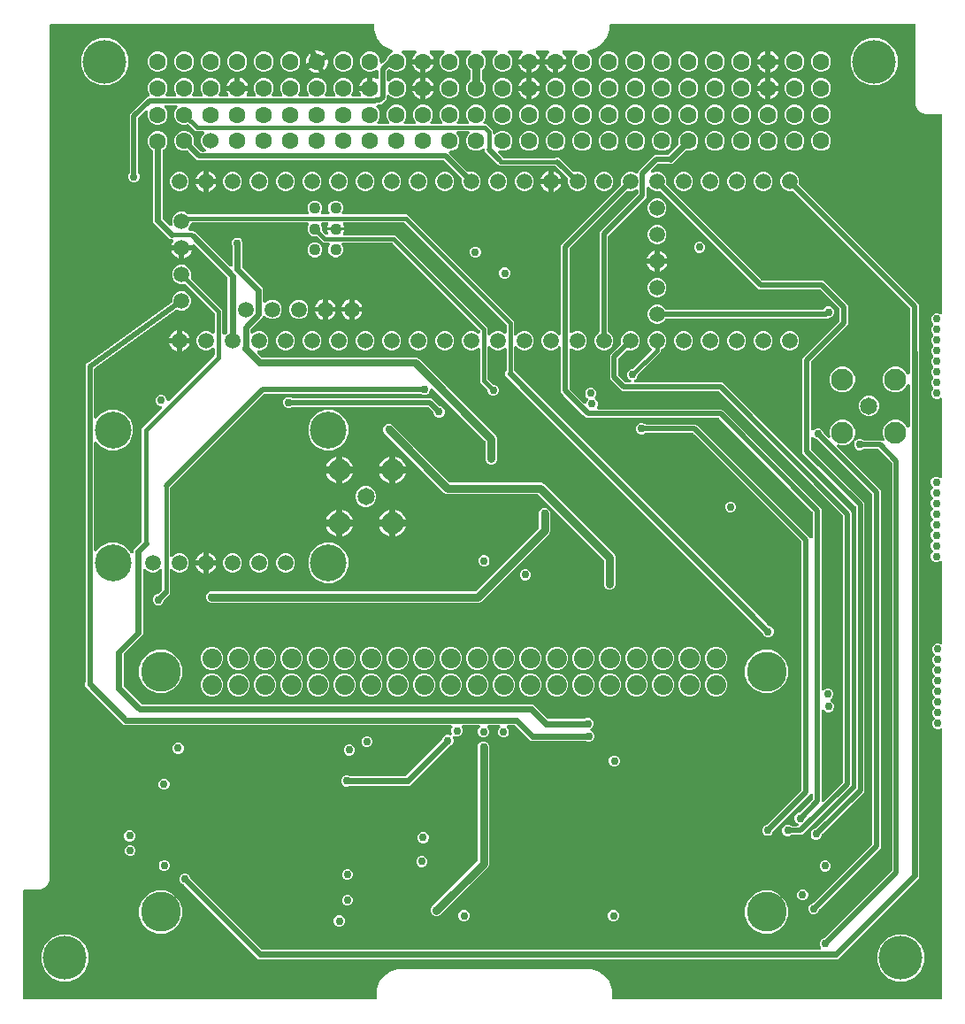
<source format=gbr>
G04 EAGLE Gerber RS-274X export*
G75*
%MOMM*%
%FSLAX34Y34*%
%LPD*%
%INCopper Layer 2*%
%IPPOS*%
%AMOC8*
5,1,8,0,0,1.08239X$1,22.5*%
G01*
%ADD10C,4.191000*%
%ADD11C,1.600200*%
%ADD12C,1.524000*%
%ADD13C,1.508000*%
%ADD14C,1.108000*%
%ADD15C,1.875000*%
%ADD16C,2.100000*%
%ADD17C,1.650000*%
%ADD18C,0.756400*%
%ADD19C,0.304800*%
%ADD20C,0.500000*%
%ADD21C,0.400000*%
%ADD22C,0.800000*%
%ADD23C,0.600000*%
%ADD24C,0.700000*%
%ADD25C,0.609600*%
%ADD26C,3.516000*%
%ADD27C,0.450000*%
%ADD28C,3.816000*%
%ADD29C,0.508000*%

G36*
X348387Y10799D02*
X348387Y10799D01*
X348413Y10797D01*
X348560Y10819D01*
X348707Y10836D01*
X348732Y10844D01*
X348758Y10848D01*
X348896Y10903D01*
X349035Y10953D01*
X349057Y10967D01*
X349082Y10977D01*
X349203Y11062D01*
X349328Y11142D01*
X349346Y11161D01*
X349368Y11176D01*
X349467Y11286D01*
X349570Y11393D01*
X349584Y11415D01*
X349601Y11435D01*
X349673Y11565D01*
X349749Y11692D01*
X349757Y11717D01*
X349770Y11740D01*
X349810Y11883D01*
X349855Y12024D01*
X349857Y12050D01*
X349865Y12075D01*
X349884Y12319D01*
X349884Y20873D01*
X352110Y27722D01*
X356342Y33548D01*
X362168Y37780D01*
X369017Y40006D01*
X555543Y40006D01*
X562392Y37780D01*
X568218Y33548D01*
X572450Y27722D01*
X574676Y20873D01*
X574676Y12319D01*
X574679Y12293D01*
X574677Y12267D01*
X574699Y12120D01*
X574716Y11973D01*
X574724Y11948D01*
X574728Y11922D01*
X574783Y11784D01*
X574833Y11645D01*
X574847Y11623D01*
X574857Y11598D01*
X574942Y11477D01*
X575022Y11352D01*
X575041Y11334D01*
X575056Y11312D01*
X575166Y11213D01*
X575273Y11110D01*
X575295Y11096D01*
X575315Y11079D01*
X575445Y11007D01*
X575572Y10931D01*
X575597Y10923D01*
X575620Y10910D01*
X575763Y10870D01*
X575904Y10825D01*
X575930Y10823D01*
X575955Y10815D01*
X576199Y10796D01*
X889381Y10796D01*
X889407Y10799D01*
X889433Y10797D01*
X889580Y10819D01*
X889727Y10836D01*
X889752Y10844D01*
X889778Y10848D01*
X889916Y10903D01*
X890055Y10953D01*
X890077Y10967D01*
X890102Y10977D01*
X890223Y11062D01*
X890348Y11142D01*
X890366Y11161D01*
X890388Y11176D01*
X890487Y11286D01*
X890590Y11393D01*
X890604Y11415D01*
X890621Y11435D01*
X890693Y11565D01*
X890769Y11692D01*
X890777Y11717D01*
X890790Y11740D01*
X890830Y11883D01*
X890875Y12024D01*
X890877Y12050D01*
X890885Y12075D01*
X890904Y12319D01*
X890904Y268697D01*
X890887Y268847D01*
X890875Y268997D01*
X890867Y269020D01*
X890864Y269044D01*
X890814Y269186D01*
X890767Y269328D01*
X890755Y269349D01*
X890747Y269372D01*
X890665Y269498D01*
X890588Y269627D01*
X890571Y269644D01*
X890558Y269665D01*
X890450Y269769D01*
X890345Y269877D01*
X890325Y269890D01*
X890307Y269907D01*
X890178Y269984D01*
X890052Y270065D01*
X890029Y270073D01*
X890008Y270086D01*
X889865Y270131D01*
X889723Y270182D01*
X889699Y270184D01*
X889676Y270192D01*
X889527Y270204D01*
X889377Y270221D01*
X889353Y270218D01*
X889329Y270220D01*
X889180Y270197D01*
X889031Y270180D01*
X889003Y270171D01*
X888984Y270168D01*
X888940Y270151D01*
X888798Y270105D01*
X887646Y269627D01*
X885534Y269627D01*
X883584Y270435D01*
X882091Y271928D01*
X881283Y273878D01*
X881283Y275990D01*
X882091Y277940D01*
X883088Y278937D01*
X883104Y278957D01*
X883124Y278974D01*
X883213Y279094D01*
X883305Y279210D01*
X883316Y279234D01*
X883331Y279255D01*
X883390Y279391D01*
X883454Y279525D01*
X883459Y279551D01*
X883469Y279575D01*
X883496Y279721D01*
X883527Y279866D01*
X883527Y279892D01*
X883531Y279918D01*
X883524Y280066D01*
X883521Y280214D01*
X883515Y280240D01*
X883513Y280266D01*
X883472Y280408D01*
X883436Y280552D01*
X883424Y280575D01*
X883417Y280601D01*
X883344Y280730D01*
X883276Y280862D01*
X883259Y280882D01*
X883247Y280905D01*
X883088Y281091D01*
X882091Y282088D01*
X881283Y284038D01*
X881283Y286150D01*
X882091Y288100D01*
X883088Y289097D01*
X883104Y289117D01*
X883124Y289134D01*
X883213Y289254D01*
X883305Y289370D01*
X883316Y289394D01*
X883331Y289415D01*
X883390Y289550D01*
X883454Y289685D01*
X883459Y289711D01*
X883469Y289735D01*
X883496Y289881D01*
X883527Y290026D01*
X883527Y290052D01*
X883531Y290078D01*
X883524Y290226D01*
X883521Y290374D01*
X883515Y290400D01*
X883513Y290426D01*
X883472Y290568D01*
X883436Y290712D01*
X883424Y290736D01*
X883417Y290761D01*
X883344Y290890D01*
X883276Y291022D01*
X883259Y291042D01*
X883247Y291065D01*
X883088Y291251D01*
X882091Y292248D01*
X881283Y294198D01*
X881283Y296310D01*
X882091Y298260D01*
X883088Y299257D01*
X883104Y299277D01*
X883124Y299294D01*
X883213Y299414D01*
X883305Y299530D01*
X883316Y299554D01*
X883331Y299575D01*
X883390Y299711D01*
X883454Y299845D01*
X883459Y299871D01*
X883469Y299895D01*
X883496Y300041D01*
X883527Y300186D01*
X883527Y300212D01*
X883531Y300238D01*
X883524Y300386D01*
X883521Y300534D01*
X883515Y300560D01*
X883513Y300586D01*
X883472Y300728D01*
X883436Y300872D01*
X883424Y300895D01*
X883417Y300921D01*
X883344Y301050D01*
X883276Y301182D01*
X883259Y301202D01*
X883247Y301225D01*
X883088Y301411D01*
X882091Y302408D01*
X881283Y304358D01*
X881283Y306470D01*
X882091Y308420D01*
X883088Y309417D01*
X883104Y309437D01*
X883124Y309454D01*
X883213Y309574D01*
X883305Y309690D01*
X883316Y309714D01*
X883331Y309735D01*
X883390Y309871D01*
X883454Y310005D01*
X883459Y310031D01*
X883469Y310055D01*
X883496Y310201D01*
X883527Y310346D01*
X883527Y310372D01*
X883531Y310398D01*
X883524Y310546D01*
X883521Y310694D01*
X883515Y310720D01*
X883513Y310746D01*
X883472Y310888D01*
X883436Y311032D01*
X883424Y311055D01*
X883417Y311081D01*
X883344Y311210D01*
X883276Y311342D01*
X883259Y311362D01*
X883247Y311385D01*
X883088Y311571D01*
X882091Y312568D01*
X881283Y314518D01*
X881283Y316630D01*
X882091Y318580D01*
X883088Y319577D01*
X883104Y319597D01*
X883124Y319614D01*
X883213Y319734D01*
X883305Y319850D01*
X883316Y319874D01*
X883331Y319895D01*
X883390Y320031D01*
X883454Y320165D01*
X883459Y320191D01*
X883469Y320215D01*
X883496Y320361D01*
X883527Y320506D01*
X883527Y320532D01*
X883531Y320558D01*
X883524Y320706D01*
X883521Y320854D01*
X883515Y320880D01*
X883513Y320906D01*
X883472Y321048D01*
X883436Y321192D01*
X883424Y321215D01*
X883417Y321241D01*
X883344Y321370D01*
X883276Y321502D01*
X883259Y321522D01*
X883247Y321545D01*
X883088Y321731D01*
X882091Y322728D01*
X881283Y324678D01*
X881283Y326790D01*
X882091Y328740D01*
X883088Y329737D01*
X883104Y329757D01*
X883124Y329774D01*
X883213Y329894D01*
X883305Y330010D01*
X883316Y330034D01*
X883331Y330055D01*
X883390Y330191D01*
X883454Y330325D01*
X883459Y330351D01*
X883469Y330375D01*
X883496Y330521D01*
X883527Y330666D01*
X883527Y330692D01*
X883531Y330718D01*
X883524Y330866D01*
X883521Y331014D01*
X883515Y331040D01*
X883513Y331066D01*
X883472Y331208D01*
X883436Y331352D01*
X883424Y331375D01*
X883417Y331401D01*
X883344Y331530D01*
X883276Y331662D01*
X883259Y331682D01*
X883247Y331705D01*
X883088Y331891D01*
X882091Y332888D01*
X881283Y334838D01*
X881283Y336950D01*
X882091Y338900D01*
X883088Y339897D01*
X883104Y339917D01*
X883124Y339934D01*
X883213Y340054D01*
X883305Y340170D01*
X883316Y340194D01*
X883331Y340215D01*
X883390Y340351D01*
X883454Y340485D01*
X883459Y340511D01*
X883469Y340535D01*
X883496Y340681D01*
X883527Y340826D01*
X883527Y340852D01*
X883531Y340878D01*
X883524Y341026D01*
X883521Y341174D01*
X883515Y341200D01*
X883513Y341226D01*
X883472Y341368D01*
X883436Y341512D01*
X883424Y341535D01*
X883417Y341561D01*
X883344Y341690D01*
X883276Y341822D01*
X883259Y341842D01*
X883247Y341865D01*
X883088Y342051D01*
X882091Y343048D01*
X881283Y344998D01*
X881283Y347110D01*
X882091Y349060D01*
X883584Y350553D01*
X885534Y351361D01*
X887646Y351361D01*
X888798Y350883D01*
X888943Y350842D01*
X889086Y350796D01*
X889110Y350794D01*
X889133Y350788D01*
X889284Y350780D01*
X889433Y350768D01*
X889457Y350772D01*
X889481Y350771D01*
X889629Y350798D01*
X889778Y350820D01*
X889800Y350829D01*
X889824Y350833D01*
X889962Y350893D01*
X890102Y350949D01*
X890122Y350963D01*
X890144Y350972D01*
X890265Y351062D01*
X890388Y351148D01*
X890404Y351166D01*
X890424Y351180D01*
X890521Y351295D01*
X890621Y351406D01*
X890633Y351428D01*
X890649Y351446D01*
X890717Y351580D01*
X890790Y351711D01*
X890796Y351735D01*
X890807Y351756D01*
X890844Y351902D01*
X890885Y352047D01*
X890887Y352076D01*
X890892Y352094D01*
X890892Y352142D01*
X890904Y352291D01*
X890904Y429166D01*
X890893Y429266D01*
X890891Y429366D01*
X890873Y429438D01*
X890864Y429512D01*
X890831Y429607D01*
X890806Y429704D01*
X890772Y429770D01*
X890747Y429840D01*
X890692Y429925D01*
X890646Y430014D01*
X890598Y430071D01*
X890558Y430133D01*
X890486Y430203D01*
X890421Y430279D01*
X890361Y430324D01*
X890307Y430375D01*
X890221Y430427D01*
X890140Y430487D01*
X890072Y430516D01*
X890008Y430554D01*
X889913Y430585D01*
X889820Y430625D01*
X889747Y430638D01*
X889676Y430660D01*
X889576Y430668D01*
X889477Y430686D01*
X889403Y430682D01*
X889329Y430688D01*
X889230Y430673D01*
X889129Y430668D01*
X889058Y430648D01*
X888984Y430637D01*
X888891Y430600D01*
X888794Y430572D01*
X888729Y430535D01*
X888660Y430508D01*
X888578Y430451D01*
X888490Y430402D01*
X888414Y430336D01*
X888374Y430309D01*
X888350Y430283D01*
X888304Y430243D01*
X888196Y430135D01*
X886246Y429327D01*
X884134Y429327D01*
X882184Y430135D01*
X880691Y431628D01*
X879883Y433578D01*
X879883Y435690D01*
X880691Y437640D01*
X881688Y438637D01*
X881704Y438657D01*
X881724Y438674D01*
X881813Y438794D01*
X881905Y438910D01*
X881916Y438934D01*
X881931Y438955D01*
X881990Y439091D01*
X882054Y439225D01*
X882059Y439251D01*
X882069Y439275D01*
X882096Y439421D01*
X882127Y439566D01*
X882127Y439592D01*
X882131Y439618D01*
X882124Y439766D01*
X882121Y439914D01*
X882115Y439940D01*
X882113Y439966D01*
X882072Y440108D01*
X882036Y440252D01*
X882024Y440276D01*
X882017Y440301D01*
X881944Y440430D01*
X881876Y440562D01*
X881859Y440582D01*
X881847Y440605D01*
X881688Y440791D01*
X880691Y441788D01*
X879883Y443738D01*
X879883Y445850D01*
X880691Y447800D01*
X881688Y448797D01*
X881704Y448817D01*
X881724Y448834D01*
X881813Y448954D01*
X881905Y449070D01*
X881916Y449094D01*
X881931Y449115D01*
X881990Y449251D01*
X882054Y449385D01*
X882059Y449411D01*
X882069Y449435D01*
X882096Y449581D01*
X882127Y449726D01*
X882127Y449752D01*
X882131Y449778D01*
X882124Y449926D01*
X882121Y450074D01*
X882115Y450100D01*
X882113Y450126D01*
X882072Y450268D01*
X882036Y450412D01*
X882024Y450435D01*
X882017Y450461D01*
X881944Y450590D01*
X881876Y450722D01*
X881859Y450742D01*
X881847Y450765D01*
X881688Y450951D01*
X880691Y451948D01*
X879883Y453898D01*
X879883Y456010D01*
X880691Y457960D01*
X881688Y458957D01*
X881704Y458977D01*
X881724Y458994D01*
X881813Y459114D01*
X881905Y459230D01*
X881916Y459254D01*
X881931Y459275D01*
X881990Y459411D01*
X882054Y459545D01*
X882059Y459571D01*
X882069Y459595D01*
X882096Y459741D01*
X882127Y459886D01*
X882127Y459912D01*
X882131Y459938D01*
X882124Y460086D01*
X882121Y460234D01*
X882115Y460260D01*
X882113Y460286D01*
X882072Y460428D01*
X882036Y460572D01*
X882024Y460595D01*
X882017Y460621D01*
X881944Y460750D01*
X881876Y460882D01*
X881859Y460902D01*
X881847Y460925D01*
X881688Y461111D01*
X880691Y462108D01*
X879883Y464058D01*
X879883Y466170D01*
X880691Y468120D01*
X881688Y469117D01*
X881704Y469137D01*
X881724Y469154D01*
X881813Y469274D01*
X881905Y469390D01*
X881916Y469414D01*
X881931Y469435D01*
X881990Y469571D01*
X882054Y469705D01*
X882059Y469731D01*
X882069Y469755D01*
X882096Y469901D01*
X882127Y470046D01*
X882127Y470072D01*
X882131Y470098D01*
X882124Y470246D01*
X882121Y470394D01*
X882115Y470420D01*
X882113Y470446D01*
X882072Y470588D01*
X882036Y470732D01*
X882024Y470755D01*
X882017Y470781D01*
X881944Y470910D01*
X881876Y471042D01*
X881859Y471062D01*
X881847Y471085D01*
X881688Y471271D01*
X880691Y472268D01*
X879883Y474218D01*
X879883Y476330D01*
X880691Y478280D01*
X881688Y479277D01*
X881704Y479297D01*
X881724Y479314D01*
X881813Y479434D01*
X881905Y479550D01*
X881916Y479574D01*
X881931Y479595D01*
X881990Y479731D01*
X882054Y479865D01*
X882059Y479891D01*
X882069Y479915D01*
X882096Y480061D01*
X882127Y480206D01*
X882127Y480232D01*
X882131Y480258D01*
X882124Y480406D01*
X882121Y480554D01*
X882115Y480580D01*
X882113Y480606D01*
X882072Y480748D01*
X882036Y480892D01*
X882024Y480915D01*
X882017Y480941D01*
X881944Y481070D01*
X881876Y481202D01*
X881859Y481222D01*
X881847Y481245D01*
X881688Y481431D01*
X880691Y482428D01*
X879883Y484378D01*
X879883Y486490D01*
X880691Y488440D01*
X881688Y489437D01*
X881704Y489457D01*
X881724Y489474D01*
X881813Y489594D01*
X881905Y489710D01*
X881916Y489734D01*
X881931Y489755D01*
X881990Y489891D01*
X882054Y490025D01*
X882059Y490051D01*
X882069Y490075D01*
X882096Y490221D01*
X882127Y490366D01*
X882127Y490392D01*
X882131Y490418D01*
X882124Y490566D01*
X882121Y490714D01*
X882115Y490740D01*
X882113Y490766D01*
X882072Y490908D01*
X882036Y491052D01*
X882024Y491075D01*
X882017Y491101D01*
X881944Y491230D01*
X881876Y491362D01*
X881859Y491382D01*
X881847Y491405D01*
X881688Y491591D01*
X880691Y492588D01*
X879883Y494538D01*
X879883Y496650D01*
X880691Y498600D01*
X881688Y499597D01*
X881704Y499617D01*
X881724Y499634D01*
X881813Y499754D01*
X881905Y499870D01*
X881916Y499894D01*
X881931Y499915D01*
X881990Y500051D01*
X882054Y500185D01*
X882059Y500211D01*
X882069Y500235D01*
X882096Y500381D01*
X882127Y500526D01*
X882127Y500552D01*
X882131Y500578D01*
X882124Y500726D01*
X882121Y500874D01*
X882115Y500900D01*
X882113Y500926D01*
X882072Y501068D01*
X882036Y501212D01*
X882024Y501235D01*
X882017Y501261D01*
X881944Y501390D01*
X881876Y501522D01*
X881859Y501542D01*
X881847Y501565D01*
X881688Y501751D01*
X880691Y502748D01*
X879883Y504698D01*
X879883Y506810D01*
X880691Y508760D01*
X882184Y510253D01*
X884134Y511061D01*
X886246Y511061D01*
X888196Y510253D01*
X888304Y510145D01*
X888383Y510082D01*
X888455Y510013D01*
X888519Y509975D01*
X888577Y509928D01*
X888668Y509885D01*
X888754Y509834D01*
X888825Y509811D01*
X888892Y509779D01*
X888990Y509758D01*
X889086Y509728D01*
X889160Y509722D01*
X889233Y509706D01*
X889333Y509708D01*
X889433Y509700D01*
X889507Y509711D01*
X889581Y509712D01*
X889679Y509736D01*
X889778Y509751D01*
X889847Y509779D01*
X889919Y509797D01*
X890008Y509843D01*
X890102Y509880D01*
X890163Y509923D01*
X890229Y509957D01*
X890305Y510022D01*
X890388Y510079D01*
X890438Y510134D01*
X890494Y510182D01*
X890554Y510263D01*
X890621Y510338D01*
X890657Y510403D01*
X890702Y510463D01*
X890741Y510555D01*
X890790Y510643D01*
X890810Y510714D01*
X890840Y510783D01*
X890857Y510882D01*
X890885Y510978D01*
X890893Y511078D01*
X890901Y511126D01*
X890899Y511161D01*
X890904Y511222D01*
X890904Y585066D01*
X890901Y585090D01*
X890903Y585113D01*
X890892Y585187D01*
X890891Y585267D01*
X890873Y585339D01*
X890864Y585412D01*
X890854Y585440D01*
X890852Y585458D01*
X890827Y585519D01*
X890806Y585605D01*
X890772Y585671D01*
X890747Y585740D01*
X890727Y585770D01*
X890723Y585782D01*
X890690Y585829D01*
X890646Y585915D01*
X890598Y585971D01*
X890558Y586033D01*
X890528Y586062D01*
X890524Y586068D01*
X890492Y586097D01*
X890485Y586103D01*
X890420Y586180D01*
X890360Y586224D01*
X890307Y586275D01*
X890268Y586299D01*
X890265Y586301D01*
X890245Y586312D01*
X890221Y586327D01*
X890139Y586387D01*
X890072Y586416D01*
X890008Y586454D01*
X889962Y586469D01*
X889960Y586470D01*
X889951Y586472D01*
X889912Y586485D01*
X889819Y586525D01*
X889747Y586538D01*
X889676Y586560D01*
X889625Y586564D01*
X889625Y586565D01*
X889575Y586569D01*
X889476Y586586D01*
X889403Y586582D01*
X889381Y586584D01*
X889380Y586584D01*
X889329Y586588D01*
X889229Y586573D01*
X889128Y586568D01*
X889057Y586548D01*
X889055Y586547D01*
X889030Y586544D01*
X889026Y586543D01*
X888984Y586537D01*
X888890Y586499D01*
X888793Y586471D01*
X888736Y586439D01*
X888702Y586427D01*
X888692Y586420D01*
X888660Y586408D01*
X888644Y586396D01*
X886546Y585527D01*
X884434Y585527D01*
X882484Y586335D01*
X880991Y587828D01*
X880183Y589778D01*
X880183Y591890D01*
X880991Y593840D01*
X881988Y594837D01*
X882004Y594857D01*
X882024Y594874D01*
X882113Y594994D01*
X882205Y595110D01*
X882216Y595134D01*
X882231Y595155D01*
X882290Y595291D01*
X882354Y595425D01*
X882359Y595451D01*
X882369Y595475D01*
X882396Y595621D01*
X882427Y595766D01*
X882427Y595792D01*
X882431Y595818D01*
X882424Y595966D01*
X882421Y596114D01*
X882415Y596140D01*
X882413Y596166D01*
X882372Y596308D01*
X882336Y596452D01*
X882324Y596475D01*
X882317Y596501D01*
X882244Y596630D01*
X882176Y596762D01*
X882159Y596782D01*
X882147Y596805D01*
X881988Y596991D01*
X880991Y597988D01*
X880183Y599938D01*
X880183Y602050D01*
X880991Y604000D01*
X881988Y604997D01*
X882004Y605017D01*
X882024Y605034D01*
X882113Y605154D01*
X882205Y605270D01*
X882216Y605294D01*
X882231Y605315D01*
X882290Y605451D01*
X882354Y605585D01*
X882359Y605611D01*
X882369Y605635D01*
X882396Y605781D01*
X882427Y605926D01*
X882427Y605952D01*
X882431Y605978D01*
X882424Y606126D01*
X882421Y606274D01*
X882415Y606300D01*
X882413Y606326D01*
X882372Y606468D01*
X882336Y606612D01*
X882324Y606636D01*
X882317Y606661D01*
X882244Y606790D01*
X882176Y606922D01*
X882159Y606942D01*
X882147Y606965D01*
X881988Y607151D01*
X880991Y608148D01*
X880183Y610098D01*
X880183Y612210D01*
X880991Y614160D01*
X881988Y615157D01*
X882004Y615177D01*
X882024Y615194D01*
X882113Y615314D01*
X882205Y615430D01*
X882216Y615454D01*
X882231Y615475D01*
X882290Y615611D01*
X882354Y615745D01*
X882359Y615771D01*
X882369Y615795D01*
X882396Y615941D01*
X882427Y616086D01*
X882427Y616112D01*
X882431Y616138D01*
X882424Y616286D01*
X882421Y616434D01*
X882415Y616460D01*
X882413Y616486D01*
X882372Y616628D01*
X882336Y616772D01*
X882324Y616795D01*
X882317Y616821D01*
X882244Y616950D01*
X882176Y617082D01*
X882159Y617102D01*
X882147Y617125D01*
X881988Y617311D01*
X880991Y618308D01*
X880183Y620258D01*
X880183Y622370D01*
X880991Y624320D01*
X881988Y625317D01*
X882004Y625337D01*
X882024Y625354D01*
X882113Y625474D01*
X882205Y625590D01*
X882216Y625614D01*
X882231Y625635D01*
X882290Y625771D01*
X882354Y625905D01*
X882359Y625931D01*
X882369Y625955D01*
X882396Y626101D01*
X882427Y626246D01*
X882427Y626272D01*
X882431Y626298D01*
X882424Y626446D01*
X882421Y626594D01*
X882415Y626620D01*
X882413Y626646D01*
X882372Y626788D01*
X882336Y626932D01*
X882324Y626955D01*
X882317Y626981D01*
X882244Y627110D01*
X882176Y627242D01*
X882159Y627262D01*
X882147Y627285D01*
X881988Y627471D01*
X880991Y628468D01*
X880183Y630418D01*
X880183Y632530D01*
X880991Y634480D01*
X881988Y635477D01*
X882004Y635497D01*
X882024Y635514D01*
X882113Y635634D01*
X882205Y635750D01*
X882216Y635774D01*
X882231Y635795D01*
X882290Y635931D01*
X882354Y636065D01*
X882359Y636091D01*
X882369Y636115D01*
X882396Y636261D01*
X882427Y636406D01*
X882427Y636432D01*
X882431Y636458D01*
X882424Y636606D01*
X882421Y636754D01*
X882415Y636780D01*
X882413Y636806D01*
X882372Y636948D01*
X882336Y637092D01*
X882324Y637115D01*
X882317Y637141D01*
X882244Y637270D01*
X882176Y637402D01*
X882159Y637422D01*
X882147Y637445D01*
X881988Y637631D01*
X880991Y638628D01*
X880183Y640578D01*
X880183Y642690D01*
X880991Y644640D01*
X881988Y645637D01*
X882004Y645657D01*
X882024Y645674D01*
X882113Y645794D01*
X882205Y645910D01*
X882216Y645934D01*
X882231Y645955D01*
X882290Y646091D01*
X882354Y646225D01*
X882359Y646251D01*
X882369Y646275D01*
X882396Y646421D01*
X882427Y646566D01*
X882427Y646592D01*
X882431Y646618D01*
X882424Y646766D01*
X882421Y646914D01*
X882415Y646940D01*
X882413Y646966D01*
X882372Y647108D01*
X882336Y647252D01*
X882324Y647275D01*
X882317Y647301D01*
X882244Y647430D01*
X882176Y647562D01*
X882159Y647582D01*
X882147Y647605D01*
X881988Y647791D01*
X880991Y648788D01*
X880183Y650738D01*
X880183Y652850D01*
X880991Y654800D01*
X881988Y655797D01*
X882004Y655817D01*
X882024Y655834D01*
X882113Y655954D01*
X882205Y656070D01*
X882216Y656094D01*
X882231Y656115D01*
X882290Y656251D01*
X882354Y656385D01*
X882359Y656411D01*
X882369Y656435D01*
X882396Y656581D01*
X882427Y656726D01*
X882427Y656752D01*
X882431Y656778D01*
X882424Y656926D01*
X882421Y657074D01*
X882415Y657100D01*
X882413Y657126D01*
X882372Y657268D01*
X882336Y657412D01*
X882324Y657435D01*
X882317Y657461D01*
X882244Y657590D01*
X882176Y657722D01*
X882159Y657742D01*
X882147Y657765D01*
X881988Y657951D01*
X880991Y658948D01*
X880183Y660898D01*
X880183Y663010D01*
X880991Y664960D01*
X882484Y666453D01*
X884434Y667261D01*
X886546Y667261D01*
X888688Y666373D01*
X888754Y666334D01*
X888824Y666311D01*
X888891Y666280D01*
X888990Y666258D01*
X889086Y666228D01*
X889159Y666222D01*
X889232Y666206D01*
X889333Y666208D01*
X889433Y666200D01*
X889506Y666211D01*
X889580Y666212D01*
X889678Y666236D01*
X889778Y666251D01*
X889846Y666279D01*
X889918Y666297D01*
X890008Y666343D01*
X890102Y666380D01*
X890162Y666422D01*
X890228Y666456D01*
X890305Y666521D01*
X890388Y666579D01*
X890437Y666634D01*
X890494Y666682D01*
X890554Y666763D01*
X890621Y666838D01*
X890657Y666902D01*
X890701Y666962D01*
X890741Y667054D01*
X890790Y667143D01*
X890810Y667214D01*
X890839Y667282D01*
X890857Y667381D01*
X890885Y667478D01*
X890893Y667578D01*
X890901Y667625D01*
X890899Y667661D01*
X890904Y667722D01*
X890904Y856361D01*
X890901Y856387D01*
X890903Y856413D01*
X890881Y856560D01*
X890864Y856707D01*
X890856Y856732D01*
X890852Y856758D01*
X890797Y856896D01*
X890747Y857035D01*
X890733Y857057D01*
X890723Y857082D01*
X890638Y857203D01*
X890558Y857328D01*
X890539Y857346D01*
X890524Y857368D01*
X890415Y857467D01*
X890307Y857570D01*
X890285Y857584D01*
X890265Y857601D01*
X890135Y857673D01*
X890008Y857749D01*
X889983Y857757D01*
X889960Y857770D01*
X889817Y857810D01*
X889676Y857855D01*
X889650Y857857D01*
X889625Y857865D01*
X889381Y857884D01*
X874153Y857884D01*
X870185Y859528D01*
X867148Y862565D01*
X865504Y866533D01*
X865504Y942721D01*
X865501Y942747D01*
X865503Y942773D01*
X865481Y942920D01*
X865464Y943067D01*
X865456Y943092D01*
X865452Y943118D01*
X865397Y943256D01*
X865347Y943395D01*
X865333Y943417D01*
X865323Y943442D01*
X865238Y943563D01*
X865158Y943688D01*
X865139Y943706D01*
X865124Y943728D01*
X865014Y943827D01*
X864907Y943930D01*
X864885Y943944D01*
X864865Y943961D01*
X864735Y944033D01*
X864608Y944109D01*
X864583Y944117D01*
X864560Y944130D01*
X864417Y944170D01*
X864276Y944215D01*
X864250Y944217D01*
X864225Y944225D01*
X863981Y944244D01*
X574040Y944244D01*
X573998Y944239D01*
X573921Y944240D01*
X573861Y944235D01*
X573805Y944224D01*
X573748Y944222D01*
X573537Y944172D01*
X573519Y944168D01*
X573515Y944166D01*
X573510Y944165D01*
X573396Y944128D01*
X573290Y944080D01*
X573181Y944039D01*
X573117Y944000D01*
X573079Y943983D01*
X573044Y943956D01*
X572972Y943912D01*
X572876Y943842D01*
X572789Y943763D01*
X572697Y943690D01*
X572649Y943634D01*
X572619Y943606D01*
X572594Y943569D01*
X572538Y943505D01*
X572468Y943408D01*
X572411Y943307D01*
X572346Y943209D01*
X572317Y943141D01*
X572297Y943105D01*
X572284Y943062D01*
X572252Y942984D01*
X572215Y942870D01*
X572204Y942814D01*
X572184Y942761D01*
X572156Y942585D01*
X572155Y942584D01*
X572155Y942582D01*
X572150Y942547D01*
X572146Y942529D01*
X572146Y942525D01*
X572145Y942519D01*
X572140Y942460D01*
X572142Y942418D01*
X572136Y942340D01*
X572136Y938619D01*
X569836Y931540D01*
X565461Y925519D01*
X559440Y921144D01*
X552324Y918832D01*
X552254Y918831D01*
X552182Y918813D01*
X552108Y918804D01*
X552014Y918771D01*
X551916Y918746D01*
X551850Y918712D01*
X551780Y918687D01*
X551696Y918632D01*
X551607Y918586D01*
X551550Y918538D01*
X551487Y918498D01*
X551418Y918426D01*
X551341Y918361D01*
X551297Y918301D01*
X551245Y918247D01*
X551194Y918161D01*
X551134Y918080D01*
X551105Y918012D01*
X551066Y917948D01*
X551036Y917852D01*
X550996Y917760D01*
X550983Y917687D01*
X550960Y917616D01*
X550952Y917516D01*
X550934Y917417D01*
X550938Y917343D01*
X550932Y917269D01*
X550947Y917169D01*
X550952Y917069D01*
X550973Y916998D01*
X550984Y916924D01*
X551021Y916831D01*
X551049Y916734D01*
X551085Y916669D01*
X551113Y916600D01*
X551170Y916518D01*
X551219Y916430D01*
X551284Y916354D01*
X551312Y916314D01*
X551338Y916290D01*
X551378Y916244D01*
X554176Y913446D01*
X555626Y909945D01*
X555626Y906155D01*
X554176Y902654D01*
X551496Y899974D01*
X547995Y898524D01*
X544205Y898524D01*
X540704Y899974D01*
X538024Y902654D01*
X536574Y906155D01*
X536574Y909945D01*
X538024Y913446D01*
X540822Y916244D01*
X540885Y916322D01*
X540955Y916395D01*
X540993Y916459D01*
X541039Y916517D01*
X541082Y916608D01*
X541134Y916694D01*
X541156Y916765D01*
X541188Y916832D01*
X541209Y916930D01*
X541240Y917026D01*
X541246Y917100D01*
X541261Y917173D01*
X541260Y917273D01*
X541268Y917373D01*
X541257Y917447D01*
X541255Y917521D01*
X541231Y917618D01*
X541216Y917718D01*
X541189Y917787D01*
X541170Y917859D01*
X541124Y917948D01*
X541087Y918042D01*
X541045Y918103D01*
X541011Y918169D01*
X540946Y918245D01*
X540888Y918328D01*
X540833Y918378D01*
X540785Y918434D01*
X540704Y918494D01*
X540630Y918561D01*
X540565Y918597D01*
X540505Y918642D01*
X540412Y918681D01*
X540325Y918730D01*
X540253Y918750D01*
X540185Y918780D01*
X540086Y918797D01*
X539989Y918825D01*
X539889Y918833D01*
X539842Y918841D01*
X539806Y918839D01*
X539745Y918844D01*
X528466Y918844D01*
X528420Y918839D01*
X528375Y918842D01*
X528248Y918819D01*
X528120Y918804D01*
X528077Y918789D01*
X528032Y918781D01*
X527913Y918730D01*
X527791Y918687D01*
X527753Y918662D01*
X527711Y918644D01*
X527607Y918568D01*
X527499Y918498D01*
X527467Y918465D01*
X527430Y918438D01*
X527346Y918340D01*
X527256Y918247D01*
X527233Y918208D01*
X527203Y918173D01*
X527144Y918059D01*
X527078Y917948D01*
X527064Y917905D01*
X527043Y917864D01*
X527011Y917739D01*
X526971Y917616D01*
X526968Y917571D01*
X526956Y917527D01*
X526954Y917397D01*
X526943Y917269D01*
X526950Y917224D01*
X526949Y917178D01*
X526976Y917052D01*
X526995Y916924D01*
X527012Y916882D01*
X527021Y916837D01*
X527076Y916720D01*
X527124Y916600D01*
X527150Y916563D01*
X527169Y916521D01*
X527249Y916420D01*
X527323Y916314D01*
X527357Y916284D01*
X527385Y916248D01*
X527565Y916093D01*
X528741Y914918D01*
X529716Y913575D01*
X530469Y912097D01*
X530918Y910716D01*
X521843Y910716D01*
X521817Y910713D01*
X521791Y910715D01*
X521644Y910693D01*
X521497Y910676D01*
X521472Y910668D01*
X521446Y910664D01*
X521309Y910609D01*
X521169Y910559D01*
X521147Y910545D01*
X521122Y910535D01*
X521001Y910450D01*
X520876Y910370D01*
X520858Y910351D01*
X520836Y910336D01*
X520737Y910226D01*
X520705Y910193D01*
X520700Y910200D01*
X520590Y910299D01*
X520483Y910402D01*
X520460Y910416D01*
X520441Y910433D01*
X520311Y910505D01*
X520184Y910581D01*
X520159Y910589D01*
X520136Y910602D01*
X519993Y910642D01*
X519852Y910687D01*
X519826Y910689D01*
X519801Y910697D01*
X519557Y910716D01*
X510482Y910716D01*
X510931Y912097D01*
X511684Y913575D01*
X512659Y914918D01*
X513839Y916097D01*
X513863Y916119D01*
X513901Y916144D01*
X513991Y916237D01*
X514086Y916324D01*
X514112Y916362D01*
X514144Y916395D01*
X514210Y916506D01*
X514283Y916612D01*
X514299Y916655D01*
X514322Y916694D01*
X514362Y916817D01*
X514408Y916937D01*
X514415Y916982D01*
X514429Y917026D01*
X514439Y917155D01*
X514457Y917282D01*
X514453Y917328D01*
X514457Y917373D01*
X514437Y917501D01*
X514426Y917629D01*
X514412Y917673D01*
X514405Y917718D01*
X514357Y917838D01*
X514317Y917960D01*
X514293Y917999D01*
X514276Y918042D01*
X514203Y918148D01*
X514135Y918258D01*
X514103Y918291D01*
X514077Y918328D01*
X513981Y918414D01*
X513891Y918506D01*
X513852Y918531D01*
X513818Y918561D01*
X513705Y918624D01*
X513596Y918693D01*
X513553Y918708D01*
X513513Y918730D01*
X513389Y918765D01*
X513267Y918807D01*
X513222Y918812D01*
X513178Y918825D01*
X512934Y918844D01*
X503066Y918844D01*
X503020Y918839D01*
X502975Y918842D01*
X502848Y918819D01*
X502720Y918804D01*
X502677Y918789D01*
X502632Y918781D01*
X502513Y918730D01*
X502391Y918687D01*
X502353Y918662D01*
X502311Y918644D01*
X502207Y918568D01*
X502099Y918498D01*
X502067Y918465D01*
X502030Y918438D01*
X501946Y918340D01*
X501856Y918247D01*
X501833Y918208D01*
X501803Y918173D01*
X501744Y918059D01*
X501678Y917948D01*
X501664Y917905D01*
X501643Y917864D01*
X501611Y917739D01*
X501571Y917616D01*
X501568Y917571D01*
X501556Y917527D01*
X501554Y917397D01*
X501543Y917269D01*
X501550Y917224D01*
X501549Y917178D01*
X501576Y917052D01*
X501595Y916924D01*
X501612Y916882D01*
X501621Y916837D01*
X501676Y916720D01*
X501724Y916600D01*
X501750Y916563D01*
X501769Y916521D01*
X501849Y916420D01*
X501923Y916314D01*
X501957Y916284D01*
X501985Y916248D01*
X502165Y916093D01*
X503341Y914918D01*
X504316Y913575D01*
X505069Y912097D01*
X505518Y910716D01*
X496443Y910716D01*
X496417Y910713D01*
X496391Y910715D01*
X496244Y910693D01*
X496097Y910676D01*
X496072Y910668D01*
X496046Y910664D01*
X495909Y910609D01*
X495769Y910559D01*
X495747Y910545D01*
X495722Y910535D01*
X495601Y910450D01*
X495476Y910370D01*
X495458Y910351D01*
X495436Y910336D01*
X495337Y910226D01*
X495305Y910193D01*
X495300Y910200D01*
X495190Y910299D01*
X495083Y910402D01*
X495060Y910416D01*
X495041Y910433D01*
X494911Y910505D01*
X494784Y910581D01*
X494759Y910589D01*
X494736Y910602D01*
X494593Y910642D01*
X494452Y910687D01*
X494426Y910689D01*
X494401Y910697D01*
X494157Y910716D01*
X485082Y910716D01*
X485531Y912097D01*
X486284Y913575D01*
X487259Y914918D01*
X488439Y916097D01*
X488463Y916119D01*
X488501Y916144D01*
X488591Y916237D01*
X488686Y916324D01*
X488712Y916362D01*
X488744Y916395D01*
X488810Y916506D01*
X488883Y916612D01*
X488899Y916655D01*
X488922Y916694D01*
X488962Y916817D01*
X489008Y916937D01*
X489015Y916982D01*
X489029Y917026D01*
X489039Y917155D01*
X489057Y917282D01*
X489053Y917328D01*
X489057Y917373D01*
X489037Y917501D01*
X489026Y917629D01*
X489012Y917673D01*
X489005Y917718D01*
X488957Y917838D01*
X488917Y917960D01*
X488893Y917999D01*
X488876Y918042D01*
X488803Y918148D01*
X488735Y918258D01*
X488703Y918291D01*
X488677Y918328D01*
X488581Y918414D01*
X488491Y918506D01*
X488452Y918531D01*
X488418Y918561D01*
X488305Y918624D01*
X488196Y918693D01*
X488153Y918708D01*
X488113Y918730D01*
X487989Y918765D01*
X487867Y918807D01*
X487822Y918812D01*
X487778Y918825D01*
X487534Y918844D01*
X476255Y918844D01*
X476155Y918833D01*
X476054Y918831D01*
X475982Y918813D01*
X475908Y918804D01*
X475814Y918771D01*
X475716Y918746D01*
X475650Y918712D01*
X475580Y918687D01*
X475496Y918632D01*
X475407Y918586D01*
X475350Y918538D01*
X475287Y918498D01*
X475218Y918426D01*
X475141Y918361D01*
X475097Y918301D01*
X475045Y918247D01*
X474994Y918161D01*
X474934Y918080D01*
X474905Y918012D01*
X474866Y917948D01*
X474836Y917852D01*
X474796Y917760D01*
X474783Y917687D01*
X474760Y917616D01*
X474752Y917516D01*
X474734Y917417D01*
X474738Y917343D01*
X474732Y917269D01*
X474747Y917169D01*
X474752Y917069D01*
X474773Y916998D01*
X474784Y916924D01*
X474821Y916831D01*
X474849Y916734D01*
X474885Y916669D01*
X474913Y916600D01*
X474970Y916518D01*
X475019Y916430D01*
X475084Y916354D01*
X475112Y916314D01*
X475138Y916290D01*
X475178Y916244D01*
X477976Y913446D01*
X479426Y909945D01*
X479426Y906155D01*
X477976Y902654D01*
X475296Y899974D01*
X471795Y898524D01*
X468005Y898524D01*
X464504Y899974D01*
X461824Y902654D01*
X460374Y906155D01*
X460374Y909945D01*
X461824Y913446D01*
X464622Y916244D01*
X464685Y916322D01*
X464755Y916395D01*
X464793Y916459D01*
X464839Y916517D01*
X464882Y916608D01*
X464934Y916694D01*
X464956Y916765D01*
X464988Y916832D01*
X465009Y916930D01*
X465040Y917026D01*
X465046Y917100D01*
X465061Y917173D01*
X465060Y917273D01*
X465068Y917373D01*
X465057Y917447D01*
X465055Y917521D01*
X465031Y917618D01*
X465016Y917718D01*
X464989Y917787D01*
X464970Y917859D01*
X464924Y917948D01*
X464887Y918042D01*
X464845Y918103D01*
X464811Y918169D01*
X464746Y918245D01*
X464688Y918328D01*
X464633Y918378D01*
X464585Y918434D01*
X464504Y918494D01*
X464430Y918561D01*
X464365Y918597D01*
X464305Y918642D01*
X464212Y918681D01*
X464125Y918730D01*
X464053Y918750D01*
X463985Y918780D01*
X463886Y918797D01*
X463789Y918825D01*
X463689Y918833D01*
X463642Y918841D01*
X463606Y918839D01*
X463545Y918844D01*
X450855Y918844D01*
X450755Y918833D01*
X450654Y918831D01*
X450582Y918813D01*
X450508Y918804D01*
X450414Y918771D01*
X450316Y918746D01*
X450250Y918712D01*
X450180Y918687D01*
X450096Y918632D01*
X450007Y918586D01*
X449950Y918538D01*
X449887Y918498D01*
X449818Y918426D01*
X449741Y918361D01*
X449697Y918301D01*
X449645Y918247D01*
X449594Y918161D01*
X449534Y918080D01*
X449505Y918012D01*
X449466Y917948D01*
X449436Y917852D01*
X449396Y917760D01*
X449383Y917687D01*
X449360Y917616D01*
X449352Y917516D01*
X449334Y917417D01*
X449338Y917343D01*
X449332Y917269D01*
X449347Y917169D01*
X449352Y917069D01*
X449373Y916998D01*
X449384Y916924D01*
X449421Y916831D01*
X449449Y916734D01*
X449485Y916669D01*
X449513Y916600D01*
X449570Y916518D01*
X449619Y916430D01*
X449684Y916354D01*
X449712Y916314D01*
X449738Y916290D01*
X449778Y916244D01*
X452576Y913446D01*
X454026Y909945D01*
X454026Y906155D01*
X452576Y902654D01*
X450471Y900549D01*
X450392Y900450D01*
X450308Y900357D01*
X450284Y900314D01*
X450254Y900276D01*
X450200Y900162D01*
X450139Y900052D01*
X450126Y900005D01*
X450105Y899961D01*
X450079Y899838D01*
X450044Y899716D01*
X450039Y899655D01*
X450032Y899621D01*
X450033Y899573D01*
X450025Y899472D01*
X450025Y891228D01*
X450027Y891204D01*
X450026Y891182D01*
X450040Y891086D01*
X450046Y890976D01*
X450059Y890929D01*
X450065Y890881D01*
X450075Y890852D01*
X450077Y890837D01*
X450107Y890762D01*
X450142Y890641D01*
X450166Y890599D01*
X450182Y890553D01*
X450203Y890521D01*
X450206Y890513D01*
X450231Y890478D01*
X450251Y890447D01*
X450312Y890337D01*
X450352Y890291D01*
X450371Y890261D01*
X450404Y890229D01*
X450405Y890227D01*
X450407Y890225D01*
X450471Y890151D01*
X452576Y888046D01*
X454026Y884545D01*
X454026Y880755D01*
X452576Y877254D01*
X449896Y874574D01*
X446395Y873124D01*
X442605Y873124D01*
X439104Y874574D01*
X436424Y877254D01*
X434974Y880755D01*
X434974Y884545D01*
X436424Y888046D01*
X438529Y890151D01*
X438608Y890250D01*
X438648Y890294D01*
X438661Y890308D01*
X438663Y890311D01*
X438692Y890343D01*
X438716Y890386D01*
X438746Y890424D01*
X438800Y890538D01*
X438812Y890560D01*
X438840Y890607D01*
X438843Y890616D01*
X438861Y890648D01*
X438874Y890695D01*
X438895Y890739D01*
X438920Y890857D01*
X438946Y890939D01*
X438948Y890956D01*
X438956Y890984D01*
X438961Y891045D01*
X438968Y891079D01*
X438967Y891127D01*
X438975Y891228D01*
X438975Y899472D01*
X438961Y899598D01*
X438954Y899724D01*
X438941Y899771D01*
X438935Y899819D01*
X438893Y899937D01*
X438858Y900059D01*
X438834Y900101D01*
X438818Y900147D01*
X438749Y900253D01*
X438688Y900363D01*
X438648Y900409D01*
X438629Y900439D01*
X438594Y900473D01*
X438529Y900549D01*
X436424Y902654D01*
X434974Y906155D01*
X434974Y909945D01*
X436424Y913446D01*
X439222Y916244D01*
X439285Y916322D01*
X439355Y916395D01*
X439393Y916459D01*
X439439Y916517D01*
X439482Y916608D01*
X439534Y916694D01*
X439556Y916765D01*
X439588Y916832D01*
X439609Y916930D01*
X439640Y917026D01*
X439646Y917100D01*
X439661Y917173D01*
X439660Y917273D01*
X439668Y917373D01*
X439657Y917447D01*
X439655Y917521D01*
X439631Y917618D01*
X439616Y917718D01*
X439589Y917787D01*
X439570Y917859D01*
X439524Y917948D01*
X439487Y918042D01*
X439445Y918103D01*
X439411Y918169D01*
X439346Y918245D01*
X439288Y918328D01*
X439233Y918378D01*
X439185Y918434D01*
X439104Y918494D01*
X439030Y918561D01*
X438965Y918597D01*
X438905Y918642D01*
X438812Y918681D01*
X438725Y918730D01*
X438653Y918750D01*
X438585Y918780D01*
X438486Y918797D01*
X438389Y918825D01*
X438289Y918833D01*
X438242Y918841D01*
X438206Y918839D01*
X438145Y918844D01*
X425455Y918844D01*
X425355Y918833D01*
X425254Y918831D01*
X425182Y918813D01*
X425108Y918804D01*
X425014Y918771D01*
X424916Y918746D01*
X424850Y918712D01*
X424780Y918687D01*
X424696Y918632D01*
X424607Y918586D01*
X424550Y918538D01*
X424487Y918498D01*
X424418Y918426D01*
X424341Y918361D01*
X424297Y918301D01*
X424245Y918247D01*
X424194Y918161D01*
X424134Y918080D01*
X424105Y918012D01*
X424066Y917948D01*
X424036Y917852D01*
X423996Y917760D01*
X423983Y917687D01*
X423960Y917616D01*
X423952Y917516D01*
X423934Y917417D01*
X423938Y917343D01*
X423932Y917269D01*
X423947Y917169D01*
X423952Y917069D01*
X423973Y916998D01*
X423984Y916924D01*
X424021Y916831D01*
X424049Y916734D01*
X424085Y916669D01*
X424113Y916600D01*
X424170Y916518D01*
X424219Y916430D01*
X424284Y916354D01*
X424312Y916314D01*
X424338Y916290D01*
X424378Y916244D01*
X427176Y913446D01*
X428626Y909945D01*
X428626Y906155D01*
X427176Y902654D01*
X424496Y899974D01*
X420995Y898524D01*
X417205Y898524D01*
X413704Y899974D01*
X411024Y902654D01*
X409574Y906155D01*
X409574Y909945D01*
X411024Y913446D01*
X413822Y916244D01*
X413885Y916322D01*
X413955Y916395D01*
X413993Y916459D01*
X414039Y916517D01*
X414082Y916608D01*
X414134Y916694D01*
X414156Y916765D01*
X414188Y916832D01*
X414209Y916930D01*
X414240Y917026D01*
X414246Y917100D01*
X414261Y917173D01*
X414260Y917273D01*
X414268Y917373D01*
X414257Y917447D01*
X414255Y917521D01*
X414231Y917618D01*
X414216Y917718D01*
X414189Y917787D01*
X414170Y917859D01*
X414124Y917948D01*
X414087Y918042D01*
X414045Y918103D01*
X414011Y918169D01*
X413946Y918245D01*
X413888Y918328D01*
X413833Y918378D01*
X413785Y918434D01*
X413704Y918494D01*
X413630Y918561D01*
X413565Y918597D01*
X413505Y918642D01*
X413412Y918681D01*
X413325Y918730D01*
X413253Y918750D01*
X413185Y918780D01*
X413086Y918797D01*
X412989Y918825D01*
X412889Y918833D01*
X412842Y918841D01*
X412806Y918839D01*
X412745Y918844D01*
X401466Y918844D01*
X401420Y918839D01*
X401375Y918842D01*
X401247Y918819D01*
X401119Y918804D01*
X401076Y918789D01*
X401031Y918781D01*
X400913Y918730D01*
X400791Y918687D01*
X400753Y918662D01*
X400711Y918644D01*
X400607Y918568D01*
X400499Y918498D01*
X400467Y918465D01*
X400430Y918438D01*
X400346Y918340D01*
X400256Y918247D01*
X400233Y918208D01*
X400203Y918173D01*
X400144Y918059D01*
X400078Y917948D01*
X400064Y917905D01*
X400043Y917864D01*
X400011Y917739D01*
X399971Y917616D01*
X399968Y917571D01*
X399956Y917526D01*
X399954Y917397D01*
X399943Y917269D01*
X399950Y917224D01*
X399949Y917178D01*
X399976Y917052D01*
X399995Y916924D01*
X400012Y916882D01*
X400021Y916837D01*
X400076Y916720D01*
X400124Y916600D01*
X400150Y916563D01*
X400169Y916521D01*
X400249Y916420D01*
X400323Y916314D01*
X400357Y916284D01*
X400385Y916248D01*
X400565Y916093D01*
X401741Y914918D01*
X402716Y913575D01*
X403469Y912097D01*
X403918Y910716D01*
X394843Y910716D01*
X394817Y910713D01*
X394791Y910715D01*
X394644Y910693D01*
X394497Y910676D01*
X394472Y910668D01*
X394446Y910664D01*
X394309Y910609D01*
X394169Y910559D01*
X394147Y910545D01*
X394122Y910535D01*
X394001Y910450D01*
X393876Y910370D01*
X393858Y910351D01*
X393836Y910336D01*
X393737Y910226D01*
X393705Y910193D01*
X393700Y910200D01*
X393590Y910299D01*
X393483Y910402D01*
X393460Y910416D01*
X393441Y910433D01*
X393311Y910505D01*
X393184Y910581D01*
X393159Y910589D01*
X393136Y910602D01*
X392993Y910642D01*
X392852Y910687D01*
X392826Y910689D01*
X392801Y910697D01*
X392557Y910716D01*
X383482Y910716D01*
X383931Y912097D01*
X384684Y913575D01*
X385659Y914918D01*
X386840Y916098D01*
X386863Y916119D01*
X386901Y916144D01*
X386991Y916237D01*
X387086Y916324D01*
X387112Y916362D01*
X387144Y916395D01*
X387210Y916506D01*
X387282Y916612D01*
X387299Y916655D01*
X387322Y916694D01*
X387362Y916817D01*
X387408Y916937D01*
X387415Y916982D01*
X387429Y917026D01*
X387439Y917154D01*
X387457Y917282D01*
X387453Y917328D01*
X387457Y917373D01*
X387438Y917501D01*
X387426Y917629D01*
X387412Y917673D01*
X387405Y917718D01*
X387357Y917838D01*
X387317Y917960D01*
X387293Y917999D01*
X387276Y918042D01*
X387203Y918148D01*
X387135Y918258D01*
X387103Y918290D01*
X387077Y918328D01*
X386982Y918414D01*
X386891Y918506D01*
X386852Y918531D01*
X386819Y918561D01*
X386706Y918624D01*
X386597Y918693D01*
X386553Y918708D01*
X386513Y918730D01*
X386390Y918765D01*
X386268Y918807D01*
X386222Y918812D01*
X386178Y918825D01*
X385934Y918844D01*
X374655Y918844D01*
X374555Y918833D01*
X374454Y918831D01*
X374382Y918813D01*
X374308Y918804D01*
X374214Y918771D01*
X374116Y918746D01*
X374050Y918712D01*
X373980Y918687D01*
X373896Y918632D01*
X373807Y918586D01*
X373750Y918538D01*
X373687Y918498D01*
X373618Y918426D01*
X373541Y918361D01*
X373497Y918301D01*
X373445Y918247D01*
X373394Y918161D01*
X373334Y918080D01*
X373305Y918012D01*
X373266Y917948D01*
X373236Y917852D01*
X373196Y917760D01*
X373183Y917687D01*
X373160Y917616D01*
X373152Y917516D01*
X373134Y917417D01*
X373138Y917343D01*
X373132Y917269D01*
X373147Y917169D01*
X373152Y917069D01*
X373173Y916998D01*
X373184Y916924D01*
X373221Y916831D01*
X373249Y916734D01*
X373285Y916669D01*
X373313Y916600D01*
X373370Y916518D01*
X373419Y916430D01*
X373484Y916354D01*
X373512Y916314D01*
X373538Y916290D01*
X373578Y916244D01*
X376376Y913446D01*
X377826Y909945D01*
X377826Y906155D01*
X376376Y902654D01*
X373696Y899974D01*
X370195Y898524D01*
X366405Y898524D01*
X362904Y899974D01*
X362391Y900488D01*
X362370Y900504D01*
X362353Y900524D01*
X362234Y900612D01*
X362118Y900705D01*
X362094Y900716D01*
X362073Y900731D01*
X361937Y900790D01*
X361803Y900854D01*
X361777Y900859D01*
X361753Y900869D01*
X361606Y900896D01*
X361462Y900927D01*
X361436Y900926D01*
X361410Y900931D01*
X361261Y900923D01*
X361113Y900921D01*
X361088Y900915D01*
X361062Y900913D01*
X360919Y900872D01*
X360775Y900836D01*
X360752Y900824D01*
X360727Y900817D01*
X360598Y900744D01*
X360466Y900676D01*
X360446Y900659D01*
X360423Y900646D01*
X360236Y900488D01*
X359511Y899762D01*
X359432Y899663D01*
X359348Y899570D01*
X359324Y899527D01*
X359294Y899489D01*
X359240Y899375D01*
X359179Y899265D01*
X359166Y899218D01*
X359145Y899174D01*
X359119Y899051D01*
X359084Y898929D01*
X359079Y898869D01*
X359072Y898834D01*
X359073Y898785D01*
X359065Y898685D01*
X359065Y890564D01*
X359076Y890464D01*
X359078Y890363D01*
X359096Y890291D01*
X359105Y890217D01*
X359138Y890123D01*
X359163Y890025D01*
X359197Y889959D01*
X359222Y889889D01*
X359277Y889805D01*
X359323Y889716D01*
X359371Y889659D01*
X359411Y889596D01*
X359483Y889527D01*
X359548Y889450D01*
X359608Y889406D01*
X359662Y889354D01*
X359748Y889303D01*
X359829Y889243D01*
X359897Y889214D01*
X359961Y889175D01*
X360057Y889145D01*
X360149Y889105D01*
X360222Y889092D01*
X360293Y889069D01*
X360393Y889061D01*
X360492Y889043D01*
X360566Y889047D01*
X360640Y889041D01*
X360740Y889056D01*
X360840Y889061D01*
X360911Y889082D01*
X360985Y889093D01*
X361078Y889130D01*
X361175Y889158D01*
X361240Y889194D01*
X361309Y889222D01*
X361391Y889279D01*
X361479Y889328D01*
X361555Y889393D01*
X361595Y889421D01*
X361619Y889447D01*
X361665Y889487D01*
X362904Y890726D01*
X366405Y892176D01*
X370195Y892176D01*
X373696Y890726D01*
X376376Y888046D01*
X377826Y884545D01*
X377826Y880755D01*
X376376Y877254D01*
X373696Y874574D01*
X370195Y873124D01*
X366405Y873124D01*
X362904Y874574D01*
X361665Y875813D01*
X361586Y875876D01*
X361514Y875946D01*
X361450Y875984D01*
X361392Y876030D01*
X361301Y876073D01*
X361215Y876125D01*
X361144Y876147D01*
X361077Y876179D01*
X360979Y876200D01*
X360883Y876231D01*
X360809Y876237D01*
X360736Y876252D01*
X360636Y876251D01*
X360536Y876259D01*
X360462Y876248D01*
X360388Y876246D01*
X360291Y876222D01*
X360191Y876207D01*
X360122Y876180D01*
X360050Y876161D01*
X359961Y876115D01*
X359867Y876078D01*
X359806Y876036D01*
X359740Y876002D01*
X359664Y875937D01*
X359581Y875879D01*
X359531Y875824D01*
X359475Y875776D01*
X359415Y875695D01*
X359348Y875621D01*
X359312Y875555D01*
X359267Y875496D01*
X359228Y875404D01*
X359179Y875316D01*
X359159Y875244D01*
X359129Y875176D01*
X359112Y875077D01*
X359084Y874980D01*
X359076Y874880D01*
X359068Y874833D01*
X359070Y874797D01*
X359065Y874736D01*
X359065Y872316D01*
X353684Y866935D01*
X350627Y866935D01*
X350502Y866921D01*
X350376Y866914D01*
X350329Y866901D01*
X350281Y866895D01*
X350162Y866853D01*
X350041Y866818D01*
X349998Y866794D01*
X349953Y866778D01*
X349847Y866709D01*
X349736Y866648D01*
X349690Y866608D01*
X349660Y866589D01*
X349627Y866554D01*
X349550Y866489D01*
X349418Y866357D01*
X349402Y866337D01*
X349382Y866320D01*
X349294Y866200D01*
X349202Y866085D01*
X349191Y866061D01*
X349175Y866040D01*
X349116Y865903D01*
X349053Y865769D01*
X349047Y865744D01*
X349037Y865720D01*
X349011Y865574D01*
X348979Y865429D01*
X348980Y865402D01*
X348975Y865377D01*
X348983Y865228D01*
X348985Y865080D01*
X348992Y865055D01*
X348993Y865028D01*
X349034Y864886D01*
X349070Y864742D01*
X349082Y864719D01*
X349090Y864694D01*
X349162Y864564D01*
X349230Y864432D01*
X349247Y864412D01*
X349260Y864389D01*
X349418Y864203D01*
X350976Y862646D01*
X352426Y859145D01*
X352426Y855355D01*
X350976Y851854D01*
X350247Y851125D01*
X350184Y851046D01*
X350114Y850974D01*
X350076Y850910D01*
X350030Y850852D01*
X349987Y850761D01*
X349935Y850675D01*
X349913Y850604D01*
X349881Y850537D01*
X349860Y850439D01*
X349829Y850343D01*
X349823Y850269D01*
X349808Y850196D01*
X349809Y850096D01*
X349801Y849996D01*
X349812Y849922D01*
X349814Y849848D01*
X349838Y849751D01*
X349853Y849651D01*
X349880Y849582D01*
X349899Y849510D01*
X349945Y849421D01*
X349982Y849327D01*
X350024Y849266D01*
X350058Y849200D01*
X350123Y849123D01*
X350181Y849041D01*
X350236Y848991D01*
X350284Y848935D01*
X350365Y848875D01*
X350439Y848808D01*
X350505Y848772D01*
X350564Y848727D01*
X350656Y848688D01*
X350744Y848639D01*
X350816Y848619D01*
X350884Y848589D01*
X350983Y848572D01*
X351080Y848544D01*
X351180Y848536D01*
X351227Y848528D01*
X351263Y848530D01*
X351324Y848525D01*
X359876Y848525D01*
X359976Y848536D01*
X360077Y848538D01*
X360149Y848556D01*
X360223Y848565D01*
X360317Y848599D01*
X360415Y848623D01*
X360481Y848657D01*
X360551Y848682D01*
X360635Y848737D01*
X360724Y848783D01*
X360781Y848831D01*
X360844Y848871D01*
X360913Y848943D01*
X360990Y849008D01*
X361034Y849068D01*
X361086Y849122D01*
X361137Y849208D01*
X361197Y849289D01*
X361226Y849357D01*
X361265Y849421D01*
X361295Y849516D01*
X361335Y849609D01*
X361348Y849682D01*
X361371Y849753D01*
X361379Y849853D01*
X361397Y849952D01*
X361393Y850026D01*
X361399Y850100D01*
X361384Y850200D01*
X361379Y850300D01*
X361358Y850371D01*
X361347Y850445D01*
X361310Y850538D01*
X361282Y850635D01*
X361246Y850700D01*
X361218Y850769D01*
X361161Y850851D01*
X361112Y850939D01*
X361047Y851015D01*
X361019Y851055D01*
X360993Y851079D01*
X360953Y851125D01*
X360224Y851854D01*
X358774Y855355D01*
X358774Y859145D01*
X360224Y862646D01*
X362904Y865326D01*
X366405Y866776D01*
X370195Y866776D01*
X373696Y865326D01*
X376376Y862646D01*
X377826Y859145D01*
X377826Y855355D01*
X376376Y851854D01*
X375647Y851125D01*
X375584Y851046D01*
X375514Y850974D01*
X375476Y850910D01*
X375430Y850852D01*
X375387Y850761D01*
X375335Y850675D01*
X375313Y850604D01*
X375281Y850537D01*
X375260Y850439D01*
X375229Y850343D01*
X375223Y850269D01*
X375208Y850196D01*
X375209Y850096D01*
X375201Y849996D01*
X375212Y849922D01*
X375214Y849848D01*
X375238Y849751D01*
X375253Y849651D01*
X375280Y849582D01*
X375299Y849510D01*
X375345Y849421D01*
X375382Y849327D01*
X375424Y849266D01*
X375458Y849200D01*
X375523Y849123D01*
X375581Y849041D01*
X375636Y848991D01*
X375684Y848935D01*
X375765Y848875D01*
X375839Y848808D01*
X375905Y848772D01*
X375964Y848727D01*
X376056Y848688D01*
X376144Y848639D01*
X376216Y848619D01*
X376284Y848589D01*
X376383Y848572D01*
X376480Y848544D01*
X376580Y848536D01*
X376627Y848528D01*
X376663Y848530D01*
X376724Y848525D01*
X385276Y848525D01*
X385376Y848536D01*
X385477Y848538D01*
X385549Y848556D01*
X385623Y848565D01*
X385717Y848599D01*
X385815Y848623D01*
X385881Y848657D01*
X385951Y848682D01*
X386035Y848737D01*
X386124Y848783D01*
X386181Y848831D01*
X386244Y848871D01*
X386313Y848943D01*
X386390Y849008D01*
X386434Y849068D01*
X386486Y849122D01*
X386537Y849208D01*
X386597Y849289D01*
X386626Y849357D01*
X386665Y849421D01*
X386695Y849516D01*
X386735Y849609D01*
X386748Y849682D01*
X386771Y849753D01*
X386779Y849853D01*
X386797Y849952D01*
X386793Y850026D01*
X386799Y850100D01*
X386784Y850200D01*
X386779Y850300D01*
X386758Y850371D01*
X386747Y850445D01*
X386710Y850538D01*
X386682Y850635D01*
X386646Y850700D01*
X386618Y850769D01*
X386561Y850851D01*
X386512Y850939D01*
X386447Y851015D01*
X386419Y851055D01*
X386393Y851079D01*
X386353Y851125D01*
X385624Y851854D01*
X384174Y855355D01*
X384174Y859145D01*
X385624Y862646D01*
X388304Y865326D01*
X391805Y866776D01*
X395595Y866776D01*
X399096Y865326D01*
X401776Y862646D01*
X403226Y859145D01*
X403226Y855355D01*
X401776Y851854D01*
X401047Y851125D01*
X400984Y851046D01*
X400914Y850974D01*
X400876Y850910D01*
X400830Y850852D01*
X400787Y850761D01*
X400735Y850675D01*
X400713Y850604D01*
X400681Y850537D01*
X400660Y850439D01*
X400629Y850343D01*
X400623Y850269D01*
X400608Y850196D01*
X400609Y850096D01*
X400601Y849996D01*
X400612Y849922D01*
X400614Y849848D01*
X400638Y849751D01*
X400653Y849651D01*
X400680Y849582D01*
X400699Y849510D01*
X400745Y849421D01*
X400782Y849327D01*
X400824Y849266D01*
X400858Y849200D01*
X400923Y849123D01*
X400981Y849041D01*
X401036Y848991D01*
X401084Y848935D01*
X401165Y848875D01*
X401239Y848808D01*
X401305Y848772D01*
X401364Y848727D01*
X401456Y848688D01*
X401544Y848639D01*
X401616Y848619D01*
X401684Y848589D01*
X401783Y848572D01*
X401880Y848544D01*
X401980Y848536D01*
X402027Y848528D01*
X402063Y848530D01*
X402124Y848525D01*
X410676Y848525D01*
X410776Y848536D01*
X410877Y848538D01*
X410949Y848556D01*
X411023Y848565D01*
X411117Y848599D01*
X411215Y848623D01*
X411281Y848657D01*
X411351Y848682D01*
X411435Y848737D01*
X411524Y848783D01*
X411581Y848831D01*
X411644Y848871D01*
X411713Y848943D01*
X411790Y849008D01*
X411834Y849068D01*
X411886Y849122D01*
X411937Y849208D01*
X411997Y849289D01*
X412026Y849357D01*
X412065Y849421D01*
X412095Y849516D01*
X412135Y849609D01*
X412148Y849682D01*
X412171Y849753D01*
X412179Y849853D01*
X412197Y849952D01*
X412193Y850026D01*
X412199Y850100D01*
X412184Y850200D01*
X412179Y850300D01*
X412158Y850371D01*
X412147Y850445D01*
X412110Y850538D01*
X412082Y850635D01*
X412046Y850700D01*
X412018Y850769D01*
X411961Y850851D01*
X411912Y850939D01*
X411847Y851015D01*
X411819Y851055D01*
X411793Y851079D01*
X411753Y851125D01*
X411024Y851854D01*
X409574Y855355D01*
X409574Y859145D01*
X411024Y862646D01*
X413704Y865326D01*
X417205Y866776D01*
X420995Y866776D01*
X424496Y865326D01*
X427176Y862646D01*
X428626Y859145D01*
X428626Y855355D01*
X427176Y851854D01*
X426447Y851125D01*
X426384Y851046D01*
X426314Y850974D01*
X426276Y850910D01*
X426230Y850852D01*
X426187Y850761D01*
X426135Y850675D01*
X426113Y850604D01*
X426081Y850537D01*
X426060Y850439D01*
X426029Y850343D01*
X426023Y850269D01*
X426008Y850196D01*
X426009Y850096D01*
X426001Y849996D01*
X426012Y849922D01*
X426014Y849848D01*
X426038Y849751D01*
X426053Y849651D01*
X426080Y849582D01*
X426099Y849510D01*
X426145Y849421D01*
X426182Y849327D01*
X426224Y849266D01*
X426258Y849200D01*
X426323Y849123D01*
X426381Y849041D01*
X426436Y848991D01*
X426484Y848935D01*
X426565Y848875D01*
X426639Y848808D01*
X426705Y848772D01*
X426764Y848727D01*
X426856Y848688D01*
X426944Y848639D01*
X427016Y848619D01*
X427084Y848589D01*
X427183Y848572D01*
X427280Y848544D01*
X427380Y848536D01*
X427427Y848528D01*
X427463Y848530D01*
X427524Y848525D01*
X436076Y848525D01*
X436176Y848536D01*
X436277Y848538D01*
X436349Y848556D01*
X436423Y848565D01*
X436517Y848599D01*
X436615Y848623D01*
X436681Y848657D01*
X436751Y848682D01*
X436835Y848737D01*
X436924Y848783D01*
X436981Y848831D01*
X437044Y848871D01*
X437113Y848943D01*
X437190Y849008D01*
X437234Y849068D01*
X437286Y849122D01*
X437337Y849208D01*
X437397Y849289D01*
X437426Y849357D01*
X437465Y849421D01*
X437495Y849516D01*
X437535Y849609D01*
X437548Y849682D01*
X437571Y849753D01*
X437579Y849853D01*
X437597Y849952D01*
X437593Y850026D01*
X437599Y850100D01*
X437584Y850200D01*
X437579Y850300D01*
X437558Y850371D01*
X437547Y850445D01*
X437510Y850538D01*
X437482Y850635D01*
X437446Y850700D01*
X437418Y850769D01*
X437361Y850851D01*
X437312Y850939D01*
X437247Y851015D01*
X437219Y851055D01*
X437193Y851079D01*
X437153Y851125D01*
X436424Y851854D01*
X434974Y855355D01*
X434974Y859145D01*
X436424Y862646D01*
X439104Y865326D01*
X442605Y866776D01*
X446395Y866776D01*
X449896Y865326D01*
X452576Y862646D01*
X454026Y859145D01*
X454026Y855355D01*
X452576Y851854D01*
X451847Y851125D01*
X451784Y851046D01*
X451714Y850974D01*
X451676Y850910D01*
X451630Y850852D01*
X451587Y850761D01*
X451535Y850675D01*
X451513Y850604D01*
X451481Y850537D01*
X451460Y850439D01*
X451429Y850343D01*
X451423Y850269D01*
X451408Y850196D01*
X451409Y850096D01*
X451401Y849996D01*
X451412Y849922D01*
X451414Y849848D01*
X451438Y849751D01*
X451453Y849651D01*
X451480Y849582D01*
X451499Y849510D01*
X451545Y849421D01*
X451582Y849327D01*
X451624Y849266D01*
X451658Y849200D01*
X451723Y849123D01*
X451781Y849041D01*
X451836Y848991D01*
X451884Y848935D01*
X451965Y848875D01*
X452039Y848808D01*
X452105Y848772D01*
X452164Y848727D01*
X452256Y848688D01*
X452344Y848639D01*
X452416Y848619D01*
X452484Y848589D01*
X452583Y848572D01*
X452680Y848544D01*
X452780Y848536D01*
X452827Y848528D01*
X452863Y848530D01*
X452924Y848525D01*
X454360Y848525D01*
X460500Y842385D01*
X460500Y839980D01*
X460511Y839880D01*
X460513Y839779D01*
X460531Y839707D01*
X460540Y839633D01*
X460573Y839539D01*
X460598Y839441D01*
X460632Y839375D01*
X460657Y839305D01*
X460712Y839221D01*
X460758Y839132D01*
X460806Y839075D01*
X460846Y839012D01*
X460918Y838943D01*
X460983Y838866D01*
X461043Y838822D01*
X461097Y838770D01*
X461183Y838719D01*
X461264Y838659D01*
X461332Y838630D01*
X461396Y838591D01*
X461492Y838561D01*
X461584Y838521D01*
X461657Y838508D01*
X461728Y838485D01*
X461828Y838477D01*
X461927Y838459D01*
X462001Y838463D01*
X462075Y838457D01*
X462175Y838472D01*
X462275Y838477D01*
X462346Y838498D01*
X462420Y838509D01*
X462513Y838546D01*
X462610Y838574D01*
X462675Y838610D01*
X462744Y838638D01*
X462826Y838695D01*
X462914Y838744D01*
X462990Y838809D01*
X463030Y838837D01*
X463054Y838863D01*
X463100Y838903D01*
X464504Y840307D01*
X468005Y841757D01*
X471795Y841757D01*
X475296Y840307D01*
X477976Y837627D01*
X479426Y834126D01*
X479426Y830336D01*
X477976Y826835D01*
X475296Y824155D01*
X471795Y822705D01*
X468005Y822705D01*
X467708Y822828D01*
X467659Y822842D01*
X467614Y822864D01*
X467492Y822890D01*
X467373Y822924D01*
X467322Y822927D01*
X467273Y822937D01*
X467149Y822935D01*
X467025Y822941D01*
X466975Y822932D01*
X466925Y822931D01*
X466804Y822901D01*
X466682Y822879D01*
X466635Y822858D01*
X466587Y822846D01*
X466476Y822789D01*
X466362Y822740D01*
X466322Y822710D01*
X466277Y822687D01*
X466182Y822606D01*
X466082Y822532D01*
X466050Y822493D01*
X466011Y822461D01*
X465938Y822361D01*
X465857Y822266D01*
X465834Y822221D01*
X465804Y822180D01*
X465755Y822066D01*
X465698Y821956D01*
X465686Y821907D01*
X465666Y821860D01*
X465644Y821738D01*
X465614Y821617D01*
X465614Y821567D01*
X465605Y821517D01*
X465611Y821393D01*
X465609Y821269D01*
X465620Y821220D01*
X465623Y821169D01*
X465657Y821050D01*
X465684Y820928D01*
X465705Y820883D01*
X465719Y820834D01*
X465780Y820726D01*
X465833Y820614D01*
X465865Y820574D01*
X465889Y820530D01*
X466048Y820344D01*
X470123Y816269D01*
X470222Y816190D01*
X470316Y816105D01*
X470358Y816082D01*
X470396Y816052D01*
X470510Y815998D01*
X470621Y815937D01*
X470668Y815924D01*
X470711Y815903D01*
X470835Y815877D01*
X470956Y815842D01*
X471017Y815837D01*
X471052Y815830D01*
X471100Y815831D01*
X471200Y815823D01*
X519804Y815823D01*
X519930Y815837D01*
X520056Y815843D01*
X520102Y815857D01*
X520150Y815862D01*
X520269Y815905D01*
X520391Y815940D01*
X520433Y815964D01*
X520478Y815980D01*
X520585Y816048D01*
X520695Y816110D01*
X520741Y816150D01*
X520771Y816169D01*
X520805Y816204D01*
X520881Y816269D01*
X520935Y816323D01*
X524269Y816323D01*
X537767Y802825D01*
X537827Y802777D01*
X537880Y802722D01*
X537963Y802669D01*
X538040Y802608D01*
X538109Y802575D01*
X538174Y802534D01*
X538266Y802501D01*
X538355Y802459D01*
X538430Y802443D01*
X538502Y802417D01*
X538600Y802406D01*
X538696Y802386D01*
X538772Y802387D01*
X538848Y802378D01*
X538946Y802390D01*
X539044Y802392D01*
X539119Y802410D01*
X539194Y802419D01*
X539336Y802465D01*
X539382Y802477D01*
X539400Y802486D01*
X539427Y802494D01*
X539597Y802565D01*
X543203Y802565D01*
X546535Y801185D01*
X549085Y798635D01*
X550465Y795303D01*
X550465Y791697D01*
X549085Y788365D01*
X546535Y785815D01*
X543203Y784435D01*
X539597Y784435D01*
X536265Y785815D01*
X533715Y788365D01*
X532335Y791697D01*
X532335Y795303D01*
X532406Y795473D01*
X532427Y795546D01*
X532457Y795616D01*
X532474Y795713D01*
X532501Y795808D01*
X532505Y795884D01*
X532518Y795959D01*
X532513Y796058D01*
X532518Y796156D01*
X532504Y796231D01*
X532501Y796308D01*
X532473Y796402D01*
X532456Y796499D01*
X532425Y796569D01*
X532404Y796642D01*
X532356Y796728D01*
X532317Y796818D01*
X532271Y796880D01*
X532234Y796947D01*
X532137Y797060D01*
X532109Y797098D01*
X532094Y797111D01*
X532075Y797133D01*
X520881Y808327D01*
X520782Y808405D01*
X520688Y808490D01*
X520646Y808514D01*
X520608Y808544D01*
X520494Y808597D01*
X520383Y808659D01*
X520337Y808672D01*
X520293Y808692D01*
X520170Y808719D01*
X520048Y808753D01*
X519987Y808758D01*
X519952Y808766D01*
X519904Y808765D01*
X519804Y808773D01*
X466942Y808773D01*
X466308Y809407D01*
X466209Y809486D01*
X466115Y809571D01*
X466073Y809594D01*
X466035Y809624D01*
X465921Y809678D01*
X465810Y809739D01*
X465763Y809752D01*
X465720Y809773D01*
X465596Y809799D01*
X465475Y809834D01*
X465414Y809839D01*
X465379Y809846D01*
X465331Y809845D01*
X465231Y809853D01*
X465155Y809853D01*
X452950Y822058D01*
X452950Y823532D01*
X452939Y823632D01*
X452937Y823733D01*
X452919Y823805D01*
X452910Y823879D01*
X452877Y823973D01*
X452852Y824071D01*
X452818Y824137D01*
X452793Y824207D01*
X452738Y824291D01*
X452692Y824380D01*
X452644Y824437D01*
X452604Y824500D01*
X452532Y824569D01*
X452467Y824646D01*
X452407Y824690D01*
X452353Y824742D01*
X452267Y824793D01*
X452186Y824853D01*
X452118Y824882D01*
X452054Y824921D01*
X451959Y824951D01*
X451866Y824991D01*
X451793Y825004D01*
X451722Y825027D01*
X451622Y825035D01*
X451523Y825053D01*
X451449Y825049D01*
X451375Y825055D01*
X451276Y825040D01*
X451175Y825035D01*
X451104Y825014D01*
X451030Y825003D01*
X450937Y824966D01*
X450840Y824938D01*
X450775Y824902D01*
X450706Y824874D01*
X450624Y824817D01*
X450536Y824768D01*
X450460Y824703D01*
X450420Y824675D01*
X450396Y824649D01*
X450350Y824609D01*
X449896Y824155D01*
X446395Y822705D01*
X442605Y822705D01*
X439104Y824155D01*
X436424Y826835D01*
X434974Y830336D01*
X434974Y834126D01*
X436424Y837627D01*
X437672Y838875D01*
X437735Y838954D01*
X437805Y839026D01*
X437843Y839090D01*
X437889Y839148D01*
X437932Y839239D01*
X437984Y839325D01*
X438006Y839396D01*
X438038Y839463D01*
X438059Y839561D01*
X438090Y839657D01*
X438096Y839731D01*
X438111Y839804D01*
X438110Y839904D01*
X438118Y840004D01*
X438107Y840078D01*
X438105Y840152D01*
X438081Y840249D01*
X438066Y840349D01*
X438039Y840418D01*
X438020Y840490D01*
X437974Y840579D01*
X437937Y840673D01*
X437895Y840734D01*
X437861Y840800D01*
X437796Y840876D01*
X437738Y840959D01*
X437683Y841009D01*
X437635Y841065D01*
X437554Y841125D01*
X437480Y841192D01*
X437414Y841228D01*
X437355Y841273D01*
X437263Y841312D01*
X437175Y841361D01*
X437103Y841381D01*
X437035Y841411D01*
X436936Y841428D01*
X436839Y841456D01*
X436739Y841464D01*
X436692Y841472D01*
X436656Y841470D01*
X436595Y841475D01*
X427005Y841475D01*
X426905Y841464D01*
X426804Y841462D01*
X426732Y841444D01*
X426658Y841435D01*
X426564Y841402D01*
X426466Y841377D01*
X426400Y841343D01*
X426330Y841318D01*
X426246Y841263D01*
X426157Y841217D01*
X426100Y841169D01*
X426037Y841129D01*
X425968Y841057D01*
X425891Y840992D01*
X425847Y840932D01*
X425795Y840878D01*
X425744Y840792D01*
X425684Y840711D01*
X425655Y840643D01*
X425616Y840579D01*
X425586Y840483D01*
X425546Y840391D01*
X425533Y840318D01*
X425510Y840247D01*
X425502Y840147D01*
X425484Y840048D01*
X425488Y839974D01*
X425482Y839900D01*
X425497Y839800D01*
X425502Y839700D01*
X425523Y839629D01*
X425534Y839555D01*
X425571Y839462D01*
X425599Y839365D01*
X425635Y839300D01*
X425663Y839231D01*
X425720Y839149D01*
X425769Y839061D01*
X425834Y838985D01*
X425862Y838945D01*
X425888Y838921D01*
X425928Y838875D01*
X427176Y837627D01*
X428626Y834126D01*
X428626Y830336D01*
X427176Y826835D01*
X424496Y824155D01*
X420995Y822705D01*
X419964Y822705D01*
X419864Y822694D01*
X419764Y822692D01*
X419692Y822674D01*
X419618Y822665D01*
X419523Y822631D01*
X419426Y822607D01*
X419360Y822573D01*
X419290Y822548D01*
X419205Y822493D01*
X419116Y822447D01*
X419059Y822399D01*
X418997Y822359D01*
X418927Y822287D01*
X418851Y822222D01*
X418806Y822162D01*
X418755Y822108D01*
X418703Y822022D01*
X418643Y821941D01*
X418614Y821873D01*
X418576Y821809D01*
X418545Y821713D01*
X418505Y821621D01*
X418492Y821548D01*
X418470Y821477D01*
X418462Y821377D01*
X418444Y821278D01*
X418448Y821204D01*
X418442Y821130D01*
X418457Y821030D01*
X418462Y820930D01*
X418482Y820859D01*
X418493Y820785D01*
X418530Y820692D01*
X418558Y820595D01*
X418595Y820530D01*
X418622Y820461D01*
X418679Y820379D01*
X418728Y820291D01*
X418794Y820215D01*
X418821Y820175D01*
X418835Y820162D01*
X418838Y820158D01*
X418853Y820144D01*
X418887Y820105D01*
X419971Y819021D01*
X436167Y802825D01*
X436227Y802777D01*
X436280Y802722D01*
X436363Y802669D01*
X436440Y802608D01*
X436509Y802575D01*
X436574Y802534D01*
X436666Y802501D01*
X436755Y802459D01*
X436830Y802443D01*
X436902Y802417D01*
X437000Y802406D01*
X437096Y802386D01*
X437172Y802387D01*
X437248Y802378D01*
X437346Y802390D01*
X437444Y802392D01*
X437518Y802410D01*
X437594Y802419D01*
X437737Y802465D01*
X437782Y802477D01*
X437799Y802485D01*
X437827Y802494D01*
X437997Y802565D01*
X441603Y802565D01*
X444935Y801185D01*
X447485Y798635D01*
X448865Y795303D01*
X448865Y791697D01*
X447485Y788365D01*
X444935Y785815D01*
X441603Y784435D01*
X437997Y784435D01*
X434665Y785815D01*
X432115Y788365D01*
X430735Y791697D01*
X430735Y795303D01*
X430806Y795473D01*
X430827Y795546D01*
X430857Y795616D01*
X430874Y795713D01*
X430901Y795808D01*
X430905Y795884D01*
X430918Y795959D01*
X430913Y796058D01*
X430918Y796156D01*
X430904Y796231D01*
X430901Y796308D01*
X430873Y796402D01*
X430856Y796499D01*
X430825Y796569D01*
X430804Y796642D01*
X430756Y796728D01*
X430717Y796819D01*
X430671Y796880D01*
X430634Y796947D01*
X430537Y797060D01*
X430509Y797098D01*
X430494Y797111D01*
X430475Y797133D01*
X414279Y813329D01*
X414180Y813408D01*
X414086Y813492D01*
X414044Y813516D01*
X414006Y813546D01*
X413892Y813600D01*
X413781Y813661D01*
X413735Y813674D01*
X413691Y813695D01*
X413568Y813721D01*
X413446Y813756D01*
X413385Y813761D01*
X413350Y813768D01*
X413302Y813767D01*
X413202Y813775D01*
X177864Y813775D01*
X169086Y822554D01*
X169026Y822601D01*
X168973Y822656D01*
X168890Y822709D01*
X168813Y822770D01*
X168744Y822803D01*
X168679Y822844D01*
X168586Y822877D01*
X168498Y822919D01*
X168423Y822935D01*
X168351Y822961D01*
X168253Y822972D01*
X168157Y822992D01*
X168081Y822991D01*
X168004Y823000D01*
X167907Y822988D01*
X167808Y822986D01*
X167734Y822968D01*
X167658Y822959D01*
X167516Y822913D01*
X167470Y822901D01*
X167453Y822893D01*
X167426Y822884D01*
X166995Y822705D01*
X163205Y822705D01*
X159704Y824155D01*
X157024Y826835D01*
X155574Y830336D01*
X155574Y834126D01*
X157024Y837627D01*
X159704Y840307D01*
X163205Y841757D01*
X166995Y841757D01*
X170496Y840307D01*
X173176Y837627D01*
X174626Y834126D01*
X174626Y830336D01*
X174447Y829905D01*
X174426Y829832D01*
X174396Y829762D01*
X174379Y829665D01*
X174352Y829570D01*
X174348Y829494D01*
X174334Y829419D01*
X174339Y829320D01*
X174335Y829222D01*
X174348Y829147D01*
X174352Y829071D01*
X174380Y828976D01*
X174397Y828879D01*
X174428Y828809D01*
X174449Y828736D01*
X174497Y828650D01*
X174536Y828560D01*
X174582Y828498D01*
X174619Y828432D01*
X174716Y828318D01*
X174744Y828280D01*
X174759Y828268D01*
X174777Y828245D01*
X180752Y822271D01*
X180851Y822192D01*
X180945Y822108D01*
X180987Y822084D01*
X181025Y822054D01*
X181139Y822000D01*
X181250Y821939D01*
X181296Y821926D01*
X181340Y821905D01*
X181463Y821879D01*
X181585Y821844D01*
X181646Y821839D01*
X181681Y821832D01*
X181729Y821833D01*
X181829Y821825D01*
X184296Y821825D01*
X184396Y821836D01*
X184496Y821838D01*
X184569Y821856D01*
X184642Y821865D01*
X184737Y821898D01*
X184834Y821923D01*
X184901Y821957D01*
X184971Y821982D01*
X185055Y822037D01*
X185144Y822083D01*
X185201Y822131D01*
X185263Y822171D01*
X185333Y822243D01*
X185410Y822308D01*
X185454Y822368D01*
X185506Y822422D01*
X185557Y822508D01*
X185617Y822589D01*
X185646Y822657D01*
X185684Y822721D01*
X185715Y822817D01*
X185755Y822909D01*
X185768Y822982D01*
X185791Y823053D01*
X185799Y823153D01*
X185816Y823252D01*
X185813Y823326D01*
X185819Y823400D01*
X185804Y823500D01*
X185799Y823600D01*
X185778Y823671D01*
X185767Y823745D01*
X185730Y823838D01*
X185702Y823935D01*
X185666Y824000D01*
X185638Y824069D01*
X185581Y824151D01*
X185532Y824239D01*
X185467Y824315D01*
X185439Y824355D01*
X185413Y824379D01*
X185373Y824425D01*
X182747Y827051D01*
X181355Y830412D01*
X181355Y834050D01*
X182747Y837411D01*
X184211Y838875D01*
X184274Y838954D01*
X184344Y839026D01*
X184382Y839090D01*
X184428Y839148D01*
X184471Y839239D01*
X184522Y839325D01*
X184545Y839396D01*
X184577Y839463D01*
X184598Y839561D01*
X184629Y839657D01*
X184635Y839731D01*
X184650Y839804D01*
X184649Y839904D01*
X184657Y840004D01*
X184646Y840078D01*
X184644Y840152D01*
X184620Y840249D01*
X184605Y840349D01*
X184577Y840418D01*
X184559Y840490D01*
X184513Y840579D01*
X184476Y840673D01*
X184434Y840734D01*
X184400Y840800D01*
X184335Y840876D01*
X184277Y840959D01*
X184222Y841009D01*
X184174Y841065D01*
X184093Y841125D01*
X184018Y841192D01*
X183953Y841228D01*
X183894Y841273D01*
X183801Y841312D01*
X183713Y841361D01*
X183642Y841381D01*
X183574Y841411D01*
X183475Y841428D01*
X183378Y841456D01*
X183278Y841464D01*
X183230Y841472D01*
X183195Y841470D01*
X183134Y841475D01*
X175890Y841475D01*
X173379Y843986D01*
X169586Y847780D01*
X169526Y847827D01*
X169473Y847882D01*
X169390Y847935D01*
X169313Y847996D01*
X169244Y848029D01*
X169179Y848070D01*
X169087Y848103D01*
X168998Y848145D01*
X168923Y848161D01*
X168851Y848187D01*
X168753Y848198D01*
X168657Y848219D01*
X168581Y848217D01*
X168504Y848226D01*
X168407Y848214D01*
X168308Y848213D01*
X168234Y848194D01*
X168158Y848185D01*
X168016Y848139D01*
X167970Y848128D01*
X167953Y848119D01*
X167926Y848110D01*
X166995Y847724D01*
X163205Y847724D01*
X159704Y849174D01*
X157024Y851854D01*
X155574Y855355D01*
X155574Y859145D01*
X157024Y862646D01*
X158298Y863920D01*
X158361Y863999D01*
X158431Y864071D01*
X158469Y864135D01*
X158515Y864193D01*
X158558Y864284D01*
X158610Y864370D01*
X158632Y864441D01*
X158664Y864508D01*
X158685Y864606D01*
X158716Y864702D01*
X158722Y864776D01*
X158737Y864849D01*
X158736Y864949D01*
X158744Y865049D01*
X158733Y865123D01*
X158731Y865197D01*
X158707Y865294D01*
X158692Y865394D01*
X158665Y865463D01*
X158646Y865535D01*
X158600Y865624D01*
X158563Y865718D01*
X158521Y865779D01*
X158487Y865845D01*
X158422Y865921D01*
X158364Y866004D01*
X158309Y866054D01*
X158261Y866110D01*
X158180Y866170D01*
X158106Y866237D01*
X158040Y866273D01*
X157981Y866318D01*
X157889Y866357D01*
X157801Y866406D01*
X157729Y866426D01*
X157661Y866456D01*
X157562Y866473D01*
X157465Y866501D01*
X157365Y866509D01*
X157318Y866517D01*
X157282Y866515D01*
X157221Y866520D01*
X147579Y866520D01*
X147479Y866509D01*
X147378Y866507D01*
X147306Y866489D01*
X147232Y866480D01*
X147138Y866447D01*
X147040Y866422D01*
X146974Y866388D01*
X146904Y866363D01*
X146820Y866308D01*
X146731Y866262D01*
X146674Y866214D01*
X146611Y866174D01*
X146542Y866102D01*
X146465Y866037D01*
X146421Y865977D01*
X146369Y865923D01*
X146318Y865837D01*
X146258Y865756D01*
X146229Y865688D01*
X146190Y865624D01*
X146160Y865528D01*
X146120Y865436D01*
X146107Y865363D01*
X146084Y865292D01*
X146076Y865192D01*
X146058Y865093D01*
X146062Y865019D01*
X146056Y864945D01*
X146071Y864845D01*
X146076Y864745D01*
X146097Y864674D01*
X146108Y864600D01*
X146145Y864507D01*
X146173Y864410D01*
X146209Y864345D01*
X146237Y864276D01*
X146294Y864194D01*
X146343Y864106D01*
X146408Y864030D01*
X146436Y863990D01*
X146462Y863966D01*
X146502Y863920D01*
X147776Y862646D01*
X149226Y859145D01*
X149226Y855355D01*
X147776Y851854D01*
X145096Y849174D01*
X141595Y847724D01*
X137805Y847724D01*
X134304Y849174D01*
X131624Y851854D01*
X130174Y855355D01*
X130174Y859145D01*
X130271Y859378D01*
X130285Y859426D01*
X130306Y859472D01*
X130332Y859593D01*
X130367Y859713D01*
X130369Y859764D01*
X130380Y859813D01*
X130377Y859937D01*
X130384Y860061D01*
X130375Y860111D01*
X130374Y860161D01*
X130343Y860282D01*
X130321Y860404D01*
X130301Y860450D01*
X130289Y860499D01*
X130232Y860610D01*
X130182Y860724D01*
X130152Y860764D01*
X130129Y860809D01*
X130048Y860904D01*
X129974Y861004D01*
X129936Y861036D01*
X129903Y861074D01*
X129803Y861148D01*
X129708Y861229D01*
X129663Y861252D01*
X129623Y861282D01*
X129509Y861331D01*
X129398Y861387D01*
X129349Y861400D01*
X129303Y861420D01*
X129180Y861442D01*
X129060Y861472D01*
X129009Y861472D01*
X128960Y861481D01*
X128836Y861475D01*
X128711Y861477D01*
X128662Y861466D01*
X128612Y861463D01*
X128493Y861429D01*
X128371Y861402D01*
X128325Y861381D01*
X128277Y861367D01*
X128168Y861306D01*
X128056Y861253D01*
X128017Y861221D01*
X127973Y861197D01*
X127787Y861038D01*
X121511Y854762D01*
X121432Y854663D01*
X121348Y854570D01*
X121324Y854527D01*
X121294Y854489D01*
X121240Y854375D01*
X121179Y854265D01*
X121166Y854218D01*
X121145Y854174D01*
X121119Y854051D01*
X121084Y853929D01*
X121079Y853868D01*
X121072Y853834D01*
X121073Y853786D01*
X121065Y853685D01*
X121065Y802071D01*
X121079Y801945D01*
X121086Y801819D01*
X121099Y801773D01*
X121105Y801725D01*
X121147Y801606D01*
X121182Y801484D01*
X121206Y801442D01*
X121222Y801397D01*
X121291Y801291D01*
X121352Y801180D01*
X121392Y801134D01*
X121411Y801104D01*
X121446Y801070D01*
X121497Y801010D01*
X122307Y799056D01*
X122307Y796944D01*
X121499Y794994D01*
X120006Y793501D01*
X118056Y792693D01*
X115944Y792693D01*
X113994Y793501D01*
X112501Y794994D01*
X111693Y796944D01*
X111693Y799056D01*
X112504Y801013D01*
X112568Y801093D01*
X112652Y801187D01*
X112676Y801229D01*
X112706Y801267D01*
X112760Y801381D01*
X112821Y801492D01*
X112834Y801538D01*
X112855Y801582D01*
X112881Y801705D01*
X112916Y801827D01*
X112921Y801888D01*
X112928Y801923D01*
X112927Y801971D01*
X112935Y802071D01*
X112935Y857684D01*
X129901Y874650D01*
X130551Y874650D01*
X130651Y874661D01*
X130752Y874663D01*
X130824Y874681D01*
X130898Y874690D01*
X130992Y874724D01*
X131090Y874748D01*
X131156Y874782D01*
X131226Y874807D01*
X131310Y874862D01*
X131399Y874908D01*
X131456Y874956D01*
X131519Y874996D01*
X131588Y875068D01*
X131665Y875134D01*
X131709Y875193D01*
X131761Y875247D01*
X131812Y875333D01*
X131872Y875414D01*
X131901Y875482D01*
X131940Y875546D01*
X131970Y875642D01*
X132010Y875734D01*
X132023Y875807D01*
X132046Y875878D01*
X132054Y875978D01*
X132072Y876077D01*
X132068Y876151D01*
X132074Y876225D01*
X132059Y876324D01*
X132054Y876425D01*
X132033Y876496D01*
X132022Y876570D01*
X131985Y876663D01*
X131957Y876760D01*
X131921Y876825D01*
X131893Y876894D01*
X131836Y876976D01*
X131787Y877064D01*
X131722Y877140D01*
X131694Y877180D01*
X131668Y877204D01*
X131628Y877250D01*
X131624Y877254D01*
X130174Y880755D01*
X130174Y884545D01*
X131624Y888046D01*
X134304Y890726D01*
X137805Y892176D01*
X141595Y892176D01*
X145096Y890726D01*
X147776Y888046D01*
X149226Y884545D01*
X149226Y880755D01*
X147776Y877254D01*
X147772Y877250D01*
X147709Y877171D01*
X147639Y877099D01*
X147601Y877035D01*
X147555Y876977D01*
X147512Y876886D01*
X147460Y876800D01*
X147438Y876729D01*
X147406Y876662D01*
X147385Y876564D01*
X147354Y876468D01*
X147348Y876394D01*
X147333Y876321D01*
X147334Y876221D01*
X147326Y876121D01*
X147337Y876047D01*
X147339Y875973D01*
X147363Y875875D01*
X147378Y875776D01*
X147405Y875707D01*
X147424Y875635D01*
X147470Y875546D01*
X147507Y875452D01*
X147549Y875391D01*
X147583Y875325D01*
X147648Y875248D01*
X147706Y875166D01*
X147761Y875116D01*
X147809Y875060D01*
X147890Y875000D01*
X147964Y874933D01*
X148029Y874897D01*
X148089Y874853D01*
X148181Y874813D01*
X148269Y874764D01*
X148341Y874744D01*
X148409Y874714D01*
X148508Y874697D01*
X148605Y874669D01*
X148705Y874661D01*
X148752Y874653D01*
X148788Y874655D01*
X148849Y874650D01*
X155951Y874650D01*
X156051Y874661D01*
X156152Y874663D01*
X156224Y874681D01*
X156298Y874690D01*
X156392Y874724D01*
X156490Y874748D01*
X156556Y874782D01*
X156626Y874807D01*
X156710Y874862D01*
X156799Y874908D01*
X156856Y874956D01*
X156919Y874996D01*
X156988Y875068D01*
X157065Y875134D01*
X157109Y875193D01*
X157161Y875247D01*
X157212Y875333D01*
X157272Y875414D01*
X157301Y875482D01*
X157340Y875546D01*
X157370Y875642D01*
X157410Y875734D01*
X157423Y875807D01*
X157446Y875878D01*
X157454Y875978D01*
X157472Y876077D01*
X157468Y876151D01*
X157474Y876225D01*
X157459Y876324D01*
X157454Y876425D01*
X157433Y876496D01*
X157422Y876570D01*
X157385Y876663D01*
X157357Y876760D01*
X157321Y876825D01*
X157293Y876894D01*
X157236Y876976D01*
X157187Y877064D01*
X157122Y877140D01*
X157094Y877180D01*
X157068Y877204D01*
X157028Y877250D01*
X157024Y877254D01*
X155574Y880755D01*
X155574Y884545D01*
X157024Y888046D01*
X159704Y890726D01*
X163205Y892176D01*
X166995Y892176D01*
X170496Y890726D01*
X173176Y888046D01*
X174626Y884545D01*
X174626Y880755D01*
X173176Y877254D01*
X173172Y877250D01*
X173109Y877171D01*
X173039Y877099D01*
X173001Y877035D01*
X172955Y876977D01*
X172912Y876886D01*
X172860Y876800D01*
X172838Y876729D01*
X172806Y876662D01*
X172785Y876564D01*
X172754Y876468D01*
X172748Y876394D01*
X172733Y876321D01*
X172734Y876221D01*
X172726Y876121D01*
X172737Y876047D01*
X172739Y875973D01*
X172763Y875875D01*
X172778Y875776D01*
X172805Y875707D01*
X172824Y875635D01*
X172870Y875546D01*
X172907Y875452D01*
X172949Y875391D01*
X172983Y875325D01*
X173048Y875248D01*
X173106Y875166D01*
X173161Y875116D01*
X173209Y875060D01*
X173290Y875000D01*
X173364Y874933D01*
X173429Y874897D01*
X173489Y874853D01*
X173581Y874813D01*
X173669Y874764D01*
X173741Y874744D01*
X173809Y874714D01*
X173908Y874697D01*
X174005Y874669D01*
X174105Y874661D01*
X174152Y874653D01*
X174188Y874655D01*
X174249Y874650D01*
X181351Y874650D01*
X181451Y874661D01*
X181552Y874663D01*
X181624Y874681D01*
X181698Y874690D01*
X181792Y874724D01*
X181890Y874748D01*
X181956Y874782D01*
X182026Y874807D01*
X182110Y874862D01*
X182199Y874908D01*
X182256Y874956D01*
X182319Y874996D01*
X182388Y875068D01*
X182465Y875134D01*
X182509Y875193D01*
X182561Y875247D01*
X182612Y875333D01*
X182672Y875414D01*
X182701Y875482D01*
X182740Y875546D01*
X182770Y875642D01*
X182810Y875734D01*
X182823Y875807D01*
X182846Y875878D01*
X182854Y875978D01*
X182872Y876077D01*
X182868Y876151D01*
X182874Y876225D01*
X182859Y876324D01*
X182854Y876425D01*
X182833Y876496D01*
X182822Y876570D01*
X182785Y876663D01*
X182757Y876760D01*
X182721Y876825D01*
X182693Y876894D01*
X182636Y876976D01*
X182587Y877064D01*
X182522Y877140D01*
X182494Y877180D01*
X182468Y877204D01*
X182428Y877250D01*
X182424Y877254D01*
X180974Y880755D01*
X180974Y884545D01*
X182424Y888046D01*
X185104Y890726D01*
X188605Y892176D01*
X192395Y892176D01*
X195896Y890726D01*
X198576Y888046D01*
X200026Y884545D01*
X200026Y880755D01*
X198576Y877254D01*
X198572Y877250D01*
X198509Y877171D01*
X198439Y877099D01*
X198401Y877035D01*
X198355Y876977D01*
X198312Y876886D01*
X198260Y876800D01*
X198238Y876729D01*
X198206Y876662D01*
X198185Y876564D01*
X198154Y876468D01*
X198148Y876394D01*
X198133Y876321D01*
X198134Y876221D01*
X198126Y876121D01*
X198137Y876047D01*
X198139Y875973D01*
X198163Y875875D01*
X198178Y875776D01*
X198205Y875707D01*
X198224Y875635D01*
X198270Y875546D01*
X198307Y875452D01*
X198349Y875391D01*
X198383Y875325D01*
X198448Y875248D01*
X198506Y875166D01*
X198561Y875116D01*
X198609Y875060D01*
X198690Y875000D01*
X198764Y874933D01*
X198829Y874897D01*
X198889Y874853D01*
X198981Y874813D01*
X199069Y874764D01*
X199141Y874744D01*
X199209Y874714D01*
X199308Y874697D01*
X199405Y874669D01*
X199505Y874661D01*
X199552Y874653D01*
X199588Y874655D01*
X199649Y874650D01*
X205693Y874650D01*
X205847Y874668D01*
X206001Y874681D01*
X206020Y874687D01*
X206039Y874690D01*
X206185Y874742D01*
X206332Y874791D01*
X206349Y874801D01*
X206367Y874807D01*
X206498Y874892D01*
X206630Y874972D01*
X206644Y874986D01*
X206660Y874996D01*
X206768Y875108D01*
X206878Y875216D01*
X206889Y875233D01*
X206902Y875247D01*
X206982Y875380D01*
X207065Y875511D01*
X207071Y875529D01*
X207081Y875546D01*
X207128Y875693D01*
X207179Y875840D01*
X207181Y875859D01*
X207187Y875878D01*
X207200Y876032D01*
X207216Y876187D01*
X207213Y876206D01*
X207215Y876225D01*
X207192Y876378D01*
X207173Y876533D01*
X207166Y876551D01*
X207163Y876570D01*
X207106Y876714D01*
X207052Y876860D01*
X207040Y876879D01*
X207035Y876894D01*
X207010Y876930D01*
X206925Y877068D01*
X206884Y877125D01*
X206131Y878603D01*
X205682Y879984D01*
X214757Y879984D01*
X214783Y879987D01*
X214809Y879985D01*
X214956Y880007D01*
X215103Y880024D01*
X215128Y880032D01*
X215154Y880036D01*
X215291Y880091D01*
X215431Y880141D01*
X215453Y880155D01*
X215478Y880165D01*
X215599Y880250D01*
X215724Y880330D01*
X215742Y880349D01*
X215764Y880364D01*
X215863Y880474D01*
X215895Y880507D01*
X215900Y880500D01*
X216010Y880401D01*
X216117Y880298D01*
X216140Y880284D01*
X216159Y880267D01*
X216289Y880195D01*
X216416Y880119D01*
X216441Y880111D01*
X216464Y880098D01*
X216607Y880058D01*
X216748Y880013D01*
X216774Y880010D01*
X216799Y880003D01*
X217043Y879984D01*
X226118Y879984D01*
X225669Y878603D01*
X224916Y877125D01*
X224875Y877068D01*
X224799Y876933D01*
X224719Y876800D01*
X224713Y876782D01*
X224704Y876765D01*
X224660Y876616D01*
X224613Y876468D01*
X224611Y876449D01*
X224606Y876430D01*
X224597Y876276D01*
X224585Y876121D01*
X224588Y876102D01*
X224587Y876083D01*
X224614Y875930D01*
X224637Y875776D01*
X224644Y875758D01*
X224647Y875739D01*
X224708Y875597D01*
X224765Y875452D01*
X224776Y875436D01*
X224784Y875419D01*
X224876Y875293D01*
X224964Y875166D01*
X224979Y875153D01*
X224990Y875138D01*
X225108Y875037D01*
X225223Y874933D01*
X225240Y874923D01*
X225255Y874911D01*
X225392Y874839D01*
X225528Y874764D01*
X225547Y874759D01*
X225564Y874750D01*
X225714Y874712D01*
X225863Y874669D01*
X225886Y874668D01*
X225901Y874664D01*
X225945Y874663D01*
X226107Y874650D01*
X232151Y874650D01*
X232251Y874661D01*
X232352Y874663D01*
X232424Y874681D01*
X232498Y874690D01*
X232592Y874724D01*
X232690Y874748D01*
X232756Y874782D01*
X232826Y874807D01*
X232910Y874862D01*
X232999Y874908D01*
X233056Y874956D01*
X233119Y874996D01*
X233188Y875068D01*
X233265Y875134D01*
X233309Y875193D01*
X233361Y875247D01*
X233412Y875333D01*
X233472Y875414D01*
X233501Y875482D01*
X233540Y875546D01*
X233570Y875642D01*
X233610Y875734D01*
X233623Y875807D01*
X233646Y875878D01*
X233654Y875978D01*
X233672Y876077D01*
X233668Y876151D01*
X233674Y876225D01*
X233659Y876324D01*
X233654Y876425D01*
X233633Y876496D01*
X233622Y876570D01*
X233585Y876663D01*
X233557Y876760D01*
X233521Y876825D01*
X233493Y876894D01*
X233436Y876976D01*
X233387Y877064D01*
X233322Y877140D01*
X233294Y877180D01*
X233268Y877204D01*
X233228Y877250D01*
X233224Y877254D01*
X231774Y880755D01*
X231774Y884545D01*
X233224Y888046D01*
X235904Y890726D01*
X239405Y892176D01*
X243195Y892176D01*
X246696Y890726D01*
X249376Y888046D01*
X250826Y884545D01*
X250826Y880755D01*
X249376Y877254D01*
X249372Y877250D01*
X249309Y877171D01*
X249239Y877099D01*
X249201Y877035D01*
X249155Y876977D01*
X249112Y876886D01*
X249060Y876800D01*
X249038Y876729D01*
X249006Y876662D01*
X248985Y876564D01*
X248954Y876468D01*
X248948Y876394D01*
X248933Y876321D01*
X248934Y876221D01*
X248926Y876121D01*
X248937Y876047D01*
X248939Y875973D01*
X248963Y875875D01*
X248978Y875776D01*
X249005Y875707D01*
X249024Y875635D01*
X249070Y875546D01*
X249107Y875452D01*
X249149Y875391D01*
X249183Y875325D01*
X249248Y875248D01*
X249306Y875166D01*
X249361Y875116D01*
X249409Y875060D01*
X249490Y875000D01*
X249564Y874933D01*
X249629Y874897D01*
X249689Y874853D01*
X249781Y874813D01*
X249869Y874764D01*
X249941Y874744D01*
X250009Y874714D01*
X250108Y874697D01*
X250205Y874669D01*
X250305Y874661D01*
X250352Y874653D01*
X250388Y874655D01*
X250449Y874650D01*
X257551Y874650D01*
X257651Y874661D01*
X257752Y874663D01*
X257824Y874681D01*
X257898Y874690D01*
X257992Y874724D01*
X258090Y874748D01*
X258156Y874782D01*
X258226Y874807D01*
X258310Y874862D01*
X258399Y874908D01*
X258456Y874956D01*
X258519Y874996D01*
X258588Y875068D01*
X258665Y875134D01*
X258709Y875193D01*
X258761Y875247D01*
X258812Y875333D01*
X258872Y875414D01*
X258901Y875482D01*
X258940Y875546D01*
X258970Y875642D01*
X259010Y875734D01*
X259023Y875807D01*
X259046Y875878D01*
X259054Y875978D01*
X259072Y876077D01*
X259068Y876151D01*
X259074Y876225D01*
X259059Y876324D01*
X259054Y876425D01*
X259033Y876496D01*
X259022Y876570D01*
X258985Y876663D01*
X258957Y876760D01*
X258921Y876825D01*
X258893Y876894D01*
X258836Y876976D01*
X258787Y877064D01*
X258722Y877140D01*
X258694Y877180D01*
X258668Y877204D01*
X258628Y877250D01*
X258624Y877254D01*
X257174Y880755D01*
X257174Y884545D01*
X258624Y888046D01*
X261304Y890726D01*
X264805Y892176D01*
X268595Y892176D01*
X272096Y890726D01*
X274776Y888046D01*
X276226Y884545D01*
X276226Y880755D01*
X274776Y877254D01*
X274772Y877250D01*
X274709Y877171D01*
X274639Y877099D01*
X274601Y877035D01*
X274555Y876977D01*
X274512Y876886D01*
X274460Y876800D01*
X274438Y876729D01*
X274406Y876662D01*
X274385Y876564D01*
X274354Y876468D01*
X274348Y876394D01*
X274333Y876321D01*
X274334Y876221D01*
X274326Y876121D01*
X274337Y876047D01*
X274339Y875973D01*
X274363Y875875D01*
X274378Y875776D01*
X274405Y875707D01*
X274424Y875635D01*
X274470Y875546D01*
X274507Y875452D01*
X274549Y875391D01*
X274583Y875325D01*
X274648Y875248D01*
X274706Y875166D01*
X274761Y875116D01*
X274809Y875060D01*
X274890Y875000D01*
X274964Y874933D01*
X275029Y874897D01*
X275089Y874853D01*
X275181Y874813D01*
X275269Y874764D01*
X275341Y874744D01*
X275409Y874714D01*
X275508Y874697D01*
X275605Y874669D01*
X275705Y874661D01*
X275752Y874653D01*
X275788Y874655D01*
X275849Y874650D01*
X282951Y874650D01*
X283051Y874661D01*
X283152Y874663D01*
X283224Y874681D01*
X283298Y874690D01*
X283392Y874724D01*
X283490Y874748D01*
X283556Y874782D01*
X283626Y874807D01*
X283710Y874862D01*
X283799Y874908D01*
X283856Y874956D01*
X283919Y874996D01*
X283988Y875068D01*
X284065Y875134D01*
X284109Y875193D01*
X284161Y875247D01*
X284212Y875333D01*
X284272Y875414D01*
X284301Y875482D01*
X284340Y875546D01*
X284370Y875642D01*
X284410Y875734D01*
X284423Y875807D01*
X284446Y875878D01*
X284454Y875978D01*
X284472Y876077D01*
X284468Y876151D01*
X284474Y876225D01*
X284459Y876324D01*
X284454Y876425D01*
X284433Y876496D01*
X284422Y876570D01*
X284385Y876663D01*
X284357Y876760D01*
X284321Y876825D01*
X284293Y876894D01*
X284236Y876976D01*
X284187Y877064D01*
X284122Y877140D01*
X284094Y877180D01*
X284068Y877204D01*
X284028Y877250D01*
X284024Y877254D01*
X282574Y880755D01*
X282574Y884545D01*
X284024Y888046D01*
X286704Y890726D01*
X290205Y892176D01*
X293995Y892176D01*
X297496Y890726D01*
X300176Y888046D01*
X301626Y884545D01*
X301626Y880755D01*
X300176Y877254D01*
X300172Y877250D01*
X300109Y877171D01*
X300039Y877099D01*
X300001Y877035D01*
X299955Y876977D01*
X299912Y876886D01*
X299860Y876800D01*
X299838Y876729D01*
X299806Y876662D01*
X299785Y876564D01*
X299754Y876468D01*
X299748Y876394D01*
X299733Y876321D01*
X299734Y876221D01*
X299726Y876121D01*
X299737Y876047D01*
X299739Y875973D01*
X299763Y875875D01*
X299778Y875776D01*
X299805Y875707D01*
X299824Y875635D01*
X299870Y875546D01*
X299907Y875452D01*
X299949Y875391D01*
X299983Y875325D01*
X300048Y875248D01*
X300106Y875166D01*
X300161Y875116D01*
X300209Y875060D01*
X300290Y875000D01*
X300364Y874933D01*
X300429Y874897D01*
X300489Y874853D01*
X300581Y874813D01*
X300669Y874764D01*
X300741Y874744D01*
X300809Y874714D01*
X300908Y874697D01*
X301005Y874669D01*
X301105Y874661D01*
X301152Y874653D01*
X301188Y874655D01*
X301249Y874650D01*
X308351Y874650D01*
X308451Y874661D01*
X308552Y874663D01*
X308624Y874681D01*
X308698Y874690D01*
X308792Y874724D01*
X308890Y874748D01*
X308956Y874782D01*
X309026Y874807D01*
X309110Y874862D01*
X309199Y874908D01*
X309256Y874956D01*
X309319Y874996D01*
X309388Y875068D01*
X309465Y875134D01*
X309509Y875193D01*
X309561Y875247D01*
X309612Y875333D01*
X309672Y875414D01*
X309701Y875482D01*
X309740Y875546D01*
X309770Y875642D01*
X309810Y875734D01*
X309823Y875807D01*
X309846Y875878D01*
X309854Y875978D01*
X309872Y876077D01*
X309868Y876151D01*
X309874Y876225D01*
X309859Y876324D01*
X309854Y876425D01*
X309833Y876496D01*
X309822Y876570D01*
X309785Y876663D01*
X309757Y876760D01*
X309721Y876825D01*
X309693Y876894D01*
X309636Y876976D01*
X309587Y877064D01*
X309522Y877140D01*
X309494Y877180D01*
X309468Y877204D01*
X309428Y877250D01*
X309424Y877254D01*
X307974Y880755D01*
X307974Y884545D01*
X309424Y888046D01*
X312104Y890726D01*
X315605Y892176D01*
X319395Y892176D01*
X322896Y890726D01*
X325576Y888046D01*
X327026Y884545D01*
X327026Y880755D01*
X325576Y877254D01*
X325572Y877250D01*
X325509Y877171D01*
X325439Y877099D01*
X325401Y877035D01*
X325355Y876977D01*
X325312Y876886D01*
X325260Y876800D01*
X325238Y876729D01*
X325206Y876662D01*
X325185Y876564D01*
X325154Y876468D01*
X325148Y876394D01*
X325133Y876321D01*
X325134Y876221D01*
X325126Y876121D01*
X325137Y876047D01*
X325139Y875973D01*
X325163Y875875D01*
X325178Y875776D01*
X325205Y875707D01*
X325224Y875635D01*
X325270Y875546D01*
X325307Y875452D01*
X325349Y875391D01*
X325383Y875325D01*
X325448Y875248D01*
X325506Y875166D01*
X325561Y875116D01*
X325609Y875060D01*
X325690Y875000D01*
X325764Y874933D01*
X325829Y874897D01*
X325889Y874853D01*
X325981Y874813D01*
X326069Y874764D01*
X326141Y874744D01*
X326209Y874714D01*
X326308Y874697D01*
X326405Y874669D01*
X326505Y874661D01*
X326552Y874653D01*
X326588Y874655D01*
X326649Y874650D01*
X332693Y874650D01*
X332846Y874667D01*
X333002Y874681D01*
X333020Y874687D01*
X333039Y874690D01*
X333185Y874742D01*
X333332Y874791D01*
X333349Y874801D01*
X333367Y874807D01*
X333498Y874892D01*
X333630Y874972D01*
X333644Y874986D01*
X333660Y874996D01*
X333768Y875108D01*
X333878Y875217D01*
X333889Y875233D01*
X333902Y875247D01*
X333982Y875380D01*
X334065Y875511D01*
X334071Y875529D01*
X334081Y875546D01*
X334128Y875693D01*
X334179Y875840D01*
X334181Y875859D01*
X334187Y875878D01*
X334200Y876032D01*
X334216Y876187D01*
X334214Y876206D01*
X334215Y876225D01*
X334192Y876379D01*
X334173Y876533D01*
X334166Y876551D01*
X334163Y876570D01*
X334106Y876714D01*
X334052Y876860D01*
X334040Y876879D01*
X334035Y876894D01*
X334010Y876930D01*
X333925Y877068D01*
X333884Y877125D01*
X333131Y878603D01*
X332682Y879984D01*
X341757Y879984D01*
X341783Y879987D01*
X341809Y879985D01*
X341956Y880007D01*
X342103Y880024D01*
X342128Y880032D01*
X342154Y880036D01*
X342291Y880091D01*
X342431Y880141D01*
X342453Y880155D01*
X342478Y880165D01*
X342599Y880250D01*
X342724Y880330D01*
X342742Y880349D01*
X342764Y880364D01*
X342863Y880474D01*
X342966Y880581D01*
X342980Y880603D01*
X342997Y880623D01*
X343069Y880753D01*
X343145Y880880D01*
X343153Y880905D01*
X343166Y880928D01*
X343206Y881071D01*
X343251Y881212D01*
X343253Y881238D01*
X343260Y881263D01*
X343280Y881507D01*
X343280Y882270D01*
X344043Y882270D01*
X344069Y882273D01*
X344095Y882271D01*
X344242Y882293D01*
X344389Y882310D01*
X344414Y882319D01*
X344440Y882323D01*
X344578Y882377D01*
X344717Y882427D01*
X344739Y882442D01*
X344764Y882451D01*
X344885Y882536D01*
X345010Y882616D01*
X345028Y882635D01*
X345050Y882650D01*
X345149Y882760D01*
X345252Y882867D01*
X345266Y882890D01*
X345283Y882909D01*
X345355Y883039D01*
X345431Y883166D01*
X345439Y883191D01*
X345452Y883214D01*
X345492Y883357D01*
X345537Y883498D01*
X345539Y883524D01*
X345547Y883549D01*
X345566Y883793D01*
X345566Y892868D01*
X346947Y892419D01*
X348425Y891666D01*
X348517Y891600D01*
X348652Y891523D01*
X348785Y891444D01*
X348803Y891438D01*
X348820Y891428D01*
X348969Y891385D01*
X349117Y891337D01*
X349136Y891336D01*
X349155Y891331D01*
X349310Y891322D01*
X349464Y891310D01*
X349483Y891312D01*
X349503Y891311D01*
X349656Y891338D01*
X349809Y891361D01*
X349827Y891368D01*
X349846Y891372D01*
X349989Y891433D01*
X350133Y891490D01*
X350149Y891501D01*
X350166Y891509D01*
X350292Y891601D01*
X350419Y891689D01*
X350432Y891703D01*
X350447Y891715D01*
X350549Y891833D01*
X350652Y891948D01*
X350662Y891965D01*
X350674Y891979D01*
X350746Y892117D01*
X350821Y892253D01*
X350826Y892271D01*
X350835Y892288D01*
X350873Y892439D01*
X350916Y892588D01*
X350918Y892611D01*
X350921Y892626D01*
X350922Y892670D01*
X350935Y892832D01*
X350935Y898936D01*
X350924Y899036D01*
X350922Y899137D01*
X350904Y899209D01*
X350895Y899283D01*
X350862Y899377D01*
X350837Y899475D01*
X350803Y899541D01*
X350778Y899611D01*
X350723Y899695D01*
X350677Y899784D01*
X350629Y899841D01*
X350589Y899904D01*
X350517Y899973D01*
X350452Y900050D01*
X350392Y900094D01*
X350338Y900146D01*
X350252Y900197D01*
X350171Y900257D01*
X350103Y900286D01*
X350039Y900325D01*
X349943Y900355D01*
X349851Y900395D01*
X349778Y900408D01*
X349707Y900431D01*
X349607Y900439D01*
X349508Y900457D01*
X349434Y900453D01*
X349360Y900459D01*
X349261Y900444D01*
X349160Y900439D01*
X349089Y900418D01*
X349015Y900407D01*
X348922Y900370D01*
X348825Y900342D01*
X348760Y900306D01*
X348691Y900278D01*
X348609Y900221D01*
X348521Y900172D01*
X348445Y900107D01*
X348405Y900079D01*
X348381Y900053D01*
X348335Y900013D01*
X348296Y899974D01*
X344795Y898524D01*
X341005Y898524D01*
X337504Y899974D01*
X334824Y902654D01*
X333374Y906155D01*
X333374Y909945D01*
X334824Y913446D01*
X337504Y916126D01*
X341005Y917576D01*
X344795Y917576D01*
X348296Y916126D01*
X350976Y913446D01*
X352426Y909945D01*
X352426Y907852D01*
X352437Y907752D01*
X352439Y907651D01*
X352457Y907579D01*
X352466Y907505D01*
X352499Y907411D01*
X352524Y907313D01*
X352558Y907247D01*
X352583Y907177D01*
X352638Y907093D01*
X352684Y907004D01*
X352732Y906947D01*
X352772Y906884D01*
X352844Y906815D01*
X352909Y906738D01*
X352969Y906694D01*
X353023Y906642D01*
X353109Y906591D01*
X353190Y906531D01*
X353258Y906502D01*
X353322Y906463D01*
X353418Y906433D01*
X353510Y906393D01*
X353583Y906380D01*
X353654Y906357D01*
X353754Y906349D01*
X353853Y906331D01*
X353927Y906335D01*
X354001Y906329D01*
X354101Y906344D01*
X354201Y906349D01*
X354272Y906370D01*
X354346Y906381D01*
X354439Y906418D01*
X354536Y906446D01*
X354601Y906482D01*
X354670Y906510D01*
X354752Y906567D01*
X354840Y906616D01*
X354916Y906681D01*
X354956Y906709D01*
X354980Y906735D01*
X355026Y906774D01*
X357539Y909288D01*
X358969Y910717D01*
X358970Y910719D01*
X358972Y910720D01*
X359077Y910854D01*
X359185Y910990D01*
X359186Y910992D01*
X359187Y910994D01*
X359299Y911211D01*
X360224Y913446D01*
X362904Y916126D01*
X363621Y916423D01*
X363744Y916491D01*
X363870Y916553D01*
X363896Y916575D01*
X363926Y916592D01*
X364030Y916686D01*
X364138Y916776D01*
X364159Y916803D01*
X364184Y916826D01*
X364264Y916942D01*
X364349Y917053D01*
X364363Y917085D01*
X364382Y917113D01*
X364434Y917243D01*
X364491Y917371D01*
X364497Y917405D01*
X364510Y917437D01*
X364530Y917576D01*
X364557Y917714D01*
X364556Y917748D01*
X364561Y917782D01*
X364549Y917922D01*
X364544Y918062D01*
X364535Y918095D01*
X364532Y918129D01*
X364489Y918263D01*
X364452Y918398D01*
X364435Y918428D01*
X364425Y918461D01*
X364352Y918581D01*
X364285Y918704D01*
X364263Y918730D01*
X364245Y918759D01*
X364147Y918860D01*
X364054Y918965D01*
X364026Y918985D01*
X364002Y919009D01*
X363884Y919085D01*
X363769Y919166D01*
X363738Y919179D01*
X363709Y919198D01*
X363577Y919245D01*
X363447Y919297D01*
X363405Y919305D01*
X363381Y919314D01*
X363331Y919320D01*
X363206Y919344D01*
X362700Y919400D01*
X354930Y923679D01*
X349389Y930605D01*
X346921Y939124D01*
X347280Y942363D01*
X347280Y942454D01*
X347290Y942545D01*
X347279Y942628D01*
X347279Y942711D01*
X347258Y942800D01*
X347247Y942891D01*
X347218Y942969D01*
X347198Y943050D01*
X347158Y943132D01*
X347126Y943218D01*
X347065Y943318D01*
X347043Y943362D01*
X347024Y943385D01*
X346999Y943426D01*
X346942Y943505D01*
X346863Y943591D01*
X346790Y943683D01*
X346734Y943731D01*
X346706Y943762D01*
X346669Y943787D01*
X346605Y943842D01*
X346508Y943912D01*
X346407Y943969D01*
X346309Y944034D01*
X346241Y944063D01*
X346205Y944083D01*
X346162Y944096D01*
X346084Y944128D01*
X345970Y944165D01*
X345914Y944176D01*
X345861Y944196D01*
X345685Y944224D01*
X345684Y944225D01*
X345682Y944225D01*
X345647Y944230D01*
X345629Y944234D01*
X345625Y944234D01*
X345619Y944235D01*
X345560Y944240D01*
X345517Y944238D01*
X345440Y944244D01*
X37719Y944244D01*
X37693Y944241D01*
X37667Y944243D01*
X37520Y944221D01*
X37373Y944204D01*
X37348Y944196D01*
X37322Y944192D01*
X37184Y944137D01*
X37045Y944087D01*
X37023Y944073D01*
X36998Y944063D01*
X36877Y943978D01*
X36752Y943898D01*
X36734Y943879D01*
X36712Y943864D01*
X36613Y943754D01*
X36510Y943647D01*
X36496Y943625D01*
X36479Y943605D01*
X36407Y943475D01*
X36331Y943348D01*
X36323Y943323D01*
X36310Y943300D01*
X36270Y943157D01*
X36225Y943016D01*
X36223Y942990D01*
X36215Y942965D01*
X36196Y942721D01*
X36196Y124853D01*
X34552Y120885D01*
X31515Y117848D01*
X27547Y116204D01*
X12319Y116204D01*
X12293Y116201D01*
X12267Y116203D01*
X12120Y116181D01*
X11973Y116164D01*
X11948Y116156D01*
X11922Y116152D01*
X11784Y116097D01*
X11645Y116047D01*
X11623Y116033D01*
X11598Y116023D01*
X11477Y115938D01*
X11352Y115858D01*
X11334Y115839D01*
X11312Y115824D01*
X11213Y115714D01*
X11110Y115607D01*
X11096Y115585D01*
X11079Y115565D01*
X11007Y115435D01*
X10931Y115308D01*
X10923Y115283D01*
X10910Y115260D01*
X10870Y115117D01*
X10825Y114976D01*
X10823Y114950D01*
X10815Y114925D01*
X10796Y114681D01*
X10796Y12319D01*
X10799Y12293D01*
X10797Y12267D01*
X10819Y12120D01*
X10836Y11973D01*
X10844Y11948D01*
X10848Y11922D01*
X10903Y11784D01*
X10953Y11645D01*
X10967Y11623D01*
X10977Y11598D01*
X11062Y11477D01*
X11142Y11352D01*
X11161Y11334D01*
X11176Y11312D01*
X11286Y11213D01*
X11393Y11110D01*
X11415Y11096D01*
X11435Y11079D01*
X11565Y11007D01*
X11692Y10931D01*
X11717Y10923D01*
X11740Y10910D01*
X11883Y10870D01*
X12024Y10825D01*
X12050Y10823D01*
X12075Y10815D01*
X12319Y10796D01*
X348361Y10796D01*
X348387Y10799D01*
G37*
%LPC*%
G36*
X319644Y214593D02*
X319644Y214593D01*
X317694Y215401D01*
X316201Y216894D01*
X315393Y218844D01*
X315393Y220956D01*
X316201Y222906D01*
X317694Y224399D01*
X319644Y225207D01*
X321756Y225207D01*
X323364Y224541D01*
X323365Y224540D01*
X323367Y224539D01*
X323534Y224492D01*
X323699Y224445D01*
X323701Y224445D01*
X323703Y224444D01*
X323946Y224425D01*
X376195Y224425D01*
X376320Y224439D01*
X376447Y224446D01*
X376493Y224459D01*
X376541Y224465D01*
X376660Y224507D01*
X376781Y224542D01*
X376824Y224566D01*
X376869Y224582D01*
X376975Y224651D01*
X377086Y224712D01*
X377132Y224752D01*
X377162Y224771D01*
X377195Y224806D01*
X377272Y224871D01*
X412105Y259704D01*
X412106Y259705D01*
X412108Y259707D01*
X412217Y259845D01*
X412322Y259977D01*
X412322Y259979D01*
X412324Y259980D01*
X412435Y260198D01*
X413101Y261806D01*
X414594Y263299D01*
X416544Y264107D01*
X418656Y264107D01*
X419378Y263807D01*
X419475Y263780D01*
X419568Y263743D01*
X419642Y263732D01*
X419713Y263712D01*
X419813Y263707D01*
X419913Y263692D01*
X419987Y263698D01*
X420061Y263695D01*
X420160Y263713D01*
X420260Y263721D01*
X420331Y263744D01*
X420404Y263757D01*
X420496Y263797D01*
X420592Y263828D01*
X420656Y263867D01*
X420724Y263896D01*
X420804Y263956D01*
X420890Y264008D01*
X420944Y264060D01*
X421003Y264104D01*
X421068Y264181D01*
X421140Y264251D01*
X421181Y264313D01*
X421229Y264370D01*
X421274Y264460D01*
X421329Y264544D01*
X421354Y264614D01*
X421387Y264680D01*
X421412Y264778D01*
X421445Y264872D01*
X421454Y264947D01*
X421472Y265019D01*
X421473Y265119D01*
X421484Y265219D01*
X421475Y265293D01*
X421477Y265367D01*
X421455Y265465D01*
X421443Y265565D01*
X421413Y265660D01*
X421402Y265708D01*
X421387Y265740D01*
X421368Y265798D01*
X420893Y266944D01*
X420893Y269056D01*
X421810Y271269D01*
X421851Y271414D01*
X421897Y271557D01*
X421899Y271581D01*
X421906Y271604D01*
X421913Y271755D01*
X421925Y271904D01*
X421922Y271928D01*
X421923Y271952D01*
X421896Y272100D01*
X421874Y272249D01*
X421865Y272271D01*
X421860Y272295D01*
X421801Y272432D01*
X421745Y272573D01*
X421731Y272593D01*
X421721Y272615D01*
X421632Y272736D01*
X421546Y272859D01*
X421528Y272875D01*
X421513Y272895D01*
X421399Y272992D01*
X421287Y273092D01*
X421266Y273104D01*
X421247Y273120D01*
X421114Y273188D01*
X420982Y273261D01*
X420959Y273267D01*
X420937Y273278D01*
X420792Y273315D01*
X420647Y273356D01*
X420617Y273358D01*
X420599Y273363D01*
X420552Y273363D01*
X420403Y273375D01*
X107226Y273375D01*
X70311Y310290D01*
X70311Y314038D01*
X70365Y314092D01*
X70444Y314191D01*
X70528Y314285D01*
X70552Y314327D01*
X70582Y314365D01*
X70636Y314479D01*
X70697Y314590D01*
X70710Y314637D01*
X70731Y314680D01*
X70757Y314804D01*
X70792Y314925D01*
X70797Y314986D01*
X70804Y315021D01*
X70803Y315069D01*
X70811Y315169D01*
X70811Y614965D01*
X70792Y615133D01*
X70772Y615309D01*
X70772Y615310D01*
X70771Y615311D01*
X70712Y615478D01*
X70655Y615637D01*
X70654Y615638D01*
X70654Y615639D01*
X70651Y615643D01*
X70588Y615750D01*
X70790Y616948D01*
X70790Y616953D01*
X70792Y616958D01*
X70811Y617201D01*
X70811Y618422D01*
X70840Y618458D01*
X70953Y618601D01*
X70954Y618602D01*
X71022Y618746D01*
X71103Y618916D01*
X71103Y618917D01*
X71103Y618918D01*
X71104Y618921D01*
X71135Y619043D01*
X72125Y619747D01*
X72128Y619750D01*
X72133Y619752D01*
X72319Y619911D01*
X73182Y620774D01*
X73231Y620780D01*
X73409Y620800D01*
X73410Y620801D01*
X73411Y620801D01*
X73569Y620857D01*
X73737Y620917D01*
X73738Y620918D01*
X73739Y620918D01*
X73743Y620921D01*
X73948Y621042D01*
X152995Y677238D01*
X153054Y677292D01*
X153119Y677337D01*
X153183Y677408D01*
X153254Y677472D01*
X153299Y677537D01*
X153352Y677596D01*
X153398Y677679D01*
X153453Y677757D01*
X153482Y677831D01*
X153521Y677901D01*
X153547Y677993D01*
X153582Y678081D01*
X153594Y678160D01*
X153616Y678236D01*
X153627Y678378D01*
X153634Y678426D01*
X153633Y678447D01*
X153635Y678480D01*
X153635Y681003D01*
X155015Y684335D01*
X157565Y686885D01*
X160897Y688265D01*
X164503Y688265D01*
X167835Y686885D01*
X170385Y684335D01*
X171765Y681003D01*
X171765Y677397D01*
X170385Y674065D01*
X167835Y671515D01*
X164503Y670135D01*
X160897Y670135D01*
X160623Y670249D01*
X159147Y670860D01*
X159029Y670894D01*
X158912Y670936D01*
X158861Y670942D01*
X158812Y670956D01*
X158689Y670962D01*
X158566Y670976D01*
X158515Y670970D01*
X158464Y670973D01*
X158343Y670951D01*
X158220Y670937D01*
X158172Y670919D01*
X158121Y670910D01*
X158008Y670861D01*
X157892Y670820D01*
X157836Y670786D01*
X157801Y670771D01*
X157764Y670743D01*
X157682Y670694D01*
X79501Y615115D01*
X79442Y615061D01*
X79377Y615016D01*
X79313Y614945D01*
X79242Y614881D01*
X79197Y614816D01*
X79144Y614757D01*
X79098Y614674D01*
X79043Y614596D01*
X79014Y614522D01*
X78975Y614452D01*
X78949Y614360D01*
X78914Y614272D01*
X78902Y614193D01*
X78880Y614117D01*
X78869Y613975D01*
X78862Y613927D01*
X78863Y613906D01*
X78861Y613873D01*
X78861Y568220D01*
X78872Y568121D01*
X78874Y568020D01*
X78892Y567948D01*
X78901Y567874D01*
X78934Y567780D01*
X78959Y567682D01*
X78993Y567616D01*
X79018Y567546D01*
X79073Y567462D01*
X79119Y567372D01*
X79167Y567316D01*
X79207Y567253D01*
X79279Y567183D01*
X79344Y567107D01*
X79404Y567063D01*
X79458Y567011D01*
X79544Y566960D01*
X79625Y566900D01*
X79693Y566870D01*
X79757Y566832D01*
X79853Y566802D01*
X79945Y566762D01*
X80018Y566749D01*
X80089Y566726D01*
X80189Y566718D01*
X80288Y566700D01*
X80362Y566704D01*
X80436Y566698D01*
X80536Y566713D01*
X80636Y566718D01*
X80707Y566739D01*
X80781Y566750D01*
X80874Y566787D01*
X80971Y566815D01*
X81036Y566851D01*
X81105Y566878D01*
X81187Y566936D01*
X81275Y566985D01*
X81351Y567050D01*
X81391Y567077D01*
X81415Y567104D01*
X81461Y567143D01*
X86118Y571800D01*
X93140Y574709D01*
X100740Y574709D01*
X107762Y571800D01*
X113136Y566426D01*
X116045Y559404D01*
X116045Y551804D01*
X113136Y544782D01*
X107762Y539408D01*
X100740Y536499D01*
X93140Y536499D01*
X86118Y539408D01*
X81461Y544065D01*
X81383Y544127D01*
X81310Y544197D01*
X81246Y544235D01*
X81188Y544281D01*
X81097Y544324D01*
X81011Y544376D01*
X80940Y544398D01*
X80873Y544430D01*
X80775Y544451D01*
X80679Y544482D01*
X80605Y544488D01*
X80532Y544504D01*
X80432Y544502D01*
X80332Y544510D01*
X80258Y544499D01*
X80184Y544498D01*
X80087Y544473D01*
X79987Y544458D01*
X79918Y544431D01*
X79846Y544413D01*
X79756Y544367D01*
X79663Y544330D01*
X79602Y544287D01*
X79536Y544253D01*
X79459Y544188D01*
X79377Y544131D01*
X79327Y544075D01*
X79271Y544027D01*
X79211Y543946D01*
X79144Y543872D01*
X79108Y543807D01*
X79063Y543747D01*
X79024Y543655D01*
X78975Y543567D01*
X78955Y543495D01*
X78925Y543427D01*
X78908Y543328D01*
X78880Y543231D01*
X78872Y543131D01*
X78864Y543084D01*
X78866Y543048D01*
X78861Y542988D01*
X78861Y441220D01*
X78872Y441121D01*
X78874Y441020D01*
X78892Y440948D01*
X78901Y440874D01*
X78934Y440780D01*
X78959Y440682D01*
X78993Y440616D01*
X79018Y440546D01*
X79073Y440462D01*
X79119Y440372D01*
X79167Y440316D01*
X79207Y440253D01*
X79279Y440183D01*
X79344Y440107D01*
X79404Y440063D01*
X79458Y440011D01*
X79544Y439960D01*
X79625Y439900D01*
X79693Y439870D01*
X79757Y439832D01*
X79853Y439802D01*
X79945Y439762D01*
X80018Y439749D01*
X80089Y439726D01*
X80189Y439718D01*
X80288Y439700D01*
X80362Y439704D01*
X80436Y439698D01*
X80536Y439713D01*
X80636Y439718D01*
X80707Y439739D01*
X80781Y439750D01*
X80874Y439787D01*
X80971Y439815D01*
X81036Y439851D01*
X81105Y439878D01*
X81187Y439936D01*
X81275Y439985D01*
X81351Y440050D01*
X81391Y440077D01*
X81415Y440104D01*
X81461Y440143D01*
X86118Y444800D01*
X93140Y447709D01*
X100740Y447709D01*
X107762Y444800D01*
X113136Y439426D01*
X113545Y438440D01*
X113569Y438396D01*
X113586Y438348D01*
X113654Y438244D01*
X113714Y438135D01*
X113748Y438098D01*
X113775Y438056D01*
X113865Y437969D01*
X113948Y437877D01*
X113990Y437848D01*
X114026Y437813D01*
X114133Y437749D01*
X114235Y437679D01*
X114282Y437660D01*
X114325Y437634D01*
X114443Y437597D01*
X114559Y437551D01*
X114609Y437544D01*
X114657Y437528D01*
X114781Y437518D01*
X114904Y437500D01*
X114954Y437504D01*
X115004Y437500D01*
X115127Y437519D01*
X115251Y437529D01*
X115299Y437545D01*
X115349Y437552D01*
X115465Y437598D01*
X115583Y437636D01*
X115626Y437662D01*
X115673Y437681D01*
X115775Y437752D01*
X115881Y437816D01*
X115918Y437851D01*
X115959Y437880D01*
X116042Y437972D01*
X116131Y438059D01*
X116159Y438101D01*
X116192Y438138D01*
X116253Y438247D01*
X116320Y438352D01*
X116336Y438399D01*
X116361Y438443D01*
X116395Y438563D01*
X116436Y438680D01*
X116442Y438730D01*
X116456Y438779D01*
X116475Y439023D01*
X116475Y441574D01*
X124079Y449178D01*
X124158Y449277D01*
X124242Y449371D01*
X124266Y449413D01*
X124296Y449451D01*
X124350Y449565D01*
X124411Y449676D01*
X124424Y449723D01*
X124445Y449766D01*
X124471Y449890D01*
X124506Y450011D01*
X124511Y450072D01*
X124518Y450107D01*
X124517Y450155D01*
X124525Y450255D01*
X124525Y557364D01*
X127183Y560021D01*
X143255Y576093D01*
X143317Y576171D01*
X143387Y576244D01*
X143425Y576308D01*
X143471Y576366D01*
X143514Y576457D01*
X143566Y576543D01*
X143588Y576614D01*
X143620Y576681D01*
X143641Y576779D01*
X143672Y576875D01*
X143678Y576949D01*
X143694Y577022D01*
X143692Y577122D01*
X143700Y577222D01*
X143689Y577296D01*
X143688Y577370D01*
X143663Y577467D01*
X143648Y577567D01*
X143621Y577636D01*
X143603Y577708D01*
X143557Y577798D01*
X143519Y577891D01*
X143477Y577952D01*
X143443Y578018D01*
X143378Y578095D01*
X143321Y578177D01*
X143265Y578227D01*
X143217Y578283D01*
X143136Y578343D01*
X143062Y578410D01*
X142997Y578446D01*
X142937Y578491D01*
X142845Y578530D01*
X142757Y578579D01*
X142685Y578599D01*
X142617Y578629D01*
X142518Y578646D01*
X142421Y578674D01*
X142321Y578682D01*
X142274Y578690D01*
X142238Y578688D01*
X142178Y578693D01*
X141944Y578693D01*
X139994Y579501D01*
X138501Y580994D01*
X137693Y582944D01*
X137693Y585056D01*
X138501Y587006D01*
X139994Y588499D01*
X141944Y589307D01*
X144056Y589307D01*
X146006Y588499D01*
X147499Y587006D01*
X148307Y585056D01*
X148307Y584822D01*
X148318Y584723D01*
X148320Y584622D01*
X148338Y584550D01*
X148347Y584476D01*
X148380Y584382D01*
X148405Y584284D01*
X148439Y584218D01*
X148464Y584148D01*
X148519Y584064D01*
X148565Y583974D01*
X148613Y583918D01*
X148653Y583855D01*
X148725Y583786D01*
X148790Y583709D01*
X148850Y583665D01*
X148904Y583613D01*
X148990Y583562D01*
X149071Y583502D01*
X149139Y583472D01*
X149203Y583434D01*
X149299Y583404D01*
X149391Y583364D01*
X149464Y583351D01*
X149535Y583328D01*
X149635Y583320D01*
X149734Y583302D01*
X149808Y583306D01*
X149882Y583300D01*
X149982Y583315D01*
X150082Y583320D01*
X150153Y583341D01*
X150227Y583352D01*
X150320Y583389D01*
X150417Y583417D01*
X150482Y583453D01*
X150551Y583481D01*
X150633Y583538D01*
X150721Y583587D01*
X150797Y583652D01*
X150837Y583679D01*
X150861Y583706D01*
X150907Y583745D01*
X193679Y626517D01*
X193758Y626616D01*
X193842Y626710D01*
X193866Y626753D01*
X193896Y626790D01*
X193950Y626905D01*
X194011Y627015D01*
X194024Y627062D01*
X194045Y627106D01*
X194071Y627229D01*
X194106Y627351D01*
X194111Y627411D01*
X194118Y627446D01*
X194117Y627494D01*
X194125Y627595D01*
X194125Y632928D01*
X194114Y633028D01*
X194112Y633129D01*
X194094Y633201D01*
X194085Y633275D01*
X194052Y633369D01*
X194027Y633467D01*
X193993Y633533D01*
X193968Y633603D01*
X193913Y633687D01*
X193867Y633776D01*
X193819Y633833D01*
X193779Y633896D01*
X193707Y633965D01*
X193642Y634042D01*
X193582Y634086D01*
X193528Y634138D01*
X193442Y634189D01*
X193361Y634249D01*
X193293Y634278D01*
X193229Y634317D01*
X193134Y634347D01*
X193041Y634387D01*
X192968Y634400D01*
X192897Y634423D01*
X192797Y634431D01*
X192698Y634449D01*
X192624Y634445D01*
X192550Y634451D01*
X192451Y634436D01*
X192350Y634431D01*
X192279Y634410D01*
X192205Y634399D01*
X192112Y634362D01*
X192015Y634334D01*
X191950Y634298D01*
X191881Y634270D01*
X191799Y634213D01*
X191711Y634164D01*
X191635Y634099D01*
X191595Y634071D01*
X191571Y634045D01*
X191525Y634005D01*
X190935Y633415D01*
X187603Y632035D01*
X183997Y632035D01*
X180665Y633415D01*
X178115Y635965D01*
X176735Y639297D01*
X176735Y642903D01*
X178115Y646235D01*
X180665Y648785D01*
X183997Y650165D01*
X187603Y650165D01*
X190935Y648785D01*
X191525Y648195D01*
X191604Y648132D01*
X191676Y648062D01*
X191740Y648024D01*
X191798Y647978D01*
X191889Y647935D01*
X191975Y647883D01*
X192046Y647861D01*
X192113Y647829D01*
X192211Y647808D01*
X192307Y647777D01*
X192381Y647771D01*
X192454Y647756D01*
X192554Y647757D01*
X192654Y647749D01*
X192728Y647760D01*
X192802Y647762D01*
X192899Y647786D01*
X192999Y647801D01*
X193068Y647828D01*
X193140Y647847D01*
X193229Y647893D01*
X193323Y647930D01*
X193384Y647972D01*
X193450Y648006D01*
X193527Y648071D01*
X193609Y648129D01*
X193659Y648184D01*
X193715Y648232D01*
X193775Y648313D01*
X193842Y648387D01*
X193878Y648453D01*
X193923Y648512D01*
X193962Y648604D01*
X194011Y648692D01*
X194031Y648764D01*
X194061Y648832D01*
X194078Y648931D01*
X194106Y649028D01*
X194114Y649128D01*
X194122Y649175D01*
X194120Y649211D01*
X194125Y649272D01*
X194125Y667205D01*
X194111Y667331D01*
X194104Y667457D01*
X194091Y667504D01*
X194085Y667552D01*
X194043Y667671D01*
X194008Y667792D01*
X193984Y667834D01*
X193968Y667880D01*
X193899Y667986D01*
X193838Y668096D01*
X193798Y668142D01*
X193779Y668173D01*
X193744Y668206D01*
X193679Y668283D01*
X166583Y695379D01*
X166523Y695426D01*
X166470Y695481D01*
X166387Y695534D01*
X166310Y695596D01*
X166241Y695628D01*
X166176Y695669D01*
X166084Y695702D01*
X165995Y695744D01*
X165920Y695761D01*
X165848Y695786D01*
X165750Y695797D01*
X165654Y695818D01*
X165578Y695817D01*
X165502Y695825D01*
X165404Y695814D01*
X165306Y695812D01*
X165231Y695793D01*
X165155Y695784D01*
X165013Y695738D01*
X164968Y695727D01*
X164950Y695718D01*
X164923Y695709D01*
X164503Y695535D01*
X160897Y695535D01*
X157565Y696915D01*
X155015Y699465D01*
X153635Y702797D01*
X153635Y706403D01*
X155015Y709735D01*
X157565Y712285D01*
X160897Y713665D01*
X164503Y713665D01*
X167835Y712285D01*
X170385Y709735D01*
X171765Y706403D01*
X171765Y702797D01*
X171591Y702377D01*
X171570Y702304D01*
X171540Y702234D01*
X171522Y702137D01*
X171495Y702042D01*
X171491Y701966D01*
X171478Y701891D01*
X171483Y701792D01*
X171478Y701694D01*
X171492Y701619D01*
X171496Y701542D01*
X171523Y701448D01*
X171541Y701351D01*
X171571Y701281D01*
X171592Y701208D01*
X171640Y701122D01*
X171680Y701032D01*
X171725Y700970D01*
X171763Y700903D01*
X171859Y700790D01*
X171888Y700752D01*
X171902Y700739D01*
X171921Y700717D01*
X199017Y673621D01*
X201675Y670964D01*
X201675Y648072D01*
X201686Y647972D01*
X201688Y647871D01*
X201706Y647799D01*
X201715Y647725D01*
X201748Y647631D01*
X201773Y647533D01*
X201807Y647467D01*
X201832Y647397D01*
X201887Y647313D01*
X201933Y647224D01*
X201981Y647167D01*
X202021Y647104D01*
X202093Y647035D01*
X202158Y646958D01*
X202218Y646914D01*
X202272Y646862D01*
X202358Y646811D01*
X202439Y646751D01*
X202507Y646722D01*
X202571Y646683D01*
X202667Y646653D01*
X202759Y646613D01*
X202832Y646600D01*
X202903Y646577D01*
X203003Y646569D01*
X203102Y646551D01*
X203176Y646555D01*
X203250Y646549D01*
X203350Y646564D01*
X203450Y646569D01*
X203521Y646590D01*
X203595Y646601D01*
X203688Y646638D01*
X203785Y646666D01*
X203850Y646702D01*
X203919Y646730D01*
X204001Y646787D01*
X204089Y646836D01*
X204165Y646901D01*
X204205Y646929D01*
X204229Y646955D01*
X204275Y646995D01*
X206229Y648949D01*
X206308Y649048D01*
X206392Y649141D01*
X206416Y649184D01*
X206446Y649222D01*
X206500Y649336D01*
X206561Y649446D01*
X206574Y649493D01*
X206595Y649537D01*
X206621Y649660D01*
X206656Y649782D01*
X206661Y649843D01*
X206668Y649877D01*
X206667Y649925D01*
X206675Y650026D01*
X206675Y700795D01*
X206661Y700920D01*
X206654Y701047D01*
X206641Y701093D01*
X206635Y701141D01*
X206593Y701260D01*
X206558Y701381D01*
X206534Y701424D01*
X206518Y701469D01*
X206449Y701575D01*
X206388Y701686D01*
X206348Y701732D01*
X206329Y701762D01*
X206294Y701795D01*
X206267Y701827D01*
X206262Y701835D01*
X206257Y701840D01*
X206229Y701872D01*
X175244Y732857D01*
X175208Y732886D01*
X175178Y732920D01*
X175072Y732994D01*
X174971Y733074D01*
X174930Y733093D01*
X174892Y733120D01*
X174772Y733168D01*
X174656Y733223D01*
X174611Y733232D01*
X174569Y733249D01*
X174441Y733269D01*
X174315Y733296D01*
X174270Y733295D01*
X174224Y733302D01*
X174095Y733292D01*
X173966Y733290D01*
X173922Y733279D01*
X173877Y733276D01*
X173754Y733237D01*
X173628Y733205D01*
X173588Y733184D01*
X173545Y733171D01*
X173434Y733105D01*
X173319Y733046D01*
X173284Y733016D01*
X173245Y732993D01*
X173152Y732903D01*
X173053Y732820D01*
X173026Y732783D01*
X172993Y732752D01*
X172923Y732643D01*
X172846Y732539D01*
X172829Y732499D01*
X163676Y732499D01*
X163650Y732496D01*
X163624Y732498D01*
X163477Y732476D01*
X163330Y732459D01*
X163305Y732451D01*
X163279Y732447D01*
X163142Y732392D01*
X163002Y732342D01*
X162980Y732328D01*
X162955Y732318D01*
X162834Y732233D01*
X162709Y732153D01*
X162697Y732140D01*
X162650Y732185D01*
X162627Y732199D01*
X162608Y732216D01*
X162478Y732288D01*
X162351Y732364D01*
X162326Y732372D01*
X162303Y732385D01*
X162160Y732425D01*
X162019Y732470D01*
X161993Y732472D01*
X161968Y732480D01*
X161724Y732499D01*
X152913Y732499D01*
X153358Y733870D01*
X154078Y735283D01*
X154567Y735957D01*
X154643Y736092D01*
X154723Y736225D01*
X154729Y736243D01*
X154739Y736260D01*
X154782Y736409D01*
X154829Y736557D01*
X154831Y736576D01*
X154836Y736595D01*
X154845Y736750D01*
X154857Y736904D01*
X154854Y736923D01*
X154856Y736943D01*
X154829Y737096D01*
X154806Y737249D01*
X154799Y737267D01*
X154795Y737286D01*
X154734Y737429D01*
X154677Y737573D01*
X154666Y737589D01*
X154658Y737606D01*
X154567Y737731D01*
X154478Y737859D01*
X154464Y737872D01*
X154452Y737887D01*
X154334Y737989D01*
X154219Y738092D01*
X154202Y738102D01*
X154188Y738114D01*
X154050Y738186D01*
X153914Y738261D01*
X153896Y738266D01*
X153878Y738275D01*
X153729Y738313D01*
X153579Y738356D01*
X153556Y738358D01*
X153541Y738361D01*
X153497Y738362D01*
X153335Y738375D01*
X151526Y738375D01*
X135175Y754726D01*
X135175Y822396D01*
X135167Y822472D01*
X135168Y822548D01*
X135147Y822644D01*
X135135Y822742D01*
X135110Y822814D01*
X135093Y822889D01*
X135051Y822978D01*
X135018Y823070D01*
X134976Y823134D01*
X134944Y823204D01*
X134882Y823280D01*
X134829Y823363D01*
X134774Y823416D01*
X134726Y823476D01*
X134649Y823537D01*
X134578Y823605D01*
X134512Y823644D01*
X134453Y823692D01*
X134320Y823760D01*
X134317Y823761D01*
X131624Y826454D01*
X130174Y829955D01*
X130174Y833745D01*
X131624Y837246D01*
X134304Y839926D01*
X137805Y841376D01*
X141595Y841376D01*
X145096Y839926D01*
X147776Y837246D01*
X149226Y833745D01*
X149226Y829955D01*
X147776Y826454D01*
X145080Y823759D01*
X145027Y823738D01*
X144947Y823682D01*
X144861Y823634D01*
X144804Y823582D01*
X144741Y823539D01*
X144675Y823466D01*
X144602Y823400D01*
X144559Y823337D01*
X144508Y823280D01*
X144460Y823194D01*
X144404Y823113D01*
X144376Y823042D01*
X144339Y822975D01*
X144312Y822880D01*
X144276Y822789D01*
X144265Y822713D01*
X144244Y822640D01*
X144232Y822491D01*
X144226Y822444D01*
X144227Y822425D01*
X144225Y822396D01*
X144225Y759105D01*
X144239Y758980D01*
X144246Y758853D01*
X144259Y758807D01*
X144265Y758759D01*
X144307Y758640D01*
X144342Y758519D01*
X144366Y758476D01*
X144382Y758431D01*
X144451Y758324D01*
X144512Y758214D01*
X144552Y758168D01*
X144571Y758138D01*
X144606Y758104D01*
X144671Y758028D01*
X151426Y751273D01*
X151465Y751242D01*
X151499Y751205D01*
X151602Y751134D01*
X151699Y751056D01*
X151744Y751035D01*
X151786Y751006D01*
X151902Y750961D01*
X152014Y750908D01*
X152063Y750897D01*
X152110Y750879D01*
X152233Y750860D01*
X152355Y750834D01*
X152405Y750835D01*
X152455Y750828D01*
X152579Y750838D01*
X152703Y750840D01*
X152752Y750852D01*
X152802Y750857D01*
X152921Y750895D01*
X153041Y750925D01*
X153086Y750948D01*
X153134Y750964D01*
X153240Y751028D01*
X153351Y751085D01*
X153389Y751117D01*
X153432Y751143D01*
X153521Y751230D01*
X153616Y751311D01*
X153646Y751351D01*
X153682Y751386D01*
X153749Y751491D01*
X153823Y751591D01*
X153843Y751637D01*
X153871Y751680D01*
X153912Y751797D01*
X153961Y751911D01*
X153970Y751960D01*
X153987Y752008D01*
X154001Y752132D01*
X154023Y752254D01*
X154021Y752304D01*
X154026Y752354D01*
X154012Y752478D01*
X154005Y752602D01*
X153991Y752650D01*
X153985Y752700D01*
X153910Y752933D01*
X153635Y753597D01*
X153635Y757203D01*
X155015Y760535D01*
X157565Y763085D01*
X160897Y764465D01*
X164503Y764465D01*
X167835Y763085D01*
X168499Y762421D01*
X168598Y762342D01*
X168691Y762258D01*
X168734Y762234D01*
X168772Y762204D01*
X168886Y762150D01*
X168996Y762089D01*
X169043Y762076D01*
X169087Y762055D01*
X169210Y762029D01*
X169332Y761994D01*
X169393Y761989D01*
X169427Y761982D01*
X169475Y761983D01*
X169576Y761975D01*
X282711Y761975D01*
X282860Y761992D01*
X283010Y762004D01*
X283033Y762012D01*
X283057Y762015D01*
X283198Y762065D01*
X283341Y762111D01*
X283362Y762124D01*
X283385Y762132D01*
X283512Y762214D01*
X283640Y762291D01*
X283657Y762308D01*
X283678Y762321D01*
X283782Y762429D01*
X283890Y762534D01*
X283903Y762554D01*
X283920Y762572D01*
X283997Y762701D01*
X284078Y762827D01*
X284086Y762850D01*
X284099Y762871D01*
X284145Y763014D01*
X284195Y763156D01*
X284198Y763180D01*
X284205Y763203D01*
X284217Y763352D01*
X284234Y763502D01*
X284231Y763526D01*
X284233Y763550D01*
X284211Y763699D01*
X284193Y763848D01*
X284184Y763876D01*
X284181Y763895D01*
X284164Y763939D01*
X284118Y764081D01*
X283035Y766695D01*
X283035Y769505D01*
X284111Y772102D01*
X286098Y774089D01*
X288695Y775165D01*
X291505Y775165D01*
X294102Y774089D01*
X296089Y772102D01*
X297165Y769505D01*
X297165Y766695D01*
X296082Y764081D01*
X296041Y763936D01*
X295995Y763793D01*
X295993Y763769D01*
X295986Y763746D01*
X295979Y763595D01*
X295967Y763446D01*
X295971Y763422D01*
X295969Y763398D01*
X295996Y763250D01*
X296019Y763101D01*
X296028Y763079D01*
X296032Y763055D01*
X296092Y762917D01*
X296147Y762777D01*
X296161Y762757D01*
X296171Y762735D01*
X296261Y762614D01*
X296346Y762491D01*
X296364Y762475D01*
X296379Y762455D01*
X296494Y762358D01*
X296605Y762258D01*
X296626Y762246D01*
X296645Y762230D01*
X296778Y762162D01*
X296910Y762089D01*
X296933Y762083D01*
X296955Y762072D01*
X297101Y762035D01*
X297246Y761994D01*
X297275Y761992D01*
X297293Y761987D01*
X297340Y761987D01*
X297489Y761975D01*
X302711Y761975D01*
X302860Y761992D01*
X303010Y762004D01*
X303033Y762012D01*
X303057Y762015D01*
X303198Y762065D01*
X303341Y762111D01*
X303362Y762124D01*
X303385Y762132D01*
X303512Y762214D01*
X303640Y762291D01*
X303657Y762308D01*
X303678Y762321D01*
X303782Y762429D01*
X303890Y762534D01*
X303903Y762554D01*
X303920Y762572D01*
X303997Y762701D01*
X304078Y762827D01*
X304086Y762850D01*
X304099Y762871D01*
X304145Y763014D01*
X304195Y763156D01*
X304198Y763180D01*
X304205Y763203D01*
X304217Y763352D01*
X304234Y763502D01*
X304231Y763526D01*
X304233Y763550D01*
X304211Y763699D01*
X304193Y763848D01*
X304184Y763876D01*
X304181Y763895D01*
X304164Y763939D01*
X304118Y764081D01*
X303035Y766695D01*
X303035Y769505D01*
X304111Y772102D01*
X306098Y774089D01*
X308695Y775165D01*
X311505Y775165D01*
X314102Y774089D01*
X316089Y772102D01*
X317165Y769505D01*
X317165Y766695D01*
X316082Y764081D01*
X316041Y763936D01*
X315995Y763793D01*
X315993Y763769D01*
X315986Y763746D01*
X315979Y763595D01*
X315967Y763446D01*
X315971Y763422D01*
X315969Y763398D01*
X315996Y763250D01*
X316019Y763101D01*
X316028Y763079D01*
X316032Y763055D01*
X316092Y762917D01*
X316147Y762777D01*
X316161Y762757D01*
X316171Y762735D01*
X316261Y762614D01*
X316346Y762491D01*
X316364Y762475D01*
X316379Y762455D01*
X316494Y762358D01*
X316605Y762258D01*
X316626Y762246D01*
X316645Y762230D01*
X316778Y762162D01*
X316910Y762089D01*
X316933Y762083D01*
X316955Y762072D01*
X317101Y762035D01*
X317246Y761994D01*
X317275Y761992D01*
X317293Y761987D01*
X317340Y761987D01*
X317489Y761975D01*
X378564Y761975D01*
X380811Y759727D01*
X380815Y759695D01*
X380857Y759576D01*
X380892Y759454D01*
X380916Y759412D01*
X380932Y759367D01*
X381001Y759260D01*
X381062Y759150D01*
X381102Y759104D01*
X381121Y759074D01*
X381156Y759040D01*
X381221Y758964D01*
X480689Y659496D01*
X480689Y647686D01*
X480700Y647586D01*
X480702Y647485D01*
X480720Y647413D01*
X480729Y647339D01*
X480762Y647245D01*
X480787Y647147D01*
X480821Y647081D01*
X480846Y647011D01*
X480901Y646927D01*
X480947Y646838D01*
X480995Y646781D01*
X481035Y646718D01*
X481107Y646649D01*
X481172Y646572D01*
X481232Y646528D01*
X481286Y646476D01*
X481372Y646425D01*
X481453Y646365D01*
X481521Y646336D01*
X481585Y646297D01*
X481681Y646267D01*
X481773Y646227D01*
X481846Y646214D01*
X481917Y646191D01*
X482017Y646183D01*
X482116Y646165D01*
X482190Y646169D01*
X482264Y646163D01*
X482364Y646178D01*
X482464Y646183D01*
X482535Y646204D01*
X482609Y646215D01*
X482702Y646252D01*
X482799Y646280D01*
X482864Y646316D01*
X482933Y646344D01*
X483015Y646401D01*
X483103Y646450D01*
X483179Y646515D01*
X483219Y646543D01*
X483243Y646569D01*
X483289Y646609D01*
X485465Y648785D01*
X488797Y650165D01*
X492403Y650165D01*
X495735Y648785D01*
X498285Y646235D01*
X499665Y642903D01*
X499665Y639297D01*
X498285Y635965D01*
X495735Y633415D01*
X492403Y632035D01*
X488797Y632035D01*
X485465Y633415D01*
X483289Y635591D01*
X483211Y635654D01*
X483138Y635724D01*
X483074Y635762D01*
X483016Y635808D01*
X482925Y635851D01*
X482839Y635903D01*
X482768Y635925D01*
X482701Y635957D01*
X482603Y635978D01*
X482507Y636009D01*
X482433Y636015D01*
X482360Y636030D01*
X482260Y636029D01*
X482160Y636037D01*
X482086Y636026D01*
X482012Y636024D01*
X481915Y636000D01*
X481815Y635985D01*
X481746Y635958D01*
X481674Y635939D01*
X481585Y635893D01*
X481491Y635856D01*
X481430Y635814D01*
X481364Y635780D01*
X481288Y635715D01*
X481205Y635657D01*
X481155Y635602D01*
X481099Y635554D01*
X481039Y635473D01*
X480972Y635399D01*
X480936Y635334D01*
X480891Y635274D01*
X480852Y635181D01*
X480803Y635094D01*
X480783Y635022D01*
X480753Y634954D01*
X480736Y634855D01*
X480708Y634758D01*
X480700Y634658D01*
X480692Y634611D01*
X480694Y634575D01*
X480689Y634514D01*
X480689Y613141D01*
X480703Y613016D01*
X480710Y612889D01*
X480723Y612843D01*
X480729Y612795D01*
X480771Y612676D01*
X480806Y612555D01*
X480830Y612512D01*
X480846Y612467D01*
X480915Y612360D01*
X480976Y612250D01*
X481016Y612204D01*
X481035Y612174D01*
X481070Y612140D01*
X481135Y612064D01*
X724904Y368295D01*
X724905Y368294D01*
X724907Y368292D01*
X725043Y368184D01*
X725177Y368078D01*
X725179Y368078D01*
X725180Y368076D01*
X725398Y367965D01*
X727006Y367299D01*
X728499Y365806D01*
X729307Y363856D01*
X729307Y361744D01*
X728499Y359794D01*
X727006Y358301D01*
X725056Y357493D01*
X722944Y357493D01*
X720994Y358301D01*
X719501Y359794D01*
X718835Y361402D01*
X718834Y361404D01*
X718834Y361406D01*
X718749Y361556D01*
X718666Y361707D01*
X718664Y361708D01*
X718663Y361710D01*
X718505Y361896D01*
X472639Y607762D01*
X472639Y611510D01*
X473193Y612064D01*
X473272Y612163D01*
X473356Y612257D01*
X473380Y612299D01*
X473410Y612337D01*
X473464Y612451D01*
X473525Y612562D01*
X473538Y612609D01*
X473559Y612652D01*
X473585Y612776D01*
X473620Y612897D01*
X473625Y612958D01*
X473632Y612993D01*
X473631Y613041D01*
X473639Y613141D01*
X473639Y633042D01*
X473628Y633142D01*
X473626Y633243D01*
X473608Y633315D01*
X473599Y633389D01*
X473565Y633483D01*
X473541Y633581D01*
X473507Y633647D01*
X473482Y633717D01*
X473427Y633801D01*
X473381Y633890D01*
X473333Y633947D01*
X473293Y634010D01*
X473221Y634079D01*
X473156Y634156D01*
X473096Y634200D01*
X473042Y634252D01*
X472956Y634303D01*
X472875Y634363D01*
X472807Y634392D01*
X472743Y634431D01*
X472648Y634461D01*
X472555Y634501D01*
X472482Y634514D01*
X472411Y634537D01*
X472311Y634545D01*
X472212Y634563D01*
X472138Y634559D01*
X472064Y634565D01*
X471964Y634550D01*
X471864Y634545D01*
X471793Y634524D01*
X471719Y634513D01*
X471626Y634476D01*
X471529Y634448D01*
X471464Y634412D01*
X471395Y634384D01*
X471313Y634327D01*
X471225Y634278D01*
X471149Y634213D01*
X471109Y634185D01*
X471085Y634159D01*
X471039Y634119D01*
X470335Y633415D01*
X467003Y632035D01*
X463397Y632035D01*
X460065Y633415D01*
X457925Y635555D01*
X457847Y635618D01*
X457774Y635688D01*
X457710Y635726D01*
X457652Y635772D01*
X457561Y635815D01*
X457475Y635867D01*
X457404Y635889D01*
X457337Y635921D01*
X457239Y635942D01*
X457143Y635973D01*
X457069Y635979D01*
X456996Y635994D01*
X456896Y635993D01*
X456796Y636001D01*
X456722Y635990D01*
X456648Y635988D01*
X456551Y635964D01*
X456451Y635949D01*
X456382Y635922D01*
X456310Y635903D01*
X456221Y635857D01*
X456127Y635820D01*
X456066Y635778D01*
X456000Y635744D01*
X455924Y635679D01*
X455841Y635621D01*
X455791Y635566D01*
X455735Y635518D01*
X455675Y635437D01*
X455608Y635363D01*
X455572Y635298D01*
X455527Y635238D01*
X455488Y635145D01*
X455439Y635058D01*
X455419Y634986D01*
X455389Y634918D01*
X455372Y634819D01*
X455344Y634722D01*
X455336Y634622D01*
X455328Y634575D01*
X455330Y634539D01*
X455325Y634478D01*
X455325Y604991D01*
X455339Y604865D01*
X455346Y604739D01*
X455359Y604693D01*
X455365Y604645D01*
X455407Y604526D01*
X455442Y604404D01*
X455466Y604362D01*
X455482Y604317D01*
X455551Y604210D01*
X455612Y604100D01*
X455652Y604054D01*
X455671Y604024D01*
X455706Y603990D01*
X455771Y603914D01*
X460132Y599553D01*
X460231Y599474D01*
X460325Y599390D01*
X460367Y599366D01*
X460405Y599336D01*
X460519Y599282D01*
X460630Y599221D01*
X460676Y599208D01*
X460720Y599187D01*
X460843Y599161D01*
X460965Y599126D01*
X461026Y599121D01*
X461061Y599114D01*
X461109Y599115D01*
X461209Y599107D01*
X461956Y599107D01*
X463906Y598299D01*
X465399Y596806D01*
X466207Y594856D01*
X466207Y592744D01*
X465399Y590794D01*
X463906Y589301D01*
X461956Y588493D01*
X459844Y588493D01*
X457894Y589301D01*
X456401Y590794D01*
X455593Y592744D01*
X455593Y593491D01*
X455579Y593617D01*
X455572Y593743D01*
X455559Y593789D01*
X455553Y593837D01*
X455511Y593956D01*
X455476Y594078D01*
X455452Y594120D01*
X455436Y594165D01*
X455367Y594272D01*
X455306Y594382D01*
X455266Y594428D01*
X455247Y594458D01*
X455212Y594492D01*
X455147Y594568D01*
X448275Y601440D01*
X448275Y633078D01*
X448264Y633178D01*
X448262Y633279D01*
X448244Y633351D01*
X448235Y633425D01*
X448201Y633519D01*
X448177Y633617D01*
X448143Y633683D01*
X448118Y633753D01*
X448063Y633837D01*
X448017Y633926D01*
X447969Y633983D01*
X447929Y634046D01*
X447857Y634115D01*
X447792Y634192D01*
X447732Y634236D01*
X447678Y634288D01*
X447592Y634339D01*
X447511Y634399D01*
X447443Y634428D01*
X447379Y634467D01*
X447284Y634497D01*
X447191Y634537D01*
X447118Y634550D01*
X447047Y634573D01*
X446947Y634581D01*
X446848Y634599D01*
X446774Y634595D01*
X446700Y634601D01*
X446600Y634586D01*
X446500Y634581D01*
X446429Y634560D01*
X446355Y634549D01*
X446262Y634512D01*
X446165Y634484D01*
X446100Y634448D01*
X446031Y634420D01*
X445949Y634363D01*
X445861Y634314D01*
X445785Y634249D01*
X445745Y634221D01*
X445721Y634195D01*
X445675Y634155D01*
X444935Y633415D01*
X441603Y632035D01*
X437997Y632035D01*
X434665Y633415D01*
X432115Y635965D01*
X430735Y639297D01*
X430735Y642903D01*
X432115Y646235D01*
X434665Y648785D01*
X437997Y650165D01*
X441603Y650165D01*
X444935Y648785D01*
X445675Y648045D01*
X445754Y647982D01*
X445826Y647912D01*
X445890Y647874D01*
X445948Y647828D01*
X446039Y647785D01*
X446125Y647733D01*
X446196Y647711D01*
X446263Y647679D01*
X446361Y647658D01*
X446457Y647627D01*
X446531Y647621D01*
X446604Y647606D01*
X446704Y647607D01*
X446804Y647599D01*
X446878Y647610D01*
X446952Y647612D01*
X447049Y647636D01*
X447149Y647651D01*
X447218Y647678D01*
X447290Y647697D01*
X447379Y647743D01*
X447473Y647780D01*
X447534Y647822D01*
X447600Y647856D01*
X447676Y647921D01*
X447759Y647979D01*
X447809Y648034D01*
X447865Y648082D01*
X447925Y648163D01*
X447992Y648237D01*
X448028Y648303D01*
X448073Y648362D01*
X448112Y648454D01*
X448161Y648542D01*
X448181Y648614D01*
X448211Y648682D01*
X448228Y648781D01*
X448256Y648878D01*
X448264Y648978D01*
X448272Y649025D01*
X448270Y649061D01*
X448275Y649122D01*
X448275Y650209D01*
X448261Y650335D01*
X448254Y650461D01*
X448241Y650507D01*
X448235Y650555D01*
X448193Y650674D01*
X448158Y650796D01*
X448134Y650838D01*
X448118Y650883D01*
X448049Y650990D01*
X447988Y651100D01*
X447948Y651146D01*
X447929Y651176D01*
X447894Y651210D01*
X447829Y651286D01*
X364786Y734329D01*
X364687Y734408D01*
X364593Y734492D01*
X364551Y734516D01*
X364513Y734546D01*
X364399Y734600D01*
X364288Y734661D01*
X364242Y734674D01*
X364198Y734695D01*
X364075Y734721D01*
X363953Y734756D01*
X363892Y734761D01*
X363857Y734768D01*
X363809Y734767D01*
X363709Y734775D01*
X317093Y734775D01*
X316993Y734764D01*
X316893Y734762D01*
X316821Y734744D01*
X316747Y734735D01*
X316652Y734702D01*
X316555Y734677D01*
X316489Y734643D01*
X316419Y734618D01*
X316335Y734563D01*
X316245Y734517D01*
X316188Y734469D01*
X316126Y734429D01*
X316056Y734357D01*
X315980Y734292D01*
X315936Y734232D01*
X315884Y734178D01*
X315832Y734092D01*
X315773Y734011D01*
X315743Y733943D01*
X315705Y733879D01*
X315674Y733784D01*
X315635Y733691D01*
X315621Y733618D01*
X315599Y733547D01*
X315591Y733447D01*
X315573Y733348D01*
X315577Y733274D01*
X315571Y733200D01*
X315586Y733101D01*
X315591Y733000D01*
X315612Y732929D01*
X315623Y732855D01*
X315660Y732762D01*
X315687Y732665D01*
X315724Y732600D01*
X315751Y732531D01*
X315809Y732449D01*
X315858Y732361D01*
X315923Y732285D01*
X315950Y732245D01*
X315977Y732221D01*
X316016Y732175D01*
X316089Y732102D01*
X317165Y729505D01*
X317165Y726695D01*
X316089Y724098D01*
X314102Y722111D01*
X311505Y721035D01*
X308695Y721035D01*
X306098Y722111D01*
X304111Y724098D01*
X303035Y726695D01*
X303035Y729505D01*
X304111Y732102D01*
X304184Y732175D01*
X304246Y732253D01*
X304316Y732326D01*
X304354Y732390D01*
X304400Y732448D01*
X304443Y732539D01*
X304495Y732625D01*
X304518Y732696D01*
X304549Y732763D01*
X304571Y732861D01*
X304601Y732957D01*
X304607Y733031D01*
X304623Y733104D01*
X304621Y733204D01*
X304629Y733304D01*
X304618Y733378D01*
X304617Y733452D01*
X304592Y733550D01*
X304577Y733649D01*
X304550Y733718D01*
X304532Y733790D01*
X304486Y733879D01*
X304449Y733973D01*
X304406Y734034D01*
X304372Y734100D01*
X304307Y734177D01*
X304250Y734259D01*
X304195Y734309D01*
X304146Y734365D01*
X304066Y734425D01*
X303991Y734492D01*
X303926Y734528D01*
X303866Y734572D01*
X303774Y734612D01*
X303686Y734661D01*
X303614Y734681D01*
X303546Y734711D01*
X303447Y734728D01*
X303351Y734756D01*
X303250Y734764D01*
X303203Y734772D01*
X303168Y734770D01*
X303107Y734775D01*
X298440Y734775D01*
X295929Y737286D01*
X292626Y740589D01*
X292527Y740668D01*
X292433Y740752D01*
X292391Y740776D01*
X292353Y740806D01*
X292239Y740860D01*
X292128Y740921D01*
X292082Y740934D01*
X292038Y740955D01*
X291915Y740981D01*
X291793Y741016D01*
X291732Y741021D01*
X291697Y741028D01*
X291649Y741027D01*
X291549Y741035D01*
X288695Y741035D01*
X286098Y742111D01*
X284111Y744098D01*
X283035Y746695D01*
X283035Y749505D01*
X284201Y752319D01*
X284242Y752464D01*
X284288Y752607D01*
X284290Y752631D01*
X284296Y752654D01*
X284304Y752805D01*
X284316Y752954D01*
X284312Y752978D01*
X284313Y753002D01*
X284286Y753150D01*
X284264Y753299D01*
X284255Y753321D01*
X284251Y753345D01*
X284191Y753483D01*
X284135Y753623D01*
X284122Y753643D01*
X284112Y753665D01*
X284022Y753786D01*
X283937Y753909D01*
X283919Y753925D01*
X283904Y753945D01*
X283789Y754042D01*
X283678Y754142D01*
X283657Y754154D01*
X283638Y754170D01*
X283504Y754238D01*
X283373Y754311D01*
X283349Y754317D01*
X283328Y754328D01*
X283182Y754365D01*
X283037Y754406D01*
X283008Y754408D01*
X282990Y754413D01*
X282943Y754413D01*
X282794Y754425D01*
X173126Y754425D01*
X173050Y754417D01*
X172973Y754418D01*
X172877Y754397D01*
X172779Y754385D01*
X172707Y754360D01*
X172633Y754343D01*
X172544Y754301D01*
X172451Y754268D01*
X172387Y754226D01*
X172318Y754194D01*
X172241Y754132D01*
X172159Y754079D01*
X172105Y754024D01*
X172046Y753976D01*
X171985Y753899D01*
X171916Y753828D01*
X171877Y753763D01*
X171830Y753703D01*
X171762Y753569D01*
X171737Y753529D01*
X171732Y753511D01*
X171718Y753485D01*
X170385Y750265D01*
X169145Y749025D01*
X169082Y748946D01*
X169012Y748874D01*
X168974Y748810D01*
X168928Y748752D01*
X168885Y748661D01*
X168833Y748575D01*
X168811Y748504D01*
X168779Y748437D01*
X168758Y748339D01*
X168727Y748243D01*
X168721Y748169D01*
X168706Y748096D01*
X168707Y747996D01*
X168699Y747896D01*
X168710Y747822D01*
X168712Y747748D01*
X168736Y747651D01*
X168751Y747551D01*
X168778Y747482D01*
X168797Y747410D01*
X168843Y747321D01*
X168880Y747227D01*
X168922Y747166D01*
X168956Y747100D01*
X169021Y747024D01*
X169079Y746941D01*
X169134Y746891D01*
X169182Y746835D01*
X169263Y746775D01*
X169337Y746708D01*
X169403Y746672D01*
X169462Y746627D01*
X169554Y746588D01*
X169642Y746539D01*
X169714Y746519D01*
X169782Y746489D01*
X169881Y746472D01*
X169978Y746444D01*
X170078Y746436D01*
X170125Y746428D01*
X170161Y746430D01*
X170222Y746425D01*
X173060Y746425D01*
X173814Y745671D01*
X173913Y745592D01*
X174007Y745508D01*
X174049Y745484D01*
X174087Y745454D01*
X174201Y745400D01*
X174312Y745339D01*
X174358Y745326D01*
X174402Y745305D01*
X174525Y745279D01*
X174647Y745244D01*
X174708Y745239D01*
X174743Y745232D01*
X174791Y745233D01*
X174891Y745225D01*
X175674Y745225D01*
X208627Y712272D01*
X208705Y712210D01*
X208778Y712140D01*
X208842Y712102D01*
X208900Y712055D01*
X208991Y712012D01*
X209077Y711961D01*
X209148Y711938D01*
X209215Y711906D01*
X209313Y711885D01*
X209409Y711855D01*
X209483Y711849D01*
X209556Y711833D01*
X209656Y711835D01*
X209756Y711827D01*
X209830Y711838D01*
X209904Y711839D01*
X210001Y711864D01*
X210101Y711878D01*
X210170Y711906D01*
X210242Y711924D01*
X210332Y711970D01*
X210425Y712007D01*
X210486Y712050D01*
X210552Y712084D01*
X210629Y712149D01*
X210711Y712206D01*
X210761Y712261D01*
X210817Y712310D01*
X210877Y712390D01*
X210944Y712465D01*
X210980Y712530D01*
X211025Y712590D01*
X211064Y712682D01*
X211113Y712770D01*
X211133Y712842D01*
X211163Y712910D01*
X211180Y713009D01*
X211208Y713105D01*
X211216Y713205D01*
X211224Y713253D01*
X211222Y713289D01*
X211227Y713349D01*
X211227Y731269D01*
X211227Y731271D01*
X211227Y731273D01*
X211207Y731444D01*
X211187Y731616D01*
X211187Y731618D01*
X211186Y731620D01*
X211166Y731683D01*
X211165Y731690D01*
X211159Y731705D01*
X211111Y731852D01*
X210493Y733344D01*
X210493Y735456D01*
X211301Y737406D01*
X212794Y738899D01*
X214744Y739707D01*
X216856Y739707D01*
X218806Y738899D01*
X220299Y737406D01*
X221107Y735456D01*
X221107Y733344D01*
X220489Y731852D01*
X220488Y731850D01*
X220487Y731849D01*
X220440Y731681D01*
X220429Y731644D01*
X220411Y731588D01*
X220411Y731579D01*
X220393Y731517D01*
X220393Y731515D01*
X220392Y731513D01*
X220373Y731269D01*
X220373Y711933D01*
X220387Y711808D01*
X220394Y711682D01*
X220407Y711635D01*
X220413Y711587D01*
X220455Y711468D01*
X220490Y711347D01*
X220514Y711305D01*
X220530Y711259D01*
X220599Y711153D01*
X220660Y711043D01*
X220700Y710996D01*
X220719Y710966D01*
X220754Y710933D01*
X220819Y710856D01*
X239889Y691787D01*
X240585Y690106D01*
X240585Y678882D01*
X240596Y678782D01*
X240598Y678681D01*
X240616Y678609D01*
X240625Y678535D01*
X240659Y678441D01*
X240683Y678343D01*
X240717Y678277D01*
X240742Y678207D01*
X240797Y678123D01*
X240843Y678034D01*
X240891Y677977D01*
X240931Y677914D01*
X241003Y677845D01*
X241068Y677768D01*
X241128Y677724D01*
X241182Y677672D01*
X241268Y677621D01*
X241349Y677561D01*
X241417Y677532D01*
X241481Y677493D01*
X241577Y677463D01*
X241669Y677423D01*
X241742Y677410D01*
X241813Y677387D01*
X241913Y677379D01*
X242012Y677361D01*
X242086Y677365D01*
X242160Y677359D01*
X242260Y677374D01*
X242360Y677379D01*
X242431Y677400D01*
X242505Y677411D01*
X242598Y677448D01*
X242695Y677476D01*
X242760Y677512D01*
X242829Y677540D01*
X242911Y677597D01*
X242999Y677646D01*
X243075Y677711D01*
X243115Y677739D01*
X243139Y677765D01*
X243185Y677805D01*
X244165Y678785D01*
X247497Y680165D01*
X251103Y680165D01*
X254435Y678785D01*
X256985Y676235D01*
X258365Y672903D01*
X258365Y669297D01*
X256985Y665965D01*
X254435Y663415D01*
X251103Y662035D01*
X247497Y662035D01*
X244165Y663415D01*
X242731Y664850D01*
X242613Y664944D01*
X242498Y665041D01*
X242476Y665052D01*
X242457Y665067D01*
X242322Y665131D01*
X242188Y665199D01*
X242164Y665205D01*
X242142Y665216D01*
X241996Y665247D01*
X241850Y665284D01*
X241825Y665284D01*
X241802Y665289D01*
X241652Y665286D01*
X241501Y665289D01*
X241477Y665283D01*
X241453Y665283D01*
X241308Y665246D01*
X241161Y665214D01*
X241139Y665204D01*
X241115Y665198D01*
X240982Y665129D01*
X240846Y665065D01*
X240827Y665049D01*
X240805Y665038D01*
X240691Y664941D01*
X240573Y664847D01*
X240558Y664828D01*
X240540Y664813D01*
X240451Y664692D01*
X240358Y664574D01*
X240344Y664548D01*
X240333Y664532D01*
X240314Y664489D01*
X240246Y664356D01*
X239889Y663493D01*
X228919Y652523D01*
X228840Y652424D01*
X228756Y652330D01*
X228732Y652288D01*
X228702Y652250D01*
X228648Y652136D01*
X228587Y652025D01*
X228574Y651979D01*
X228553Y651935D01*
X228527Y651812D01*
X228492Y651690D01*
X228487Y651629D01*
X228480Y651594D01*
X228481Y651546D01*
X228473Y651446D01*
X228473Y649470D01*
X228484Y649370D01*
X228486Y649269D01*
X228504Y649197D01*
X228513Y649123D01*
X228546Y649029D01*
X228571Y648931D01*
X228605Y648865D01*
X228630Y648795D01*
X228685Y648711D01*
X228731Y648622D01*
X228779Y648565D01*
X228819Y648502D01*
X228891Y648433D01*
X228956Y648356D01*
X229016Y648312D01*
X229070Y648260D01*
X229156Y648209D01*
X229237Y648149D01*
X229305Y648120D01*
X229369Y648081D01*
X229464Y648051D01*
X229557Y648011D01*
X229630Y647998D01*
X229701Y647975D01*
X229801Y647967D01*
X229900Y647949D01*
X229974Y647953D01*
X230048Y647947D01*
X230147Y647962D01*
X230248Y647967D01*
X230319Y647988D01*
X230393Y647999D01*
X230486Y648036D01*
X230583Y648064D01*
X230648Y648100D01*
X230717Y648128D01*
X230799Y648185D01*
X230887Y648234D01*
X230963Y648299D01*
X231003Y648327D01*
X231027Y648353D01*
X231073Y648393D01*
X231465Y648785D01*
X234797Y650165D01*
X238403Y650165D01*
X241735Y648785D01*
X244285Y646235D01*
X245665Y642903D01*
X245665Y639297D01*
X244285Y635965D01*
X241735Y633415D01*
X238403Y632035D01*
X236348Y632035D01*
X236248Y632024D01*
X236148Y632022D01*
X236076Y632004D01*
X236002Y631995D01*
X235908Y631962D01*
X235810Y631937D01*
X235744Y631903D01*
X235674Y631878D01*
X235590Y631823D01*
X235500Y631777D01*
X235444Y631729D01*
X235381Y631689D01*
X235311Y631617D01*
X235235Y631552D01*
X235191Y631492D01*
X235139Y631438D01*
X235087Y631352D01*
X235028Y631271D01*
X234998Y631203D01*
X234960Y631139D01*
X234929Y631043D01*
X234890Y630951D01*
X234877Y630878D01*
X234854Y630807D01*
X234846Y630707D01*
X234828Y630608D01*
X234832Y630534D01*
X234826Y630460D01*
X234841Y630360D01*
X234846Y630260D01*
X234867Y630189D01*
X234878Y630115D01*
X234915Y630022D01*
X234942Y629925D01*
X234979Y629860D01*
X235006Y629791D01*
X235064Y629709D01*
X235113Y629621D01*
X235178Y629545D01*
X235205Y629505D01*
X235232Y629481D01*
X235271Y629435D01*
X239435Y625271D01*
X239534Y625192D01*
X239628Y625108D01*
X239670Y625084D01*
X239708Y625054D01*
X239822Y625000D01*
X239933Y624939D01*
X239980Y624926D01*
X240023Y624905D01*
X240147Y624879D01*
X240268Y624844D01*
X240329Y624839D01*
X240364Y624832D01*
X240412Y624833D01*
X240512Y624825D01*
X383691Y624825D01*
X383693Y624825D01*
X383695Y624825D01*
X383866Y624845D01*
X384037Y624865D01*
X384039Y624865D01*
X384041Y624866D01*
X384274Y624941D01*
X385201Y625325D01*
X387399Y625325D01*
X389430Y624484D01*
X463684Y550230D01*
X464525Y548199D01*
X464525Y527001D01*
X463684Y524970D01*
X462130Y523416D01*
X460099Y522575D01*
X457901Y522575D01*
X455870Y523416D01*
X454316Y524970D01*
X453475Y527001D01*
X453475Y544181D01*
X453461Y544306D01*
X453454Y544432D01*
X453441Y544479D01*
X453435Y544527D01*
X453393Y544646D01*
X453358Y544767D01*
X453334Y544809D01*
X453318Y544855D01*
X453249Y544961D01*
X453188Y545071D01*
X453148Y545118D01*
X453129Y545148D01*
X453094Y545181D01*
X453029Y545258D01*
X403107Y595180D01*
X403029Y595242D01*
X402956Y595312D01*
X402892Y595350D01*
X402834Y595396D01*
X402743Y595439D01*
X402657Y595491D01*
X402586Y595514D01*
X402519Y595545D01*
X402421Y595566D01*
X402325Y595597D01*
X402251Y595603D01*
X402178Y595619D01*
X402078Y595617D01*
X401978Y595625D01*
X401904Y595614D01*
X401830Y595613D01*
X401733Y595588D01*
X401633Y595573D01*
X401564Y595546D01*
X401492Y595528D01*
X401402Y595482D01*
X401309Y595445D01*
X401248Y595402D01*
X401182Y595368D01*
X401105Y595303D01*
X401023Y595246D01*
X400973Y595191D01*
X400917Y595142D01*
X400857Y595061D01*
X400790Y594987D01*
X400754Y594922D01*
X400709Y594862D01*
X400670Y594770D01*
X400621Y594682D01*
X400601Y594610D01*
X400571Y594542D01*
X400554Y594443D01*
X400526Y594346D01*
X400518Y594246D01*
X400510Y594199D01*
X400512Y594163D01*
X400507Y594103D01*
X400507Y593444D01*
X399699Y591494D01*
X398206Y590001D01*
X396256Y589193D01*
X394144Y589193D01*
X392194Y590001D01*
X392166Y590029D01*
X392067Y590108D01*
X391973Y590192D01*
X391931Y590216D01*
X391893Y590246D01*
X391779Y590300D01*
X391668Y590361D01*
X391622Y590374D01*
X391578Y590395D01*
X391455Y590421D01*
X391333Y590456D01*
X391272Y590461D01*
X391237Y590468D01*
X391189Y590467D01*
X391089Y590475D01*
X242498Y590475D01*
X242372Y590461D01*
X242246Y590454D01*
X242200Y590441D01*
X242152Y590435D01*
X242033Y590393D01*
X241911Y590358D01*
X241869Y590334D01*
X241824Y590318D01*
X241717Y590249D01*
X241607Y590188D01*
X241561Y590148D01*
X241531Y590129D01*
X241497Y590094D01*
X241421Y590029D01*
X151571Y500179D01*
X151492Y500080D01*
X151408Y499986D01*
X151384Y499944D01*
X151354Y499906D01*
X151300Y499792D01*
X151239Y499681D01*
X151226Y499635D01*
X151205Y499591D01*
X151179Y499468D01*
X151144Y499346D01*
X151139Y499285D01*
X151132Y499250D01*
X151133Y499202D01*
X151125Y499102D01*
X151125Y435786D01*
X151136Y435686D01*
X151138Y435585D01*
X151156Y435513D01*
X151165Y435439D01*
X151198Y435345D01*
X151223Y435247D01*
X151257Y435181D01*
X151282Y435111D01*
X151337Y435027D01*
X151383Y434938D01*
X151431Y434881D01*
X151471Y434818D01*
X151543Y434749D01*
X151608Y434672D01*
X151668Y434628D01*
X151722Y434576D01*
X151808Y434525D01*
X151889Y434465D01*
X151957Y434436D01*
X152021Y434397D01*
X152117Y434367D01*
X152209Y434327D01*
X152282Y434314D01*
X152353Y434291D01*
X152453Y434283D01*
X152552Y434265D01*
X152626Y434269D01*
X152700Y434263D01*
X152800Y434278D01*
X152900Y434283D01*
X152971Y434304D01*
X153045Y434315D01*
X153138Y434352D01*
X153235Y434380D01*
X153300Y434416D01*
X153369Y434444D01*
X153451Y434501D01*
X153539Y434550D01*
X153615Y434615D01*
X153655Y434643D01*
X153679Y434669D01*
X153725Y434709D01*
X155305Y436289D01*
X158637Y437669D01*
X162243Y437669D01*
X165575Y436289D01*
X168125Y433739D01*
X169505Y430407D01*
X169505Y426801D01*
X168125Y423469D01*
X165575Y420919D01*
X162243Y419539D01*
X158637Y419539D01*
X155305Y420919D01*
X153725Y422499D01*
X153646Y422562D01*
X153574Y422632D01*
X153510Y422670D01*
X153452Y422716D01*
X153361Y422759D01*
X153275Y422811D01*
X153204Y422833D01*
X153137Y422865D01*
X153039Y422886D01*
X152943Y422917D01*
X152869Y422923D01*
X152796Y422938D01*
X152696Y422937D01*
X152596Y422945D01*
X152522Y422934D01*
X152448Y422932D01*
X152351Y422908D01*
X152251Y422893D01*
X152182Y422866D01*
X152110Y422847D01*
X152021Y422801D01*
X151927Y422764D01*
X151866Y422722D01*
X151800Y422688D01*
X151724Y422623D01*
X151641Y422565D01*
X151591Y422510D01*
X151535Y422462D01*
X151475Y422381D01*
X151408Y422307D01*
X151372Y422242D01*
X151327Y422182D01*
X151288Y422089D01*
X151239Y422002D01*
X151219Y421930D01*
X151189Y421862D01*
X151172Y421763D01*
X151144Y421666D01*
X151136Y421566D01*
X151128Y421519D01*
X151130Y421483D01*
X151125Y421422D01*
X151125Y403398D01*
X151139Y403272D01*
X151146Y403146D01*
X151159Y403100D01*
X151165Y403052D01*
X151207Y402933D01*
X151242Y402811D01*
X151266Y402769D01*
X151282Y402724D01*
X151351Y402617D01*
X151412Y402507D01*
X151452Y402461D01*
X151471Y402431D01*
X151506Y402397D01*
X151571Y402321D01*
X151625Y402267D01*
X151625Y398933D01*
X146053Y393361D01*
X145974Y393262D01*
X145890Y393168D01*
X145866Y393126D01*
X145836Y393088D01*
X145782Y392974D01*
X145721Y392863D01*
X145708Y392817D01*
X145687Y392773D01*
X145661Y392650D01*
X145626Y392528D01*
X145621Y392467D01*
X145614Y392432D01*
X145615Y392384D01*
X145607Y392284D01*
X145607Y392244D01*
X144799Y390294D01*
X143306Y388801D01*
X141356Y387993D01*
X139244Y387993D01*
X137294Y388801D01*
X135801Y390294D01*
X134993Y392244D01*
X134993Y394356D01*
X135801Y396306D01*
X137294Y397799D01*
X139244Y398607D01*
X139284Y398607D01*
X139410Y398621D01*
X139536Y398628D01*
X139582Y398641D01*
X139630Y398647D01*
X139749Y398689D01*
X139871Y398724D01*
X139913Y398748D01*
X139958Y398764D01*
X140065Y398833D01*
X140175Y398894D01*
X140221Y398934D01*
X140251Y398953D01*
X140285Y398988D01*
X140361Y399053D01*
X143629Y402321D01*
X143708Y402420D01*
X143792Y402514D01*
X143816Y402556D01*
X143846Y402594D01*
X143900Y402708D01*
X143961Y402819D01*
X143974Y402865D01*
X143995Y402909D01*
X144021Y403032D01*
X144056Y403154D01*
X144061Y403215D01*
X144068Y403250D01*
X144067Y403298D01*
X144075Y403398D01*
X144075Y421142D01*
X144064Y421242D01*
X144062Y421343D01*
X144044Y421415D01*
X144035Y421489D01*
X144002Y421583D01*
X143977Y421681D01*
X143943Y421747D01*
X143918Y421817D01*
X143863Y421901D01*
X143817Y421990D01*
X143769Y422047D01*
X143729Y422110D01*
X143657Y422179D01*
X143592Y422256D01*
X143532Y422300D01*
X143478Y422352D01*
X143392Y422403D01*
X143311Y422463D01*
X143243Y422492D01*
X143179Y422531D01*
X143083Y422561D01*
X142991Y422601D01*
X142918Y422614D01*
X142847Y422637D01*
X142747Y422645D01*
X142648Y422663D01*
X142574Y422659D01*
X142500Y422665D01*
X142400Y422650D01*
X142300Y422645D01*
X142229Y422624D01*
X142155Y422613D01*
X142062Y422576D01*
X141965Y422548D01*
X141900Y422512D01*
X141831Y422484D01*
X141749Y422427D01*
X141661Y422378D01*
X141585Y422313D01*
X141545Y422285D01*
X141521Y422259D01*
X141475Y422219D01*
X140175Y420919D01*
X136843Y419539D01*
X133237Y419539D01*
X129905Y420919D01*
X128125Y422699D01*
X128047Y422762D01*
X127974Y422832D01*
X127910Y422870D01*
X127852Y422916D01*
X127761Y422959D01*
X127675Y423011D01*
X127604Y423033D01*
X127537Y423065D01*
X127439Y423086D01*
X127343Y423117D01*
X127269Y423123D01*
X127196Y423138D01*
X127096Y423137D01*
X126996Y423145D01*
X126922Y423134D01*
X126848Y423132D01*
X126751Y423108D01*
X126651Y423093D01*
X126582Y423066D01*
X126510Y423047D01*
X126421Y423001D01*
X126327Y422964D01*
X126266Y422922D01*
X126200Y422888D01*
X126124Y422823D01*
X126041Y422765D01*
X125991Y422710D01*
X125935Y422662D01*
X125875Y422581D01*
X125808Y422507D01*
X125772Y422442D01*
X125727Y422382D01*
X125688Y422289D01*
X125639Y422202D01*
X125619Y422130D01*
X125589Y422062D01*
X125572Y421963D01*
X125544Y421866D01*
X125536Y421766D01*
X125528Y421719D01*
X125530Y421683D01*
X125525Y421622D01*
X125525Y359826D01*
X107571Y341872D01*
X107492Y341773D01*
X107408Y341679D01*
X107384Y341637D01*
X107354Y341599D01*
X107300Y341485D01*
X107239Y341374D01*
X107226Y341327D01*
X107205Y341284D01*
X107179Y341160D01*
X107144Y341039D01*
X107139Y340978D01*
X107132Y340943D01*
X107133Y340895D01*
X107125Y340795D01*
X107125Y311105D01*
X107139Y310980D01*
X107146Y310853D01*
X107159Y310807D01*
X107165Y310759D01*
X107207Y310640D01*
X107242Y310519D01*
X107266Y310476D01*
X107282Y310431D01*
X107351Y310325D01*
X107412Y310214D01*
X107452Y310168D01*
X107471Y310138D01*
X107506Y310105D01*
X107571Y310028D01*
X124028Y293571D01*
X124127Y293492D01*
X124221Y293408D01*
X124263Y293384D01*
X124301Y293354D01*
X124415Y293300D01*
X124526Y293239D01*
X124573Y293226D01*
X124616Y293205D01*
X124740Y293179D01*
X124861Y293144D01*
X124922Y293139D01*
X124957Y293132D01*
X125005Y293133D01*
X125105Y293125D01*
X499274Y293125D01*
X512728Y279671D01*
X512827Y279592D01*
X512921Y279508D01*
X512963Y279484D01*
X513001Y279454D01*
X513115Y279400D01*
X513226Y279339D01*
X513273Y279326D01*
X513316Y279305D01*
X513440Y279279D01*
X513561Y279244D01*
X513622Y279239D01*
X513657Y279232D01*
X513705Y279233D01*
X513805Y279225D01*
X548154Y279225D01*
X548156Y279225D01*
X548158Y279225D01*
X548328Y279245D01*
X548500Y279265D01*
X548502Y279265D01*
X548504Y279266D01*
X548736Y279341D01*
X550344Y280007D01*
X552456Y280007D01*
X554406Y279199D01*
X555899Y277706D01*
X556707Y275756D01*
X556707Y273644D01*
X555899Y271694D01*
X554259Y270054D01*
X554165Y269936D01*
X554068Y269821D01*
X554057Y269800D01*
X554042Y269781D01*
X553978Y269645D01*
X553909Y269511D01*
X553903Y269488D01*
X553893Y269466D01*
X553861Y269319D01*
X553825Y269173D01*
X553825Y269149D01*
X553820Y269125D01*
X553822Y268975D01*
X553820Y268824D01*
X553825Y268801D01*
X553826Y268777D01*
X553862Y268631D01*
X553894Y268484D01*
X553905Y268462D01*
X553911Y268439D01*
X553979Y268305D01*
X554044Y268169D01*
X554059Y268150D01*
X554070Y268129D01*
X554168Y268014D01*
X554262Y267897D01*
X554280Y267882D01*
X554296Y267863D01*
X554417Y267774D01*
X554535Y267681D01*
X554561Y267668D01*
X554576Y267656D01*
X554620Y267637D01*
X554753Y267569D01*
X555406Y267299D01*
X556899Y265806D01*
X557707Y263856D01*
X557707Y261744D01*
X556899Y259794D01*
X555406Y258301D01*
X553456Y257493D01*
X551344Y257493D01*
X549736Y258159D01*
X549735Y258160D01*
X549733Y258161D01*
X549566Y258208D01*
X549401Y258255D01*
X549399Y258255D01*
X549397Y258256D01*
X549154Y258275D01*
X496726Y258275D01*
X482072Y272929D01*
X481973Y273008D01*
X481879Y273092D01*
X481837Y273116D01*
X481799Y273146D01*
X481685Y273200D01*
X481574Y273261D01*
X481527Y273274D01*
X481484Y273295D01*
X481360Y273321D01*
X481239Y273356D01*
X481178Y273361D01*
X481143Y273368D01*
X481095Y273367D01*
X480995Y273375D01*
X475307Y273375D01*
X475207Y273364D01*
X475107Y273362D01*
X475035Y273344D01*
X474961Y273335D01*
X474866Y273301D01*
X474769Y273277D01*
X474703Y273243D01*
X474633Y273218D01*
X474548Y273163D01*
X474459Y273117D01*
X474402Y273069D01*
X474340Y273029D01*
X474270Y272957D01*
X474194Y272892D01*
X474149Y272832D01*
X474098Y272778D01*
X474046Y272692D01*
X473986Y272611D01*
X473957Y272543D01*
X473919Y272479D01*
X473888Y272383D01*
X473848Y272291D01*
X473835Y272218D01*
X473813Y272147D01*
X473805Y272047D01*
X473787Y271948D01*
X473791Y271874D01*
X473785Y271800D01*
X473800Y271700D01*
X473805Y271600D01*
X473825Y271529D01*
X473836Y271455D01*
X473874Y271362D01*
X473901Y271265D01*
X473938Y271200D01*
X473965Y271131D01*
X474022Y271049D01*
X474071Y270961D01*
X474137Y270885D01*
X474164Y270845D01*
X474190Y270821D01*
X474230Y270775D01*
X475199Y269806D01*
X476007Y267856D01*
X476007Y265744D01*
X475199Y263794D01*
X473706Y262301D01*
X471756Y261493D01*
X469644Y261493D01*
X467694Y262301D01*
X466201Y263794D01*
X465393Y265744D01*
X465393Y267856D01*
X466201Y269806D01*
X467170Y270775D01*
X467233Y270854D01*
X467302Y270926D01*
X467341Y270990D01*
X467387Y271048D01*
X467430Y271139D01*
X467481Y271225D01*
X467504Y271296D01*
X467536Y271363D01*
X467557Y271461D01*
X467587Y271557D01*
X467593Y271631D01*
X467609Y271704D01*
X467607Y271804D01*
X467615Y271904D01*
X467604Y271978D01*
X467603Y272052D01*
X467579Y272149D01*
X467564Y272249D01*
X467536Y272318D01*
X467518Y272390D01*
X467472Y272479D01*
X467435Y272573D01*
X467392Y272634D01*
X467358Y272700D01*
X467293Y272776D01*
X467236Y272859D01*
X467181Y272909D01*
X467133Y272965D01*
X467052Y273025D01*
X466977Y273092D01*
X466912Y273128D01*
X466852Y273173D01*
X466760Y273212D01*
X466672Y273261D01*
X466601Y273281D01*
X466532Y273311D01*
X466433Y273328D01*
X466337Y273356D01*
X466237Y273364D01*
X466189Y273372D01*
X466153Y273370D01*
X466093Y273375D01*
X456407Y273375D01*
X456307Y273364D01*
X456207Y273362D01*
X456135Y273344D01*
X456061Y273335D01*
X455966Y273301D01*
X455869Y273277D01*
X455803Y273243D01*
X455733Y273218D01*
X455648Y273163D01*
X455559Y273117D01*
X455502Y273069D01*
X455440Y273029D01*
X455370Y272957D01*
X455294Y272892D01*
X455249Y272832D01*
X455198Y272778D01*
X455146Y272692D01*
X455086Y272611D01*
X455057Y272543D01*
X455019Y272479D01*
X454988Y272383D01*
X454948Y272291D01*
X454935Y272218D01*
X454913Y272147D01*
X454905Y272047D01*
X454887Y271948D01*
X454891Y271874D01*
X454885Y271800D01*
X454900Y271700D01*
X454905Y271600D01*
X454925Y271529D01*
X454936Y271455D01*
X454974Y271362D01*
X455001Y271265D01*
X455038Y271200D01*
X455065Y271131D01*
X455122Y271049D01*
X455171Y270961D01*
X455237Y270885D01*
X455264Y270845D01*
X455290Y270821D01*
X455330Y270775D01*
X456099Y270006D01*
X456907Y268056D01*
X456907Y265944D01*
X456099Y263994D01*
X454606Y262501D01*
X452656Y261693D01*
X450544Y261693D01*
X448594Y262501D01*
X447101Y263994D01*
X446293Y265944D01*
X446293Y268056D01*
X447101Y270006D01*
X447870Y270775D01*
X447933Y270854D01*
X448002Y270926D01*
X448040Y270990D01*
X448087Y271048D01*
X448130Y271139D01*
X448181Y271225D01*
X448204Y271296D01*
X448236Y271363D01*
X448257Y271461D01*
X448287Y271557D01*
X448293Y271631D01*
X448309Y271704D01*
X448307Y271804D01*
X448315Y271904D01*
X448304Y271978D01*
X448303Y272052D01*
X448279Y272149D01*
X448264Y272249D01*
X448236Y272318D01*
X448218Y272390D01*
X448172Y272479D01*
X448135Y272573D01*
X448092Y272634D01*
X448058Y272700D01*
X447993Y272776D01*
X447936Y272859D01*
X447881Y272909D01*
X447833Y272965D01*
X447752Y273025D01*
X447677Y273092D01*
X447612Y273128D01*
X447552Y273173D01*
X447460Y273212D01*
X447372Y273261D01*
X447301Y273281D01*
X447232Y273311D01*
X447133Y273328D01*
X447037Y273356D01*
X446937Y273364D01*
X446889Y273372D01*
X446853Y273370D01*
X446793Y273375D01*
X431997Y273375D01*
X431848Y273358D01*
X431698Y273346D01*
X431675Y273338D01*
X431651Y273335D01*
X431510Y273285D01*
X431366Y273239D01*
X431346Y273226D01*
X431323Y273218D01*
X431196Y273136D01*
X431068Y273059D01*
X431050Y273042D01*
X431030Y273029D01*
X430925Y272921D01*
X430818Y272816D01*
X430805Y272796D01*
X430788Y272778D01*
X430711Y272649D01*
X430629Y272523D01*
X430621Y272500D01*
X430609Y272479D01*
X430563Y272336D01*
X430513Y272194D01*
X430510Y272170D01*
X430503Y272147D01*
X430491Y271998D01*
X430474Y271848D01*
X430477Y271824D01*
X430475Y271800D01*
X430497Y271651D01*
X430515Y271502D01*
X430524Y271474D01*
X430526Y271455D01*
X430544Y271411D01*
X430590Y271269D01*
X431507Y269056D01*
X431507Y266944D01*
X430699Y264994D01*
X429206Y263501D01*
X427256Y262693D01*
X425144Y262693D01*
X424422Y262993D01*
X424325Y263020D01*
X424232Y263057D01*
X424158Y263068D01*
X424087Y263088D01*
X423986Y263093D01*
X423887Y263108D01*
X423813Y263102D01*
X423739Y263105D01*
X423640Y263087D01*
X423540Y263079D01*
X423469Y263056D01*
X423396Y263043D01*
X423304Y263003D01*
X423208Y262972D01*
X423144Y262933D01*
X423076Y262904D01*
X422996Y262844D01*
X422910Y262792D01*
X422856Y262740D01*
X422797Y262696D01*
X422732Y262619D01*
X422660Y262549D01*
X422619Y262487D01*
X422571Y262430D01*
X422526Y262340D01*
X422471Y262256D01*
X422446Y262186D01*
X422413Y262120D01*
X422388Y262022D01*
X422355Y261927D01*
X422346Y261853D01*
X422328Y261781D01*
X422327Y261681D01*
X422316Y261581D01*
X422324Y261507D01*
X422323Y261433D01*
X422345Y261335D01*
X422357Y261235D01*
X422387Y261140D01*
X422398Y261092D01*
X422413Y261060D01*
X422432Y261002D01*
X422907Y259856D01*
X422907Y257744D01*
X422099Y255794D01*
X420606Y254301D01*
X418998Y253635D01*
X418996Y253634D01*
X418994Y253634D01*
X418846Y253551D01*
X418693Y253466D01*
X418692Y253464D01*
X418690Y253463D01*
X418504Y253305D01*
X380574Y215375D01*
X323946Y215375D01*
X323944Y215375D01*
X323942Y215375D01*
X323772Y215355D01*
X323600Y215335D01*
X323598Y215335D01*
X323596Y215334D01*
X323364Y215259D01*
X321756Y214593D01*
X319644Y214593D01*
G37*
%LPD*%
%LPC*%
G36*
X766544Y92293D02*
X766544Y92293D01*
X764594Y93101D01*
X763101Y94594D01*
X762293Y96544D01*
X762293Y98656D01*
X763101Y100606D01*
X764594Y102099D01*
X766544Y102907D01*
X766584Y102907D01*
X766710Y102921D01*
X766836Y102928D01*
X766882Y102941D01*
X766930Y102947D01*
X767049Y102989D01*
X767171Y103024D01*
X767213Y103048D01*
X767258Y103064D01*
X767365Y103133D01*
X767475Y103194D01*
X767521Y103234D01*
X767551Y103253D01*
X767585Y103288D01*
X767661Y103353D01*
X823229Y158921D01*
X823308Y159020D01*
X823392Y159114D01*
X823416Y159156D01*
X823446Y159194D01*
X823500Y159308D01*
X823561Y159419D01*
X823574Y159465D01*
X823595Y159509D01*
X823621Y159632D01*
X823656Y159754D01*
X823661Y159815D01*
X823668Y159850D01*
X823667Y159898D01*
X823675Y159998D01*
X823675Y493902D01*
X823661Y494028D01*
X823654Y494154D01*
X823641Y494200D01*
X823635Y494248D01*
X823593Y494367D01*
X823558Y494489D01*
X823534Y494531D01*
X823518Y494576D01*
X823449Y494683D01*
X823388Y494793D01*
X823348Y494839D01*
X823329Y494869D01*
X823294Y494903D01*
X823229Y494979D01*
X771861Y546347D01*
X771762Y546426D01*
X771668Y546510D01*
X771626Y546534D01*
X771588Y546564D01*
X771474Y546618D01*
X771363Y546679D01*
X771317Y546692D01*
X771273Y546713D01*
X771150Y546739D01*
X771028Y546774D01*
X770967Y546779D01*
X770932Y546786D01*
X770884Y546785D01*
X770784Y546793D01*
X770744Y546793D01*
X768794Y547601D01*
X767661Y548734D01*
X767582Y548797D01*
X767510Y548866D01*
X767446Y548905D01*
X767388Y548951D01*
X767297Y548994D01*
X767211Y549045D01*
X767140Y549068D01*
X767073Y549100D01*
X766975Y549121D01*
X766879Y549151D01*
X766805Y549157D01*
X766732Y549173D01*
X766632Y549171D01*
X766532Y549179D01*
X766458Y549168D01*
X766384Y549167D01*
X766287Y549143D01*
X766187Y549128D01*
X766118Y549100D01*
X766046Y549082D01*
X765957Y549036D01*
X765863Y548999D01*
X765802Y548956D01*
X765736Y548922D01*
X765660Y548857D01*
X765577Y548800D01*
X765527Y548745D01*
X765471Y548697D01*
X765411Y548616D01*
X765344Y548541D01*
X765308Y548476D01*
X765263Y548416D01*
X765224Y548324D01*
X765175Y548236D01*
X765155Y548165D01*
X765125Y548096D01*
X765108Y547997D01*
X765080Y547901D01*
X765072Y547801D01*
X765064Y547753D01*
X765066Y547717D01*
X765061Y547657D01*
X765061Y537662D01*
X765075Y537536D01*
X765082Y537410D01*
X765095Y537364D01*
X765101Y537316D01*
X765143Y537197D01*
X765178Y537075D01*
X765202Y537033D01*
X765218Y536988D01*
X765287Y536881D01*
X765348Y536771D01*
X765388Y536725D01*
X765407Y536695D01*
X765442Y536661D01*
X765507Y536585D01*
X816225Y485867D01*
X816225Y209633D01*
X775853Y169261D01*
X775774Y169162D01*
X775690Y169068D01*
X775666Y169026D01*
X775636Y168988D01*
X775582Y168874D01*
X775521Y168763D01*
X775508Y168717D01*
X775487Y168673D01*
X775461Y168550D01*
X775426Y168428D01*
X775421Y168367D01*
X775414Y168332D01*
X775415Y168284D01*
X775407Y168184D01*
X775407Y168144D01*
X774599Y166194D01*
X773106Y164701D01*
X771156Y163893D01*
X769044Y163893D01*
X767094Y164701D01*
X765601Y166194D01*
X764793Y168144D01*
X764793Y170256D01*
X765601Y172206D01*
X767094Y173699D01*
X769044Y174507D01*
X769084Y174507D01*
X769210Y174521D01*
X769336Y174528D01*
X769382Y174541D01*
X769430Y174547D01*
X769549Y174589D01*
X769671Y174624D01*
X769713Y174648D01*
X769758Y174664D01*
X769865Y174733D01*
X769975Y174794D01*
X770021Y174834D01*
X770051Y174853D01*
X770085Y174888D01*
X770161Y174953D01*
X807729Y212521D01*
X807808Y212620D01*
X807892Y212714D01*
X807916Y212756D01*
X807946Y212794D01*
X808000Y212908D01*
X808061Y213019D01*
X808074Y213065D01*
X808095Y213109D01*
X808121Y213232D01*
X808156Y213354D01*
X808161Y213415D01*
X808168Y213450D01*
X808167Y213498D01*
X808175Y213598D01*
X808175Y481902D01*
X808161Y482028D01*
X808154Y482154D01*
X808141Y482200D01*
X808135Y482248D01*
X808093Y482367D01*
X808058Y482489D01*
X808034Y482531D01*
X808018Y482576D01*
X807949Y482683D01*
X807888Y482793D01*
X807848Y482839D01*
X807829Y482869D01*
X807794Y482903D01*
X807729Y482979D01*
X757011Y533697D01*
X757011Y624303D01*
X792229Y659521D01*
X792308Y659620D01*
X792392Y659714D01*
X792416Y659756D01*
X792446Y659794D01*
X792500Y659908D01*
X792561Y660019D01*
X792574Y660065D01*
X792595Y660109D01*
X792621Y660232D01*
X792656Y660354D01*
X792661Y660415D01*
X792668Y660450D01*
X792667Y660498D01*
X792675Y660598D01*
X792675Y671102D01*
X792661Y671228D01*
X792654Y671354D01*
X792641Y671400D01*
X792635Y671448D01*
X792593Y671567D01*
X792558Y671689D01*
X792534Y671731D01*
X792518Y671776D01*
X792449Y671883D01*
X792388Y671993D01*
X792348Y672039D01*
X792329Y672069D01*
X792294Y672103D01*
X792229Y672179D01*
X774279Y690129D01*
X774180Y690208D01*
X774086Y690292D01*
X774044Y690316D01*
X774006Y690346D01*
X773892Y690400D01*
X773781Y690461D01*
X773735Y690474D01*
X773691Y690495D01*
X773568Y690521D01*
X773446Y690556D01*
X773385Y690561D01*
X773350Y690568D01*
X773302Y690567D01*
X773202Y690575D01*
X714833Y690575D01*
X621233Y784175D01*
X621173Y784223D01*
X621120Y784278D01*
X621072Y784308D01*
X621055Y784324D01*
X621025Y784340D01*
X620960Y784392D01*
X620891Y784425D01*
X620826Y784466D01*
X620734Y784499D01*
X620645Y784541D01*
X620570Y784557D01*
X620498Y784583D01*
X620400Y784594D01*
X620304Y784614D01*
X620228Y784613D01*
X620152Y784622D01*
X620054Y784610D01*
X619956Y784608D01*
X619881Y784590D01*
X619806Y784581D01*
X619664Y784535D01*
X619618Y784523D01*
X619600Y784514D01*
X619573Y784506D01*
X619403Y784435D01*
X615797Y784435D01*
X612465Y785815D01*
X610389Y787891D01*
X610311Y787954D01*
X610238Y788024D01*
X610174Y788062D01*
X610116Y788108D01*
X610025Y788151D01*
X609939Y788203D01*
X609868Y788225D01*
X609801Y788257D01*
X609703Y788278D01*
X609607Y788309D01*
X609533Y788315D01*
X609460Y788330D01*
X609360Y788329D01*
X609260Y788337D01*
X609186Y788326D01*
X609112Y788324D01*
X609015Y788300D01*
X608915Y788285D01*
X608846Y788258D01*
X608774Y788239D01*
X608685Y788193D01*
X608591Y788156D01*
X608530Y788114D01*
X608464Y788080D01*
X608388Y788015D01*
X608305Y787957D01*
X608255Y787902D01*
X608199Y787854D01*
X608139Y787773D01*
X608072Y787699D01*
X608036Y787634D01*
X607991Y787574D01*
X607952Y787481D01*
X607903Y787394D01*
X607883Y787322D01*
X607853Y787254D01*
X607836Y787155D01*
X607808Y787058D01*
X607800Y786958D01*
X607792Y786911D01*
X607794Y786875D01*
X607789Y786814D01*
X607789Y778597D01*
X571271Y742079D01*
X571192Y741980D01*
X571108Y741886D01*
X571084Y741844D01*
X571054Y741806D01*
X571000Y741692D01*
X570939Y741581D01*
X570926Y741535D01*
X570905Y741491D01*
X570879Y741368D01*
X570844Y741246D01*
X570839Y741185D01*
X570832Y741150D01*
X570833Y741102D01*
X570825Y741002D01*
X570825Y650262D01*
X570833Y650186D01*
X570832Y650110D01*
X570853Y650014D01*
X570865Y649916D01*
X570890Y649844D01*
X570907Y649769D01*
X570949Y649681D01*
X570982Y649588D01*
X571024Y649524D01*
X571056Y649455D01*
X571118Y649378D01*
X571171Y649295D01*
X571226Y649242D01*
X571274Y649182D01*
X571351Y649121D01*
X571422Y649053D01*
X571487Y649014D01*
X571547Y648966D01*
X571680Y648898D01*
X571721Y648874D01*
X571739Y648868D01*
X571765Y648855D01*
X571935Y648785D01*
X574485Y646235D01*
X575865Y642903D01*
X575865Y639297D01*
X574485Y635965D01*
X571935Y633415D01*
X568603Y632035D01*
X564997Y632035D01*
X561665Y633415D01*
X559115Y635965D01*
X557735Y639297D01*
X557735Y642903D01*
X559115Y646235D01*
X561665Y648785D01*
X561835Y648855D01*
X561902Y648892D01*
X561973Y648920D01*
X562054Y648977D01*
X562139Y649024D01*
X562196Y649076D01*
X562259Y649119D01*
X562325Y649192D01*
X562398Y649258D01*
X562441Y649321D01*
X562492Y649378D01*
X562540Y649464D01*
X562596Y649545D01*
X562624Y649616D01*
X562661Y649683D01*
X562688Y649778D01*
X562724Y649869D01*
X562735Y649945D01*
X562756Y650018D01*
X562768Y650167D01*
X562775Y650214D01*
X562773Y650233D01*
X562775Y650262D01*
X562775Y744967D01*
X599293Y781485D01*
X599372Y781584D01*
X599456Y781678D01*
X599480Y781720D01*
X599510Y781758D01*
X599564Y781872D01*
X599625Y781983D01*
X599638Y782029D01*
X599659Y782073D01*
X599685Y782196D01*
X599720Y782318D01*
X599725Y782379D01*
X599732Y782414D01*
X599731Y782462D01*
X599739Y782562D01*
X599739Y784542D01*
X599728Y784643D01*
X599726Y784744D01*
X599708Y784815D01*
X599699Y784889D01*
X599665Y784984D01*
X599641Y785082D01*
X599607Y785147D01*
X599582Y785217D01*
X599527Y785302D01*
X599481Y785391D01*
X599433Y785448D01*
X599393Y785510D01*
X599320Y785580D01*
X599255Y785657D01*
X599195Y785700D01*
X599142Y785752D01*
X599055Y785804D01*
X598974Y785864D01*
X598906Y785893D01*
X598843Y785931D01*
X598747Y785961D01*
X598654Y786001D01*
X598581Y786014D01*
X598511Y786037D01*
X598410Y786045D01*
X598311Y786063D01*
X598237Y786059D01*
X598164Y786065D01*
X598064Y786050D01*
X597963Y786044D01*
X597892Y786024D01*
X597819Y786013D01*
X597725Y785976D01*
X597628Y785948D01*
X597564Y785912D01*
X597495Y785884D01*
X597486Y785878D01*
X594003Y784435D01*
X590397Y784435D01*
X590227Y784506D01*
X590154Y784527D01*
X590084Y784557D01*
X589987Y784574D01*
X589892Y784601D01*
X589816Y784605D01*
X589741Y784618D01*
X589642Y784613D01*
X589544Y784618D01*
X589469Y784604D01*
X589392Y784601D01*
X589298Y784573D01*
X589201Y784556D01*
X589131Y784525D01*
X589058Y784504D01*
X588972Y784456D01*
X588963Y784452D01*
X588955Y784449D01*
X588952Y784448D01*
X588881Y784417D01*
X588820Y784371D01*
X588753Y784334D01*
X588682Y784273D01*
X588662Y784260D01*
X588641Y784238D01*
X588640Y784237D01*
X588602Y784209D01*
X588589Y784194D01*
X588567Y784175D01*
X534171Y729779D01*
X534092Y729680D01*
X534008Y729586D01*
X533984Y729544D01*
X533954Y729506D01*
X533900Y729392D01*
X533839Y729281D01*
X533826Y729235D01*
X533805Y729191D01*
X533779Y729068D01*
X533744Y728946D01*
X533739Y728885D01*
X533732Y728850D01*
X533733Y728802D01*
X533725Y728702D01*
X533725Y649922D01*
X533736Y649822D01*
X533738Y649721D01*
X533756Y649649D01*
X533765Y649575D01*
X533798Y649481D01*
X533823Y649383D01*
X533857Y649317D01*
X533882Y649247D01*
X533937Y649163D01*
X533983Y649074D01*
X534031Y649017D01*
X534071Y648954D01*
X534143Y648885D01*
X534209Y648808D01*
X534268Y648764D01*
X534322Y648712D01*
X534408Y648661D01*
X534489Y648601D01*
X534557Y648572D01*
X534621Y648533D01*
X534716Y648503D01*
X534809Y648463D01*
X534882Y648450D01*
X534953Y648427D01*
X535053Y648419D01*
X535152Y648401D01*
X535226Y648405D01*
X535300Y648399D01*
X535399Y648414D01*
X535500Y648419D01*
X535571Y648440D01*
X535645Y648451D01*
X535738Y648488D01*
X535835Y648516D01*
X535900Y648552D01*
X535969Y648580D01*
X536051Y648637D01*
X536139Y648686D01*
X536215Y648751D01*
X536255Y648779D01*
X536257Y648781D01*
X539597Y650165D01*
X543203Y650165D01*
X546535Y648785D01*
X549085Y646235D01*
X550465Y642903D01*
X550465Y639297D01*
X549085Y635965D01*
X546535Y633415D01*
X543203Y632035D01*
X539597Y632035D01*
X536237Y633427D01*
X536174Y633488D01*
X536110Y633526D01*
X536052Y633572D01*
X535961Y633615D01*
X535875Y633667D01*
X535804Y633689D01*
X535737Y633721D01*
X535639Y633742D01*
X535543Y633773D01*
X535469Y633779D01*
X535396Y633794D01*
X535296Y633793D01*
X535196Y633801D01*
X535122Y633790D01*
X535048Y633788D01*
X534951Y633764D01*
X534851Y633749D01*
X534782Y633722D01*
X534710Y633703D01*
X534621Y633657D01*
X534527Y633620D01*
X534466Y633578D01*
X534400Y633544D01*
X534323Y633479D01*
X534241Y633421D01*
X534191Y633366D01*
X534135Y633318D01*
X534075Y633237D01*
X534008Y633163D01*
X533972Y633097D01*
X533928Y633038D01*
X533888Y632946D01*
X533839Y632858D01*
X533819Y632786D01*
X533789Y632718D01*
X533772Y632619D01*
X533744Y632522D01*
X533736Y632422D01*
X533728Y632375D01*
X533730Y632339D01*
X533725Y632278D01*
X533725Y595598D01*
X533739Y595472D01*
X533746Y595346D01*
X533759Y595300D01*
X533765Y595252D01*
X533807Y595133D01*
X533842Y595011D01*
X533866Y594969D01*
X533882Y594924D01*
X533951Y594817D01*
X534012Y594707D01*
X534052Y594661D01*
X534071Y594631D01*
X534106Y594597D01*
X534171Y594521D01*
X547698Y580994D01*
X547816Y580900D01*
X547931Y580803D01*
X547952Y580792D01*
X547971Y580777D01*
X548107Y580713D01*
X548241Y580644D01*
X548264Y580639D01*
X548286Y580628D01*
X548433Y580597D01*
X548579Y580560D01*
X548603Y580560D01*
X548627Y580555D01*
X548777Y580557D01*
X548927Y580555D01*
X548951Y580560D01*
X548975Y580561D01*
X549121Y580598D01*
X549268Y580630D01*
X549290Y580640D01*
X549313Y580646D01*
X549447Y580715D01*
X549583Y580779D01*
X549602Y580794D01*
X549623Y580805D01*
X549738Y580903D01*
X549855Y580997D01*
X549870Y581016D01*
X549888Y581031D01*
X549978Y581152D01*
X550071Y581270D01*
X550084Y581296D01*
X550096Y581312D01*
X550114Y581355D01*
X550182Y581488D01*
X551101Y583706D01*
X551422Y584027D01*
X551491Y584114D01*
X551511Y584135D01*
X551521Y584152D01*
X551614Y584261D01*
X551624Y584282D01*
X551639Y584300D01*
X551703Y584437D01*
X551772Y584572D01*
X551778Y584594D01*
X551788Y584615D01*
X551820Y584763D01*
X551856Y584910D01*
X551856Y584933D01*
X551861Y584956D01*
X551858Y585107D01*
X551860Y585259D01*
X551856Y585281D01*
X551855Y585304D01*
X551818Y585451D01*
X551786Y585599D01*
X551776Y585620D01*
X551770Y585642D01*
X551701Y585776D01*
X551635Y585913D01*
X551621Y585932D01*
X551610Y585952D01*
X551513Y586067D01*
X551418Y586186D01*
X551400Y586200D01*
X551385Y586217D01*
X551358Y586237D01*
X549701Y587894D01*
X548893Y589844D01*
X548893Y591956D01*
X549701Y593906D01*
X551194Y595399D01*
X553144Y596207D01*
X555256Y596207D01*
X557206Y595399D01*
X558699Y593906D01*
X559507Y591956D01*
X559507Y589844D01*
X558699Y587894D01*
X558378Y587573D01*
X558284Y587455D01*
X558186Y587339D01*
X558176Y587318D01*
X558161Y587300D01*
X558097Y587163D01*
X558028Y587028D01*
X558022Y587006D01*
X558012Y586985D01*
X557980Y586837D01*
X557944Y586690D01*
X557944Y586667D01*
X557939Y586644D01*
X557942Y586493D01*
X557940Y586341D01*
X557944Y586319D01*
X557945Y586296D01*
X557982Y586149D01*
X558014Y586001D01*
X558024Y585980D01*
X558030Y585958D01*
X558099Y585824D01*
X558165Y585687D01*
X558179Y585668D01*
X558190Y585648D01*
X558287Y585533D01*
X558382Y585414D01*
X558400Y585400D01*
X558415Y585383D01*
X558442Y585363D01*
X560099Y583706D01*
X560907Y581756D01*
X560907Y579644D01*
X560031Y577531D01*
X559990Y577386D01*
X559944Y577243D01*
X559942Y577219D01*
X559936Y577196D01*
X559928Y577045D01*
X559916Y576896D01*
X559920Y576872D01*
X559919Y576848D01*
X559946Y576700D01*
X559968Y576551D01*
X559977Y576529D01*
X559981Y576505D01*
X560041Y576367D01*
X560097Y576227D01*
X560110Y576207D01*
X560120Y576185D01*
X560210Y576064D01*
X560296Y575941D01*
X560313Y575925D01*
X560328Y575905D01*
X560443Y575808D01*
X560554Y575708D01*
X560576Y575696D01*
X560594Y575680D01*
X560728Y575612D01*
X560859Y575539D01*
X560883Y575533D01*
X560904Y575522D01*
X561050Y575485D01*
X561195Y575444D01*
X561224Y575442D01*
X561242Y575437D01*
X561289Y575437D01*
X561439Y575425D01*
X680067Y575425D01*
X774925Y480567D01*
X774925Y307907D01*
X774936Y307807D01*
X774938Y307707D01*
X774956Y307635D01*
X774965Y307561D01*
X774999Y307466D01*
X775023Y307369D01*
X775057Y307303D01*
X775082Y307233D01*
X775137Y307148D01*
X775183Y307059D01*
X775231Y307002D01*
X775271Y306940D01*
X775343Y306870D01*
X775408Y306794D01*
X775468Y306749D01*
X775522Y306698D01*
X775608Y306646D01*
X775689Y306586D01*
X775757Y306557D01*
X775821Y306519D01*
X775917Y306488D01*
X776009Y306448D01*
X776082Y306435D01*
X776153Y306413D01*
X776253Y306405D01*
X776352Y306387D01*
X776426Y306391D01*
X776500Y306385D01*
X776600Y306400D01*
X776700Y306405D01*
X776771Y306425D01*
X776845Y306436D01*
X776938Y306474D01*
X777035Y306501D01*
X777100Y306538D01*
X777169Y306565D01*
X777251Y306622D01*
X777339Y306671D01*
X777415Y306737D01*
X777455Y306764D01*
X777479Y306790D01*
X777525Y306830D01*
X778294Y307599D01*
X780244Y308407D01*
X782356Y308407D01*
X784306Y307599D01*
X785799Y306106D01*
X786607Y304156D01*
X786607Y302044D01*
X785799Y300094D01*
X784244Y298539D01*
X784196Y298512D01*
X784121Y298445D01*
X784040Y298385D01*
X783993Y298328D01*
X783938Y298278D01*
X783880Y298196D01*
X783815Y298119D01*
X783781Y298053D01*
X783739Y297992D01*
X783702Y297898D01*
X783657Y297809D01*
X783639Y297737D01*
X783611Y297668D01*
X783597Y297568D01*
X783572Y297470D01*
X783571Y297396D01*
X783561Y297323D01*
X783569Y297223D01*
X783567Y297122D01*
X783583Y297049D01*
X783589Y296975D01*
X783620Y296880D01*
X783642Y296781D01*
X783674Y296714D01*
X783696Y296644D01*
X783748Y296558D01*
X783791Y296467D01*
X783838Y296409D01*
X783876Y296345D01*
X783946Y296273D01*
X784009Y296194D01*
X784067Y296148D01*
X784119Y296095D01*
X784203Y296041D01*
X784282Y295978D01*
X784372Y295933D01*
X784412Y295907D01*
X784446Y295895D01*
X784500Y295867D01*
X784906Y295699D01*
X786399Y294206D01*
X787207Y292256D01*
X787207Y290144D01*
X786399Y288194D01*
X784906Y286701D01*
X782956Y285893D01*
X780844Y285893D01*
X778894Y286701D01*
X777525Y288070D01*
X777446Y288133D01*
X777374Y288202D01*
X777310Y288241D01*
X777252Y288287D01*
X777161Y288330D01*
X777075Y288381D01*
X777004Y288404D01*
X776937Y288436D01*
X776839Y288457D01*
X776743Y288487D01*
X776669Y288493D01*
X776596Y288509D01*
X776496Y288507D01*
X776396Y288515D01*
X776322Y288504D01*
X776248Y288503D01*
X776151Y288479D01*
X776051Y288464D01*
X775982Y288436D01*
X775910Y288418D01*
X775821Y288372D01*
X775727Y288335D01*
X775666Y288292D01*
X775600Y288258D01*
X775524Y288193D01*
X775441Y288136D01*
X775391Y288081D01*
X775335Y288033D01*
X775275Y287952D01*
X775208Y287877D01*
X775172Y287812D01*
X775127Y287752D01*
X775088Y287660D01*
X775039Y287572D01*
X775019Y287501D01*
X774989Y287432D01*
X774972Y287333D01*
X774944Y287237D01*
X774936Y287137D01*
X774928Y287089D01*
X774930Y287054D01*
X774925Y286993D01*
X774925Y201494D01*
X774936Y201394D01*
X774938Y201294D01*
X774956Y201222D01*
X774965Y201148D01*
X774998Y201053D01*
X775023Y200956D01*
X775057Y200890D01*
X775082Y200820D01*
X775137Y200735D01*
X775183Y200646D01*
X775231Y200589D01*
X775271Y200527D01*
X775343Y200457D01*
X775408Y200381D01*
X775468Y200336D01*
X775522Y200285D01*
X775608Y200233D01*
X775689Y200173D01*
X775757Y200144D01*
X775821Y200106D01*
X775917Y200075D01*
X776009Y200035D01*
X776082Y200022D01*
X776153Y200000D01*
X776253Y199992D01*
X776352Y199974D01*
X776426Y199978D01*
X776500Y199972D01*
X776600Y199987D01*
X776700Y199992D01*
X776771Y200012D01*
X776845Y200023D01*
X776938Y200060D01*
X777035Y200088D01*
X777100Y200125D01*
X777169Y200152D01*
X777251Y200209D01*
X777339Y200258D01*
X777415Y200324D01*
X777455Y200351D01*
X777479Y200377D01*
X777525Y200417D01*
X795629Y218521D01*
X795708Y218620D01*
X795792Y218714D01*
X795816Y218756D01*
X795846Y218794D01*
X795900Y218908D01*
X795961Y219019D01*
X795974Y219065D01*
X795995Y219109D01*
X796021Y219232D01*
X796056Y219354D01*
X796061Y219415D01*
X796068Y219450D01*
X796067Y219498D01*
X796075Y219598D01*
X796075Y473002D01*
X796061Y473128D01*
X796054Y473254D01*
X796041Y473300D01*
X796035Y473348D01*
X795993Y473467D01*
X795958Y473589D01*
X795934Y473631D01*
X795918Y473676D01*
X795849Y473783D01*
X795788Y473893D01*
X795748Y473939D01*
X795729Y473969D01*
X795694Y474003D01*
X795629Y474079D01*
X677279Y592429D01*
X677180Y592508D01*
X677086Y592592D01*
X677044Y592616D01*
X677006Y592646D01*
X676892Y592700D01*
X676781Y592761D01*
X676735Y592774D01*
X676691Y592795D01*
X676568Y592821D01*
X676446Y592856D01*
X676385Y592861D01*
X676350Y592868D01*
X676302Y592867D01*
X676202Y592875D01*
X584133Y592875D01*
X572575Y604433D01*
X572575Y627167D01*
X582875Y637467D01*
X582923Y637527D01*
X582978Y637580D01*
X583031Y637663D01*
X583092Y637740D01*
X583125Y637809D01*
X583166Y637874D01*
X583199Y637966D01*
X583241Y638055D01*
X583257Y638130D01*
X583283Y638202D01*
X583294Y638300D01*
X583314Y638396D01*
X583313Y638472D01*
X583322Y638548D01*
X583310Y638646D01*
X583308Y638744D01*
X583290Y638819D01*
X583281Y638894D01*
X583235Y639036D01*
X583223Y639082D01*
X583214Y639100D01*
X583206Y639127D01*
X583135Y639297D01*
X583135Y642903D01*
X584515Y646235D01*
X587065Y648785D01*
X590397Y650165D01*
X594003Y650165D01*
X597335Y648785D01*
X599885Y646235D01*
X601265Y642903D01*
X601265Y639297D01*
X599885Y635965D01*
X597335Y633415D01*
X594003Y632035D01*
X590397Y632035D01*
X590227Y632106D01*
X590154Y632127D01*
X590084Y632157D01*
X589987Y632174D01*
X589892Y632201D01*
X589816Y632205D01*
X589741Y632218D01*
X589642Y632213D01*
X589544Y632218D01*
X589469Y632204D01*
X589392Y632201D01*
X589298Y632173D01*
X589201Y632156D01*
X589131Y632125D01*
X589058Y632104D01*
X588972Y632056D01*
X588882Y632017D01*
X588820Y631971D01*
X588753Y631934D01*
X588640Y631837D01*
X588602Y631809D01*
X588589Y631794D01*
X588567Y631775D01*
X581071Y624279D01*
X580992Y624180D01*
X580908Y624086D01*
X580884Y624044D01*
X580854Y624006D01*
X580800Y623892D01*
X580739Y623781D01*
X580726Y623735D01*
X580705Y623691D01*
X580679Y623568D01*
X580644Y623446D01*
X580639Y623385D01*
X580632Y623350D01*
X580633Y623302D01*
X580625Y623202D01*
X580625Y608398D01*
X580639Y608272D01*
X580646Y608146D01*
X580659Y608100D01*
X580665Y608052D01*
X580707Y607933D01*
X580742Y607811D01*
X580766Y607769D01*
X580782Y607724D01*
X580851Y607617D01*
X580912Y607507D01*
X580952Y607461D01*
X580971Y607431D01*
X581006Y607397D01*
X581071Y607321D01*
X587021Y601371D01*
X587120Y601292D01*
X587214Y601208D01*
X587256Y601184D01*
X587294Y601154D01*
X587408Y601100D01*
X587519Y601039D01*
X587565Y601026D01*
X587609Y601005D01*
X587732Y600979D01*
X587854Y600944D01*
X587915Y600939D01*
X587950Y600932D01*
X587998Y600933D01*
X588098Y600925D01*
X591446Y600925D01*
X591496Y600930D01*
X591547Y600928D01*
X591669Y600950D01*
X591792Y600965D01*
X591840Y600982D01*
X591889Y600991D01*
X592003Y601040D01*
X592120Y601082D01*
X592163Y601109D01*
X592209Y601130D01*
X592309Y601204D01*
X592413Y601271D01*
X592448Y601307D01*
X592489Y601337D01*
X592569Y601432D01*
X592655Y601522D01*
X592681Y601565D01*
X592714Y601603D01*
X592771Y601714D01*
X592834Y601821D01*
X592850Y601869D01*
X592873Y601914D01*
X592903Y602034D01*
X592941Y602153D01*
X592945Y602203D01*
X592957Y602252D01*
X592959Y602376D01*
X592969Y602500D01*
X592961Y602550D01*
X592962Y602600D01*
X592935Y602722D01*
X592917Y602845D01*
X592898Y602892D01*
X592887Y602941D01*
X592834Y603053D01*
X592788Y603169D01*
X592759Y603210D01*
X592738Y603256D01*
X592660Y603353D01*
X592589Y603455D01*
X592552Y603489D01*
X592520Y603528D01*
X592423Y603605D01*
X592330Y603688D01*
X592286Y603713D01*
X592247Y603744D01*
X592029Y603855D01*
X591194Y604201D01*
X589701Y605694D01*
X588893Y607644D01*
X588893Y609756D01*
X589701Y611706D01*
X591194Y613199D01*
X593144Y614007D01*
X593891Y614007D01*
X594017Y614021D01*
X594143Y614028D01*
X594189Y614041D01*
X594237Y614047D01*
X594356Y614089D01*
X594478Y614124D01*
X594520Y614148D01*
X594565Y614164D01*
X594672Y614233D01*
X594782Y614294D01*
X594828Y614334D01*
X594858Y614353D01*
X594892Y614388D01*
X594968Y614453D01*
X612121Y631606D01*
X612137Y631626D01*
X612157Y631643D01*
X612245Y631762D01*
X612337Y631879D01*
X612349Y631902D01*
X612364Y631923D01*
X612423Y632060D01*
X612486Y632194D01*
X612492Y632219D01*
X612502Y632243D01*
X612529Y632389D01*
X612560Y632534D01*
X612559Y632560D01*
X612564Y632586D01*
X612556Y632735D01*
X612554Y632883D01*
X612547Y632908D01*
X612546Y632934D01*
X612505Y633077D01*
X612469Y633221D01*
X612457Y633244D01*
X612449Y633269D01*
X612377Y633399D01*
X612309Y633531D01*
X612292Y633551D01*
X612279Y633573D01*
X612121Y633760D01*
X609915Y635965D01*
X608535Y639297D01*
X608535Y642903D01*
X609915Y646235D01*
X612465Y648785D01*
X615797Y650165D01*
X619403Y650165D01*
X622735Y648785D01*
X625285Y646235D01*
X626665Y642903D01*
X626665Y639297D01*
X625285Y635965D01*
X622735Y633415D01*
X622065Y633138D01*
X621998Y633101D01*
X621927Y633073D01*
X621846Y633016D01*
X621760Y632969D01*
X621704Y632917D01*
X621641Y632874D01*
X621575Y632801D01*
X621502Y632734D01*
X621459Y632672D01*
X621408Y632615D01*
X621360Y632529D01*
X621304Y632448D01*
X621276Y632377D01*
X621239Y632310D01*
X621212Y632215D01*
X621176Y632124D01*
X621165Y632048D01*
X621144Y631974D01*
X621132Y631826D01*
X621125Y631779D01*
X621127Y631760D01*
X621125Y631731D01*
X621125Y630640D01*
X599953Y609468D01*
X599874Y609369D01*
X599790Y609275D01*
X599766Y609233D01*
X599736Y609195D01*
X599682Y609081D01*
X599621Y608970D01*
X599608Y608924D01*
X599587Y608880D01*
X599561Y608757D01*
X599526Y608635D01*
X599521Y608574D01*
X599514Y608539D01*
X599515Y608491D01*
X599507Y608391D01*
X599507Y607644D01*
X598699Y605694D01*
X597206Y604201D01*
X596371Y603855D01*
X596327Y603831D01*
X596280Y603814D01*
X596175Y603746D01*
X596066Y603686D01*
X596029Y603652D01*
X595987Y603625D01*
X595900Y603535D01*
X595808Y603452D01*
X595780Y603410D01*
X595745Y603374D01*
X595681Y603267D01*
X595610Y603165D01*
X595592Y603118D01*
X595566Y603075D01*
X595528Y602957D01*
X595482Y602841D01*
X595475Y602791D01*
X595459Y602743D01*
X595449Y602619D01*
X595431Y602496D01*
X595436Y602446D01*
X595431Y602396D01*
X595450Y602273D01*
X595460Y602149D01*
X595476Y602101D01*
X595483Y602051D01*
X595529Y601935D01*
X595567Y601817D01*
X595593Y601774D01*
X595612Y601727D01*
X595683Y601625D01*
X595747Y601519D01*
X595782Y601482D01*
X595811Y601441D01*
X595903Y601358D01*
X595990Y601269D01*
X596032Y601241D01*
X596070Y601208D01*
X596179Y601147D01*
X596283Y601080D01*
X596330Y601064D01*
X596375Y601039D01*
X596494Y601005D01*
X596612Y600964D01*
X596661Y600958D01*
X596710Y600944D01*
X596954Y600925D01*
X680167Y600925D01*
X804125Y476967D01*
X804125Y215633D01*
X757067Y168575D01*
X746911Y168575D01*
X746785Y168561D01*
X746659Y168554D01*
X746613Y168541D01*
X746565Y168535D01*
X746446Y168493D01*
X746324Y168458D01*
X746282Y168434D01*
X746237Y168418D01*
X746131Y168349D01*
X746020Y168288D01*
X745974Y168248D01*
X745944Y168229D01*
X745910Y168194D01*
X745834Y168129D01*
X745806Y168101D01*
X743856Y167293D01*
X741744Y167293D01*
X739794Y168101D01*
X738301Y169594D01*
X737493Y171544D01*
X737493Y173656D01*
X738301Y175606D01*
X739794Y177099D01*
X741744Y177907D01*
X743856Y177907D01*
X745806Y177099D01*
X745834Y177071D01*
X745933Y176992D01*
X746027Y176908D01*
X746069Y176884D01*
X746107Y176854D01*
X746221Y176800D01*
X746332Y176739D01*
X746378Y176726D01*
X746422Y176705D01*
X746545Y176679D01*
X746667Y176644D01*
X746728Y176639D01*
X746763Y176632D01*
X746811Y176633D01*
X746911Y176625D01*
X751605Y176625D01*
X751655Y176630D01*
X751705Y176628D01*
X751827Y176650D01*
X751951Y176665D01*
X751998Y176682D01*
X752048Y176691D01*
X752162Y176740D01*
X752279Y176782D01*
X752321Y176809D01*
X752368Y176830D01*
X752467Y176904D01*
X752572Y176971D01*
X752607Y177007D01*
X752647Y177037D01*
X752728Y177132D01*
X752814Y177222D01*
X752840Y177265D01*
X752872Y177303D01*
X752929Y177414D01*
X752993Y177521D01*
X753008Y177569D01*
X753031Y177614D01*
X753061Y177734D01*
X753099Y177853D01*
X753103Y177903D01*
X753115Y177952D01*
X753117Y178076D01*
X753127Y178200D01*
X753120Y178250D01*
X753120Y178300D01*
X753094Y178422D01*
X753075Y178545D01*
X753057Y178592D01*
X753046Y178641D01*
X752993Y178753D01*
X752947Y178869D01*
X752918Y178910D01*
X752896Y178956D01*
X752819Y179053D01*
X752748Y179155D01*
X752710Y179189D01*
X752679Y179228D01*
X752581Y179305D01*
X752489Y179388D01*
X752445Y179413D01*
X752405Y179444D01*
X752188Y179555D01*
X751594Y179801D01*
X750101Y181294D01*
X749293Y183244D01*
X749293Y185356D01*
X750101Y187306D01*
X751594Y188799D01*
X753544Y189607D01*
X753584Y189607D01*
X753710Y189621D01*
X753836Y189628D01*
X753882Y189641D01*
X753930Y189647D01*
X754049Y189689D01*
X754171Y189724D01*
X754213Y189748D01*
X754258Y189764D01*
X754365Y189833D01*
X754475Y189894D01*
X754521Y189934D01*
X754551Y189953D01*
X754585Y189988D01*
X754661Y190053D01*
X766429Y201821D01*
X766508Y201920D01*
X766592Y202014D01*
X766616Y202056D01*
X766646Y202094D01*
X766700Y202208D01*
X766761Y202319D01*
X766774Y202365D01*
X766795Y202409D01*
X766821Y202532D01*
X766856Y202654D01*
X766861Y202715D01*
X766868Y202750D01*
X766867Y202798D01*
X766875Y202898D01*
X766875Y206506D01*
X766864Y206606D01*
X766862Y206706D01*
X766844Y206778D01*
X766835Y206852D01*
X766802Y206947D01*
X766777Y207044D01*
X766743Y207110D01*
X766718Y207180D01*
X766663Y207265D01*
X766617Y207354D01*
X766569Y207411D01*
X766529Y207473D01*
X766457Y207543D01*
X766392Y207619D01*
X766332Y207664D01*
X766278Y207715D01*
X766192Y207767D01*
X766111Y207827D01*
X766043Y207856D01*
X765979Y207894D01*
X765883Y207925D01*
X765791Y207965D01*
X765718Y207978D01*
X765647Y208000D01*
X765547Y208008D01*
X765448Y208026D01*
X765374Y208022D01*
X765300Y208028D01*
X765200Y208013D01*
X765100Y208008D01*
X765029Y207988D01*
X764955Y207977D01*
X764862Y207940D01*
X764765Y207912D01*
X764700Y207875D01*
X764631Y207848D01*
X764549Y207791D01*
X764461Y207742D01*
X764385Y207676D01*
X764345Y207649D01*
X764321Y207623D01*
X764275Y207583D01*
X761221Y204529D01*
X729453Y172761D01*
X729374Y172662D01*
X729290Y172568D01*
X729266Y172526D01*
X729236Y172488D01*
X729182Y172374D01*
X729121Y172263D01*
X729108Y172217D01*
X729087Y172173D01*
X729061Y172050D01*
X729026Y171928D01*
X729021Y171867D01*
X729014Y171832D01*
X729015Y171784D01*
X729007Y171684D01*
X729007Y171644D01*
X728199Y169694D01*
X726706Y168201D01*
X724756Y167393D01*
X722644Y167393D01*
X720694Y168201D01*
X719201Y169694D01*
X718393Y171644D01*
X718393Y173756D01*
X719201Y175706D01*
X720694Y177199D01*
X722644Y178007D01*
X722684Y178007D01*
X722810Y178021D01*
X722936Y178028D01*
X722982Y178041D01*
X723030Y178047D01*
X723149Y178089D01*
X723271Y178124D01*
X723313Y178148D01*
X723358Y178164D01*
X723465Y178233D01*
X723575Y178294D01*
X723621Y178334D01*
X723651Y178353D01*
X723685Y178388D01*
X723761Y178453D01*
X755529Y210221D01*
X755608Y210320D01*
X755692Y210414D01*
X755716Y210456D01*
X755746Y210494D01*
X755800Y210608D01*
X755861Y210719D01*
X755874Y210765D01*
X755895Y210809D01*
X755921Y210932D01*
X755956Y211054D01*
X755961Y211115D01*
X755968Y211150D01*
X755967Y211198D01*
X755975Y211298D01*
X755975Y448502D01*
X755961Y448628D01*
X755954Y448754D01*
X755941Y448800D01*
X755935Y448848D01*
X755893Y448967D01*
X755858Y449089D01*
X755834Y449131D01*
X755818Y449176D01*
X755749Y449283D01*
X755688Y449393D01*
X755648Y449439D01*
X755629Y449469D01*
X755594Y449503D01*
X755529Y449579D01*
X652579Y552529D01*
X652480Y552608D01*
X652386Y552692D01*
X652344Y552716D01*
X652306Y552746D01*
X652192Y552800D01*
X652081Y552861D01*
X652035Y552874D01*
X651991Y552895D01*
X651868Y552921D01*
X651746Y552956D01*
X651685Y552961D01*
X651650Y552968D01*
X651602Y552967D01*
X651502Y552975D01*
X606911Y552975D01*
X606785Y552961D01*
X606659Y552954D01*
X606613Y552941D01*
X606565Y552935D01*
X606446Y552893D01*
X606324Y552858D01*
X606282Y552834D01*
X606237Y552818D01*
X606131Y552749D01*
X606020Y552688D01*
X605974Y552648D01*
X605944Y552629D01*
X605910Y552594D01*
X605834Y552529D01*
X605806Y552501D01*
X603856Y551693D01*
X601744Y551693D01*
X599794Y552501D01*
X598301Y553994D01*
X597493Y555944D01*
X597493Y558056D01*
X598301Y560006D01*
X599794Y561499D01*
X601744Y562307D01*
X603856Y562307D01*
X605806Y561499D01*
X605834Y561471D01*
X605933Y561392D01*
X606027Y561308D01*
X606069Y561284D01*
X606107Y561254D01*
X606221Y561200D01*
X606332Y561139D01*
X606378Y561126D01*
X606422Y561105D01*
X606545Y561079D01*
X606667Y561044D01*
X606728Y561039D01*
X606763Y561032D01*
X606811Y561033D01*
X606911Y561025D01*
X655467Y561025D01*
X764275Y452217D01*
X764353Y452155D01*
X764426Y452085D01*
X764490Y452046D01*
X764548Y452000D01*
X764639Y451957D01*
X764725Y451906D01*
X764796Y451883D01*
X764863Y451851D01*
X764961Y451830D01*
X765057Y451800D01*
X765131Y451794D01*
X765204Y451778D01*
X765304Y451780D01*
X765404Y451772D01*
X765478Y451783D01*
X765552Y451784D01*
X765649Y451808D01*
X765749Y451823D01*
X765818Y451851D01*
X765890Y451869D01*
X765980Y451915D01*
X766073Y451952D01*
X766134Y451994D01*
X766200Y452029D01*
X766277Y452094D01*
X766359Y452151D01*
X766409Y452206D01*
X766465Y452254D01*
X766525Y452335D01*
X766592Y452410D01*
X766628Y452475D01*
X766673Y452535D01*
X766712Y452627D01*
X766761Y452715D01*
X766781Y452786D01*
X766811Y452855D01*
X766828Y452953D01*
X766856Y453050D01*
X766864Y453150D01*
X766872Y453198D01*
X766870Y453233D01*
X766875Y453294D01*
X766875Y476602D01*
X766861Y476728D01*
X766854Y476854D01*
X766841Y476900D01*
X766835Y476948D01*
X766793Y477067D01*
X766758Y477189D01*
X766734Y477231D01*
X766718Y477276D01*
X766649Y477383D01*
X766588Y477493D01*
X766548Y477539D01*
X766529Y477569D01*
X766494Y477603D01*
X766429Y477679D01*
X677179Y566929D01*
X677080Y567008D01*
X676986Y567092D01*
X676944Y567116D01*
X676906Y567146D01*
X676792Y567200D01*
X676681Y567261D01*
X676635Y567274D01*
X676591Y567295D01*
X676468Y567321D01*
X676346Y567356D01*
X676285Y567361D01*
X676250Y567368D01*
X676202Y567367D01*
X676102Y567375D01*
X549933Y567375D01*
X547129Y570179D01*
X528479Y588829D01*
X525675Y591633D01*
X525675Y634278D01*
X525664Y634378D01*
X525662Y634479D01*
X525644Y634551D01*
X525635Y634625D01*
X525602Y634719D01*
X525577Y634817D01*
X525543Y634883D01*
X525518Y634953D01*
X525463Y635037D01*
X525417Y635126D01*
X525369Y635183D01*
X525329Y635246D01*
X525257Y635315D01*
X525192Y635392D01*
X525132Y635436D01*
X525078Y635488D01*
X524992Y635539D01*
X524911Y635599D01*
X524843Y635628D01*
X524779Y635667D01*
X524683Y635697D01*
X524591Y635737D01*
X524518Y635750D01*
X524447Y635773D01*
X524347Y635781D01*
X524248Y635799D01*
X524174Y635795D01*
X524100Y635801D01*
X524000Y635786D01*
X523900Y635781D01*
X523829Y635760D01*
X523755Y635749D01*
X523662Y635712D01*
X523565Y635684D01*
X523500Y635648D01*
X523431Y635620D01*
X523349Y635563D01*
X523261Y635514D01*
X523185Y635449D01*
X523145Y635421D01*
X523121Y635395D01*
X523075Y635355D01*
X521135Y633415D01*
X517803Y632035D01*
X514197Y632035D01*
X510865Y633415D01*
X508315Y635965D01*
X506935Y639297D01*
X506935Y642903D01*
X508315Y646235D01*
X510865Y648785D01*
X514197Y650165D01*
X517803Y650165D01*
X521135Y648785D01*
X523075Y646845D01*
X523153Y646782D01*
X523226Y646712D01*
X523290Y646674D01*
X523348Y646628D01*
X523439Y646585D01*
X523525Y646533D01*
X523596Y646511D01*
X523663Y646479D01*
X523761Y646458D01*
X523857Y646427D01*
X523931Y646421D01*
X524004Y646406D01*
X524104Y646407D01*
X524204Y646399D01*
X524278Y646410D01*
X524352Y646412D01*
X524449Y646436D01*
X524549Y646451D01*
X524618Y646478D01*
X524690Y646497D01*
X524779Y646543D01*
X524873Y646580D01*
X524934Y646622D01*
X525000Y646656D01*
X525076Y646721D01*
X525159Y646779D01*
X525209Y646834D01*
X525265Y646882D01*
X525325Y646963D01*
X525392Y647037D01*
X525428Y647102D01*
X525473Y647162D01*
X525512Y647255D01*
X525561Y647342D01*
X525581Y647414D01*
X525611Y647482D01*
X525628Y647581D01*
X525656Y647678D01*
X525664Y647778D01*
X525672Y647825D01*
X525670Y647861D01*
X525675Y647922D01*
X525675Y732667D01*
X528479Y735471D01*
X582875Y789867D01*
X582923Y789927D01*
X582978Y789980D01*
X583031Y790063D01*
X583092Y790140D01*
X583125Y790209D01*
X583166Y790274D01*
X583199Y790366D01*
X583241Y790455D01*
X583257Y790530D01*
X583283Y790602D01*
X583294Y790700D01*
X583314Y790796D01*
X583313Y790872D01*
X583322Y790948D01*
X583310Y791046D01*
X583308Y791144D01*
X583290Y791218D01*
X583281Y791294D01*
X583235Y791437D01*
X583223Y791482D01*
X583215Y791499D01*
X583206Y791527D01*
X583135Y791697D01*
X583135Y795303D01*
X584515Y798635D01*
X587065Y801185D01*
X590397Y802565D01*
X594003Y802565D01*
X597535Y801102D01*
X597589Y801069D01*
X597659Y801047D01*
X597726Y801015D01*
X597825Y800994D01*
X597921Y800963D01*
X597994Y800957D01*
X598066Y800942D01*
X598168Y800943D01*
X598268Y800935D01*
X598341Y800946D01*
X598415Y800947D01*
X598513Y800972D01*
X598613Y800987D01*
X598681Y801014D01*
X598753Y801032D01*
X598843Y801078D01*
X598937Y801116D01*
X598997Y801158D01*
X599063Y801191D01*
X599140Y801257D01*
X599223Y801315D01*
X599272Y801369D01*
X599329Y801417D01*
X599389Y801498D01*
X599456Y801573D01*
X599492Y801638D01*
X599536Y801697D01*
X599576Y801790D01*
X599625Y801878D01*
X599645Y801949D01*
X599674Y802017D01*
X599692Y802116D01*
X599720Y802214D01*
X599728Y802313D01*
X599736Y802360D01*
X599734Y802396D01*
X599739Y802458D01*
X599739Y803131D01*
X615433Y818825D01*
X627264Y818825D01*
X627389Y818839D01*
X627516Y818846D01*
X627562Y818859D01*
X627610Y818865D01*
X627729Y818907D01*
X627851Y818942D01*
X627893Y818966D01*
X627938Y818982D01*
X628044Y819051D01*
X628155Y819112D01*
X628201Y819152D01*
X628231Y819171D01*
X628265Y819206D01*
X628341Y819271D01*
X637815Y828745D01*
X637863Y828805D01*
X637918Y828859D01*
X637971Y828941D01*
X638032Y829018D01*
X638065Y829088D01*
X638106Y829152D01*
X638139Y829244D01*
X638181Y829333D01*
X638197Y829408D01*
X638223Y829480D01*
X638234Y829578D01*
X638254Y829674D01*
X638253Y829750D01*
X638262Y829827D01*
X638250Y829924D01*
X638248Y830023D01*
X638230Y830097D01*
X638221Y830173D01*
X638175Y830315D01*
X638174Y830317D01*
X638174Y834126D01*
X639624Y837627D01*
X642304Y840307D01*
X645805Y841757D01*
X649595Y841757D01*
X653096Y840307D01*
X655776Y837627D01*
X657226Y834126D01*
X657226Y830336D01*
X655776Y826835D01*
X653096Y824155D01*
X649595Y822705D01*
X645783Y822705D01*
X645731Y822728D01*
X645634Y822745D01*
X645539Y822772D01*
X645463Y822776D01*
X645388Y822790D01*
X645289Y822784D01*
X645191Y822789D01*
X645116Y822776D01*
X645040Y822772D01*
X644945Y822744D01*
X644848Y822727D01*
X644778Y822696D01*
X644705Y822675D01*
X644619Y822627D01*
X644529Y822588D01*
X644467Y822542D01*
X644401Y822505D01*
X644287Y822408D01*
X644249Y822380D01*
X644237Y822365D01*
X644214Y822346D01*
X632143Y810275D01*
X628395Y810275D01*
X628341Y810329D01*
X628242Y810408D01*
X628148Y810492D01*
X628106Y810516D01*
X628068Y810546D01*
X627954Y810600D01*
X627843Y810661D01*
X627797Y810674D01*
X627753Y810695D01*
X627629Y810721D01*
X627508Y810756D01*
X627447Y810761D01*
X627412Y810768D01*
X627364Y810767D01*
X627264Y810775D01*
X619398Y810775D01*
X619272Y810761D01*
X619146Y810754D01*
X619100Y810741D01*
X619052Y810735D01*
X618933Y810693D01*
X618811Y810658D01*
X618769Y810634D01*
X618724Y810618D01*
X618617Y810549D01*
X618507Y810488D01*
X618461Y810448D01*
X618431Y810429D01*
X618397Y810394D01*
X618321Y810329D01*
X612266Y804274D01*
X612235Y804235D01*
X612197Y804201D01*
X612127Y804098D01*
X612049Y804001D01*
X612028Y803956D01*
X611999Y803914D01*
X611954Y803798D01*
X611900Y803686D01*
X611890Y803637D01*
X611871Y803590D01*
X611853Y803467D01*
X611827Y803345D01*
X611828Y803295D01*
X611821Y803245D01*
X611831Y803121D01*
X611833Y802997D01*
X611845Y802948D01*
X611849Y802898D01*
X611888Y802779D01*
X611918Y802659D01*
X611941Y802614D01*
X611957Y802566D01*
X612021Y802460D01*
X612078Y802349D01*
X612110Y802311D01*
X612136Y802268D01*
X612223Y802179D01*
X612303Y802084D01*
X612344Y802054D01*
X612379Y802018D01*
X612484Y801950D01*
X612584Y801877D01*
X612630Y801857D01*
X612672Y801829D01*
X612790Y801788D01*
X612904Y801739D01*
X612953Y801730D01*
X613001Y801713D01*
X613124Y801699D01*
X613247Y801677D01*
X613297Y801679D01*
X613347Y801674D01*
X613471Y801688D01*
X613595Y801695D01*
X613643Y801709D01*
X613693Y801715D01*
X613926Y801790D01*
X613930Y801791D01*
X615797Y802565D01*
X619403Y802565D01*
X622735Y801185D01*
X625285Y798635D01*
X626665Y795303D01*
X626665Y791697D01*
X626594Y791527D01*
X626573Y791454D01*
X626543Y791384D01*
X626526Y791287D01*
X626499Y791192D01*
X626495Y791116D01*
X626482Y791041D01*
X626487Y790942D01*
X626482Y790844D01*
X626496Y790769D01*
X626499Y790692D01*
X626527Y790598D01*
X626544Y790501D01*
X626575Y790431D01*
X626596Y790358D01*
X626644Y790272D01*
X626683Y790182D01*
X626729Y790120D01*
X626766Y790053D01*
X626863Y789940D01*
X626891Y789902D01*
X626906Y789889D01*
X626925Y789867D01*
X717721Y699071D01*
X717820Y698992D01*
X717914Y698908D01*
X717956Y698884D01*
X717994Y698854D01*
X718108Y698800D01*
X718219Y698739D01*
X718265Y698726D01*
X718309Y698705D01*
X718432Y698679D01*
X718554Y698644D01*
X718615Y698639D01*
X718650Y698632D01*
X718698Y698633D01*
X718798Y698625D01*
X777167Y698625D01*
X800725Y675067D01*
X800725Y656633D01*
X765507Y621415D01*
X765428Y621316D01*
X765344Y621222D01*
X765320Y621180D01*
X765290Y621142D01*
X765236Y621028D01*
X765175Y620917D01*
X765162Y620871D01*
X765141Y620827D01*
X765115Y620704D01*
X765080Y620582D01*
X765075Y620521D01*
X765068Y620486D01*
X765069Y620438D01*
X765061Y620338D01*
X765061Y556543D01*
X765072Y556443D01*
X765074Y556343D01*
X765092Y556271D01*
X765101Y556197D01*
X765134Y556102D01*
X765159Y556005D01*
X765193Y555939D01*
X765218Y555869D01*
X765273Y555784D01*
X765319Y555695D01*
X765367Y555638D01*
X765407Y555576D01*
X765479Y555506D01*
X765544Y555430D01*
X765604Y555385D01*
X765658Y555334D01*
X765744Y555282D01*
X765825Y555222D01*
X765893Y555193D01*
X765957Y555155D01*
X766053Y555124D01*
X766145Y555084D01*
X766218Y555071D01*
X766289Y555049D01*
X766389Y555041D01*
X766488Y555023D01*
X766562Y555027D01*
X766636Y555021D01*
X766736Y555036D01*
X766836Y555041D01*
X766907Y555061D01*
X766981Y555072D01*
X767074Y555109D01*
X767171Y555137D01*
X767236Y555174D01*
X767305Y555201D01*
X767387Y555258D01*
X767475Y555307D01*
X767551Y555373D01*
X767591Y555400D01*
X767615Y555426D01*
X767661Y555466D01*
X768794Y556599D01*
X770744Y557407D01*
X772856Y557407D01*
X774806Y556599D01*
X776299Y555106D01*
X777107Y553156D01*
X777107Y553116D01*
X777121Y552990D01*
X777128Y552864D01*
X777141Y552818D01*
X777147Y552770D01*
X777189Y552651D01*
X777224Y552529D01*
X777248Y552487D01*
X777264Y552442D01*
X777333Y552335D01*
X777394Y552225D01*
X777434Y552179D01*
X777453Y552149D01*
X777488Y552115D01*
X777553Y552039D01*
X781007Y548585D01*
X781046Y548553D01*
X781080Y548516D01*
X781183Y548445D01*
X781280Y548368D01*
X781326Y548347D01*
X781367Y548318D01*
X781483Y548272D01*
X781595Y548219D01*
X781644Y548209D01*
X781691Y548190D01*
X781814Y548172D01*
X781936Y548146D01*
X781986Y548147D01*
X782036Y548139D01*
X782160Y548150D01*
X782284Y548152D01*
X782333Y548164D01*
X782383Y548168D01*
X782502Y548206D01*
X782622Y548237D01*
X782667Y548260D01*
X782715Y548275D01*
X782822Y548340D01*
X782932Y548396D01*
X782970Y548429D01*
X783014Y548455D01*
X783103Y548542D01*
X783198Y548622D01*
X783228Y548663D01*
X783264Y548698D01*
X783331Y548802D01*
X783405Y548903D01*
X783425Y548949D01*
X783452Y548991D01*
X783493Y549108D01*
X783543Y549223D01*
X783552Y549272D01*
X783568Y549320D01*
X783582Y549443D01*
X783604Y549566D01*
X783602Y549616D01*
X783607Y549666D01*
X783593Y549790D01*
X783586Y549914D01*
X783573Y549962D01*
X783567Y550012D01*
X783491Y550245D01*
X783175Y551008D01*
X783175Y555792D01*
X785006Y560212D01*
X788388Y563594D01*
X792808Y565425D01*
X797592Y565425D01*
X802012Y563594D01*
X805394Y560212D01*
X807225Y555792D01*
X807225Y551008D01*
X805716Y547365D01*
X805702Y547316D01*
X805680Y547271D01*
X805654Y547150D01*
X805620Y547030D01*
X805618Y546979D01*
X805607Y546930D01*
X805609Y546806D01*
X805603Y546682D01*
X805612Y546632D01*
X805613Y546582D01*
X805643Y546461D01*
X805666Y546339D01*
X805686Y546293D01*
X805698Y546244D01*
X805755Y546133D01*
X805804Y546019D01*
X805829Y545986D01*
X805789Y545993D01*
X805668Y546023D01*
X805618Y546024D01*
X805569Y546033D01*
X805444Y546026D01*
X805320Y546028D01*
X805271Y546017D01*
X805220Y546015D01*
X805101Y545980D01*
X804979Y545954D01*
X804934Y545932D01*
X804886Y545918D01*
X804777Y545858D01*
X804665Y545804D01*
X804625Y545773D01*
X804581Y545748D01*
X804395Y545590D01*
X802012Y543206D01*
X797592Y541375D01*
X792808Y541375D01*
X792045Y541691D01*
X791996Y541705D01*
X791951Y541727D01*
X791830Y541753D01*
X791710Y541787D01*
X791659Y541790D01*
X791610Y541800D01*
X791486Y541798D01*
X791362Y541804D01*
X791312Y541795D01*
X791262Y541794D01*
X791141Y541764D01*
X791019Y541742D01*
X790972Y541721D01*
X790924Y541709D01*
X790813Y541652D01*
X790699Y541603D01*
X790659Y541573D01*
X790614Y541550D01*
X790519Y541469D01*
X790419Y541395D01*
X790387Y541356D01*
X790348Y541324D01*
X790275Y541224D01*
X790194Y541129D01*
X790171Y541084D01*
X790141Y541043D01*
X790092Y540929D01*
X790035Y540819D01*
X790023Y540770D01*
X790003Y540723D01*
X789981Y540601D01*
X789951Y540480D01*
X789951Y540430D01*
X789942Y540380D01*
X789948Y540256D01*
X789946Y540132D01*
X789957Y540083D01*
X789960Y540032D01*
X789994Y539913D01*
X790021Y539791D01*
X790042Y539746D01*
X790056Y539698D01*
X790117Y539589D01*
X790170Y539477D01*
X790202Y539437D01*
X790226Y539393D01*
X790385Y539207D01*
X831725Y497867D01*
X831725Y156033D01*
X773353Y97661D01*
X773274Y97562D01*
X773190Y97468D01*
X773166Y97426D01*
X773136Y97388D01*
X773082Y97274D01*
X773021Y97163D01*
X773008Y97117D01*
X772987Y97073D01*
X772961Y96950D01*
X772926Y96828D01*
X772921Y96767D01*
X772914Y96732D01*
X772915Y96684D01*
X772907Y96584D01*
X772907Y96544D01*
X772099Y94594D01*
X770606Y93101D01*
X768656Y92293D01*
X766544Y92293D01*
G37*
%LPD*%
%LPC*%
G36*
X236026Y49475D02*
X236026Y49475D01*
X164796Y120705D01*
X164795Y120706D01*
X164793Y120708D01*
X164656Y120816D01*
X164523Y120922D01*
X164521Y120922D01*
X164520Y120924D01*
X164302Y121035D01*
X162694Y121701D01*
X161201Y123194D01*
X160393Y125144D01*
X160393Y127256D01*
X161201Y129206D01*
X162694Y130699D01*
X164644Y131507D01*
X166756Y131507D01*
X168706Y130699D01*
X170199Y129206D01*
X170865Y127598D01*
X170866Y127596D01*
X170866Y127594D01*
X170949Y127446D01*
X171034Y127293D01*
X171036Y127292D01*
X171037Y127290D01*
X171195Y127104D01*
X239328Y58971D01*
X239427Y58892D01*
X239521Y58808D01*
X239563Y58784D01*
X239601Y58754D01*
X239715Y58700D01*
X239826Y58639D01*
X239873Y58626D01*
X239916Y58605D01*
X240040Y58579D01*
X240161Y58544D01*
X240222Y58539D01*
X240257Y58532D01*
X240305Y58533D01*
X240405Y58525D01*
X773293Y58525D01*
X773393Y58536D01*
X773493Y58538D01*
X773565Y58556D01*
X773639Y58565D01*
X773734Y58598D01*
X773831Y58623D01*
X773897Y58657D01*
X773967Y58682D01*
X774052Y58737D01*
X774141Y58783D01*
X774198Y58831D01*
X774260Y58871D01*
X774330Y58943D01*
X774406Y59008D01*
X774451Y59068D01*
X774502Y59122D01*
X774554Y59208D01*
X774614Y59289D01*
X774643Y59357D01*
X774681Y59421D01*
X774712Y59516D01*
X774752Y59609D01*
X774765Y59682D01*
X774787Y59753D01*
X774795Y59853D01*
X774813Y59952D01*
X774809Y60026D01*
X774815Y60100D01*
X774800Y60199D01*
X774795Y60300D01*
X774775Y60371D01*
X774764Y60445D01*
X774727Y60538D01*
X774699Y60635D01*
X774662Y60700D01*
X774635Y60769D01*
X774578Y60851D01*
X774529Y60939D01*
X774463Y61015D01*
X774436Y61055D01*
X774410Y61079D01*
X774370Y61125D01*
X774201Y61294D01*
X773393Y63244D01*
X773393Y65356D01*
X774201Y67306D01*
X775694Y68799D01*
X777644Y69607D01*
X777684Y69607D01*
X777810Y69621D01*
X777936Y69628D01*
X777982Y69641D01*
X778030Y69647D01*
X778149Y69689D01*
X778271Y69724D01*
X778313Y69748D01*
X778358Y69764D01*
X778465Y69833D01*
X778575Y69894D01*
X778621Y69934D01*
X778651Y69953D01*
X778685Y69988D01*
X778761Y70053D01*
X842329Y133621D01*
X842408Y133720D01*
X842492Y133814D01*
X842516Y133856D01*
X842546Y133894D01*
X842600Y134008D01*
X842661Y134119D01*
X842674Y134165D01*
X842695Y134209D01*
X842721Y134332D01*
X842756Y134454D01*
X842761Y134515D01*
X842768Y134550D01*
X842767Y134598D01*
X842775Y134698D01*
X842775Y523802D01*
X842761Y523928D01*
X842754Y524054D01*
X842741Y524100D01*
X842735Y524148D01*
X842693Y524267D01*
X842658Y524389D01*
X842634Y524431D01*
X842618Y524476D01*
X842549Y524583D01*
X842488Y524693D01*
X842448Y524739D01*
X842429Y524769D01*
X842394Y524803D01*
X842329Y524879D01*
X829979Y537229D01*
X829880Y537308D01*
X829786Y537392D01*
X829744Y537416D01*
X829706Y537446D01*
X829592Y537500D01*
X829481Y537561D01*
X829435Y537574D01*
X829391Y537595D01*
X829268Y537621D01*
X829146Y537656D01*
X829085Y537661D01*
X829050Y537668D01*
X829002Y537667D01*
X828902Y537675D01*
X815811Y537675D01*
X815685Y537661D01*
X815559Y537654D01*
X815513Y537641D01*
X815465Y537635D01*
X815346Y537593D01*
X815224Y537558D01*
X815182Y537534D01*
X815137Y537518D01*
X815031Y537449D01*
X814920Y537388D01*
X814874Y537348D01*
X814844Y537329D01*
X814810Y537294D01*
X814734Y537229D01*
X814706Y537201D01*
X812756Y536393D01*
X810644Y536393D01*
X808694Y537201D01*
X807201Y538694D01*
X806393Y540644D01*
X806393Y542756D01*
X806880Y543930D01*
X806893Y543978D01*
X806915Y544024D01*
X806941Y544145D01*
X806975Y544265D01*
X806978Y544315D01*
X806988Y544364D01*
X806986Y544488D01*
X806992Y544613D01*
X806983Y544662D01*
X806982Y544713D01*
X806952Y544833D01*
X806930Y544956D01*
X806910Y545002D01*
X806897Y545051D01*
X806840Y545161D01*
X806791Y545275D01*
X806766Y545309D01*
X806806Y545301D01*
X806927Y545271D01*
X806977Y545271D01*
X807027Y545262D01*
X807151Y545268D01*
X807275Y545266D01*
X807325Y545277D01*
X807375Y545280D01*
X807494Y545314D01*
X807616Y545341D01*
X807661Y545362D01*
X807710Y545376D01*
X807818Y545437D01*
X807930Y545490D01*
X807970Y545522D01*
X808014Y545546D01*
X808200Y545705D01*
X808694Y546199D01*
X810644Y547007D01*
X812756Y547007D01*
X814706Y546199D01*
X814734Y546171D01*
X814833Y546092D01*
X814927Y546008D01*
X814969Y545984D01*
X815007Y545954D01*
X815121Y545900D01*
X815232Y545839D01*
X815278Y545826D01*
X815322Y545805D01*
X815445Y545779D01*
X815567Y545744D01*
X815628Y545739D01*
X815663Y545732D01*
X815711Y545733D01*
X815811Y545725D01*
X832867Y545725D01*
X833080Y545512D01*
X833119Y545481D01*
X833153Y545443D01*
X833255Y545373D01*
X833353Y545295D01*
X833398Y545274D01*
X833440Y545245D01*
X833555Y545200D01*
X833668Y545146D01*
X833717Y545136D01*
X833764Y545117D01*
X833887Y545099D01*
X834009Y545073D01*
X834059Y545074D01*
X834109Y545067D01*
X834233Y545077D01*
X834357Y545079D01*
X834406Y545091D01*
X834456Y545095D01*
X834575Y545134D01*
X834695Y545164D01*
X834740Y545187D01*
X834788Y545203D01*
X834894Y545267D01*
X835005Y545324D01*
X835043Y545356D01*
X835086Y545382D01*
X835175Y545469D01*
X835270Y545549D01*
X835300Y545590D01*
X835336Y545625D01*
X835404Y545730D01*
X835477Y545830D01*
X835497Y545876D01*
X835525Y545918D01*
X835566Y546036D01*
X835615Y546150D01*
X835624Y546199D01*
X835641Y546247D01*
X835655Y546370D01*
X835677Y546493D01*
X835675Y546543D01*
X835680Y546593D01*
X835666Y546717D01*
X835659Y546841D01*
X835645Y546889D01*
X835639Y546939D01*
X835564Y547172D01*
X833975Y551008D01*
X833975Y555792D01*
X835806Y560212D01*
X839188Y563594D01*
X843608Y565425D01*
X848392Y565425D01*
X852812Y563594D01*
X856194Y560212D01*
X856745Y558882D01*
X856769Y558838D01*
X856786Y558791D01*
X856854Y558686D01*
X856914Y558577D01*
X856948Y558540D01*
X856975Y558498D01*
X857065Y558411D01*
X857148Y558319D01*
X857190Y558291D01*
X857226Y558256D01*
X857333Y558192D01*
X857435Y558121D01*
X857482Y558103D01*
X857525Y558077D01*
X857643Y558039D01*
X857759Y557993D01*
X857809Y557986D01*
X857857Y557971D01*
X857981Y557961D01*
X858104Y557942D01*
X858154Y557947D01*
X858204Y557943D01*
X858327Y557961D01*
X858451Y557971D01*
X858499Y557987D01*
X858549Y557994D01*
X858664Y558040D01*
X858783Y558078D01*
X858826Y558104D01*
X858873Y558123D01*
X858975Y558194D01*
X859081Y558258D01*
X859118Y558293D01*
X859159Y558322D01*
X859242Y558414D01*
X859331Y558501D01*
X859359Y558543D01*
X859392Y558581D01*
X859452Y558690D01*
X859520Y558794D01*
X859537Y558842D01*
X859561Y558886D01*
X859595Y559006D01*
X859636Y559123D01*
X859642Y559173D01*
X859656Y559221D01*
X859675Y559465D01*
X859675Y598135D01*
X859670Y598185D01*
X859672Y598235D01*
X859650Y598358D01*
X859635Y598481D01*
X859618Y598529D01*
X859609Y598578D01*
X859560Y598692D01*
X8595
... [108208 chars truncated]
</source>
